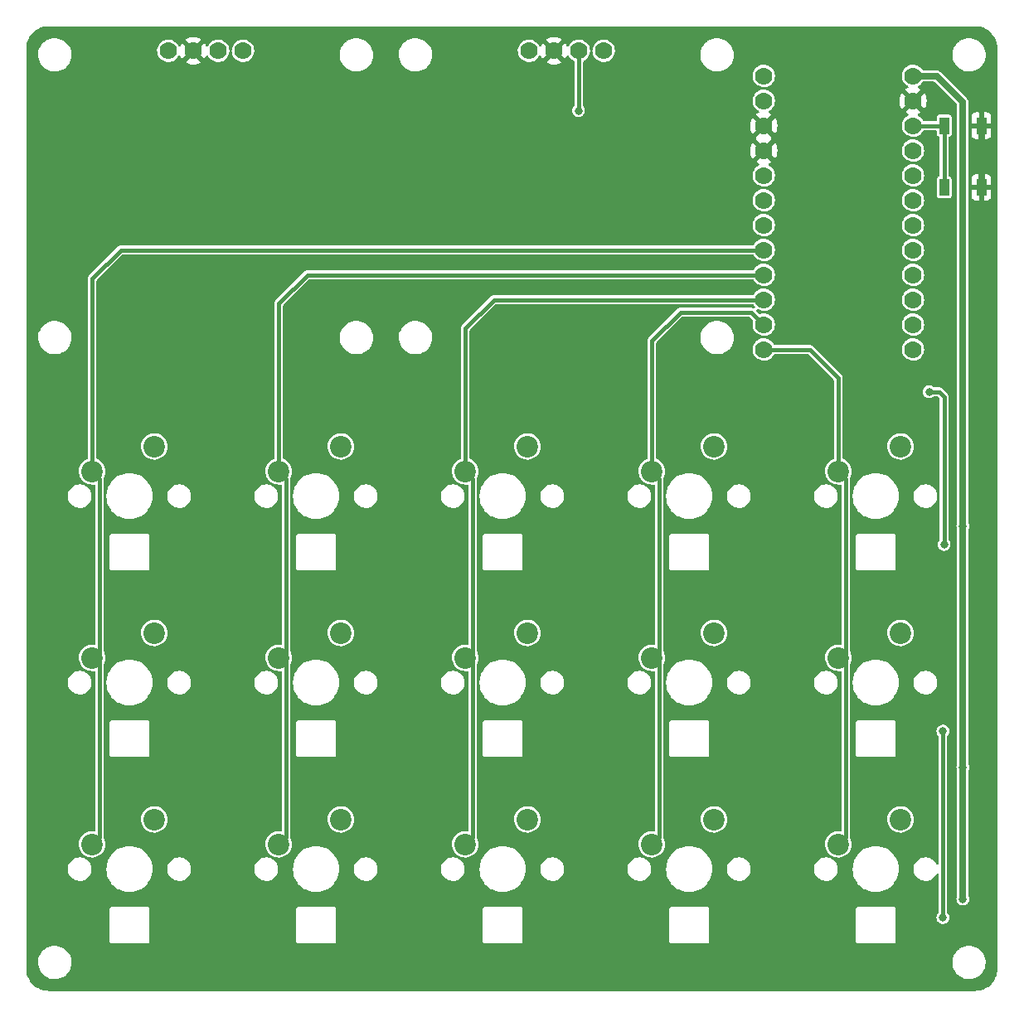
<source format=gbr>
%TF.GenerationSoftware,KiCad,Pcbnew,(6.0.9)*%
%TF.CreationDate,2022-12-25T13:57:41+01:00*%
%TF.ProjectId,FireKey,46697265-4b65-4792-9e6b-696361645f70,1.0.0*%
%TF.SameCoordinates,Original*%
%TF.FileFunction,Copper,L1,Top*%
%TF.FilePolarity,Positive*%
%FSLAX46Y46*%
G04 Gerber Fmt 4.6, Leading zero omitted, Abs format (unit mm)*
G04 Created by KiCad (PCBNEW (6.0.9)) date 2022-12-25 13:57:41*
%MOMM*%
%LPD*%
G01*
G04 APERTURE LIST*
%TA.AperFunction,ComponentPad*%
%ADD10C,1.778000*%
%TD*%
%TA.AperFunction,ComponentPad*%
%ADD11C,2.200000*%
%TD*%
%TA.AperFunction,SMDPad,CuDef*%
%ADD12R,1.000000X1.700000*%
%TD*%
%TA.AperFunction,ViaPad*%
%ADD13C,0.800000*%
%TD*%
%TA.AperFunction,Conductor*%
%ADD14C,0.635000*%
%TD*%
%TA.AperFunction,Conductor*%
%ADD15C,0.381000*%
%TD*%
G04 APERTURE END LIST*
D10*
%TO.P,OLED2,1,VDD*%
%TO.N,VCC*%
X203995000Y-40875000D03*
%TO.P,OLED2,2,GND*%
%TO.N,GND*%
X206535000Y-40875000D03*
%TO.P,OLED2,3,SCL*%
%TO.N,SCL*%
X209075000Y-40875000D03*
%TO.P,OLED2,4,SDA*%
%TO.N,SDA*%
X211615000Y-40875000D03*
%TD*%
D11*
%TO.P,KEY8,1,A*%
%TO.N,Net-(D8-Pad2)*%
X222885000Y-100330000D03*
%TO.P,KEY8,2,B*%
%TO.N,Col1*%
X216535000Y-102870000D03*
%TD*%
%TO.P,KEY9,1,A*%
%TO.N,Net-(D9-Pad2)*%
X165735000Y-119380000D03*
%TO.P,KEY9,2,B*%
%TO.N,Col4*%
X159385000Y-121920000D03*
%TD*%
D12*
%TO.P,SW1,1,1*%
%TO.N,RST*%
X246380000Y-48514000D03*
X246380000Y-54814000D03*
%TO.P,SW1,2,2*%
%TO.N,GND*%
X250180000Y-48514000D03*
X250180000Y-54814000D03*
%TD*%
D11*
%TO.P,KEY13,1,A*%
%TO.N,Net-(D13-Pad2)*%
X241935000Y-81280000D03*
%TO.P,KEY13,2,B*%
%TO.N,Col0*%
X235585000Y-83820000D03*
%TD*%
%TO.P,KEY14,1,A*%
%TO.N,Net-(D14-Pad2)*%
X241935000Y-100330000D03*
%TO.P,KEY14,2,B*%
%TO.N,Col0*%
X235585000Y-102870000D03*
%TD*%
%TO.P,KEY10,1,A*%
%TO.N,Net-(D10-Pad2)*%
X184785000Y-119380000D03*
%TO.P,KEY10,2,B*%
%TO.N,Col3*%
X178435000Y-121920000D03*
%TD*%
%TO.P,KEY4,1,A*%
%TO.N,Net-(D4-Pad2)*%
X222885000Y-81280000D03*
%TO.P,KEY4,2,B*%
%TO.N,Col1*%
X216535000Y-83820000D03*
%TD*%
%TO.P,KEY1,1,A*%
%TO.N,Net-(D1-Pad2)*%
X165735000Y-81280000D03*
%TO.P,KEY1,2,B*%
%TO.N,Col4*%
X159385000Y-83820000D03*
%TD*%
%TO.P,KEY11,1,A*%
%TO.N,Net-(D11-Pad2)*%
X203835000Y-119380000D03*
%TO.P,KEY11,2,B*%
%TO.N,Col2*%
X197485000Y-121920000D03*
%TD*%
%TO.P,KEY12,1,A*%
%TO.N,Net-(D12-Pad2)*%
X222885000Y-119380000D03*
%TO.P,KEY12,2,B*%
%TO.N,Col1*%
X216535000Y-121920000D03*
%TD*%
%TO.P,KEY6,1,A*%
%TO.N,Net-(D6-Pad2)*%
X184785000Y-100330000D03*
%TO.P,KEY6,2,B*%
%TO.N,Col3*%
X178435000Y-102870000D03*
%TD*%
%TO.P,KEY2,1,A*%
%TO.N,Net-(D2-Pad2)*%
X184785000Y-81280000D03*
%TO.P,KEY2,2,B*%
%TO.N,Col3*%
X178435000Y-83820000D03*
%TD*%
D10*
%TO.P,U1,0,RXI*%
%TO.N,unconnected-(U1-Pad0)*%
X227965000Y-45974000D03*
%TO.P,U1,1,TXO*%
%TO.N,unconnected-(U1-Pad1)*%
X227965000Y-43434000D03*
%TO.P,U1,2,D2*%
%TO.N,SDA*%
X227965000Y-53594000D03*
%TO.P,U1,3,D3*%
%TO.N,SCL*%
X227965000Y-56134000D03*
%TO.P,U1,4,D4*%
%TO.N,unconnected-(U1-Pad4)*%
X227965000Y-58674000D03*
%TO.P,U1,5,D5*%
%TO.N,Col4*%
X227965000Y-61214000D03*
%TO.P,U1,6,D6*%
%TO.N,Col3*%
X227965000Y-63754000D03*
%TO.P,U1,7,D7*%
%TO.N,Col2*%
X227965000Y-66294000D03*
%TO.P,U1,8,D8*%
%TO.N,Col1*%
X227965000Y-68834000D03*
%TO.P,U1,9,D9*%
%TO.N,Col0*%
X227965000Y-71374000D03*
%TO.P,U1,10,D10*%
%TO.N,Row0*%
X243205000Y-71374000D03*
%TO.P,U1,14,D14*%
%TO.N,Row2*%
X243205000Y-66294000D03*
%TO.P,U1,15,D15*%
%TO.N,unconnected-(U1-Pad15)*%
X243205000Y-63754000D03*
%TO.P,U1,16,D16*%
%TO.N,Row1*%
X243205000Y-68834000D03*
%TO.P,U1,18,A0*%
%TO.N,unconnected-(U1-Pad18)*%
X243205000Y-61214000D03*
%TO.P,U1,19,A1*%
%TO.N,unconnected-(U1-Pad19)*%
X243205000Y-58674000D03*
%TO.P,U1,20,A2*%
%TO.N,unconnected-(U1-Pad20)*%
X243205000Y-56134000D03*
%TO.P,U1,21,A3*%
%TO.N,LEDpin*%
X243205000Y-53594000D03*
%TO.P,U1,90,GND*%
%TO.N,GND*%
X227965000Y-48514000D03*
%TO.P,U1,91,GND*%
X227965000Y-51054000D03*
%TO.P,U1,92,RAW*%
%TO.N,VCC*%
X243205000Y-43434000D03*
%TO.P,U1,93,GND*%
%TO.N,GND*%
X243205000Y-45974000D03*
%TO.P,U1,94,RST*%
%TO.N,RST*%
X243205000Y-48514000D03*
%TO.P,U1,95,VCC*%
%TO.N,unconnected-(U1-Pad95)*%
X243205000Y-51054000D03*
%TD*%
%TO.P,OLED1,1,VDD*%
%TO.N,VCC*%
X167165000Y-40875000D03*
%TO.P,OLED1,2,GND*%
%TO.N,GND*%
X169705000Y-40875000D03*
%TO.P,OLED1,3,SCL*%
%TO.N,SCL*%
X172245000Y-40875000D03*
%TO.P,OLED1,4,SDA*%
%TO.N,SDA*%
X174785000Y-40875000D03*
%TD*%
D11*
%TO.P,KEY7,1,A*%
%TO.N,Net-(D7-Pad2)*%
X203835000Y-100330000D03*
%TO.P,KEY7,2,B*%
%TO.N,Col2*%
X197485000Y-102870000D03*
%TD*%
%TO.P,KEY15,1,A*%
%TO.N,Net-(D15-Pad2)*%
X241935000Y-119380000D03*
%TO.P,KEY15,2,B*%
%TO.N,Col0*%
X235585000Y-121920000D03*
%TD*%
%TO.P,KEY3,1,A*%
%TO.N,Net-(D3-Pad2)*%
X203835000Y-81280000D03*
%TO.P,KEY3,2,B*%
%TO.N,Col2*%
X197485000Y-83820000D03*
%TD*%
%TO.P,KEY5,1,A*%
%TO.N,Net-(D5-Pad2)*%
X165735000Y-100330000D03*
%TO.P,KEY5,2,B*%
%TO.N,Col4*%
X159385000Y-102870000D03*
%TD*%
D13*
%TO.N,VCC*%
X248285000Y-89408000D03*
X248285000Y-114046000D03*
X248285000Y-127508000D03*
%TO.N,GND*%
X172085000Y-91313000D03*
X229235000Y-91313000D03*
X192405000Y-111887000D03*
X210185000Y-129413000D03*
X173355000Y-111887000D03*
X172085000Y-129413000D03*
X191135000Y-91313000D03*
X230505000Y-111887000D03*
X229108000Y-129413000D03*
X210185000Y-91313000D03*
X191135000Y-129413000D03*
X211455000Y-111887000D03*
%TO.N,Net-(LED10-Pad4)*%
X246253000Y-110363000D03*
X246253000Y-129413000D03*
%TO.N,SCL*%
X209042000Y-46990000D03*
%TO.N,Net-(LED0-Pad4)*%
X246380000Y-91313000D03*
X244856000Y-75692000D03*
%TD*%
D14*
%TO.N,VCC*%
X245618000Y-43434000D02*
X248285000Y-46101000D01*
X248285000Y-114046000D02*
X248285000Y-127508000D01*
X248285000Y-46101000D02*
X248285000Y-89408000D01*
X243205000Y-43434000D02*
X245618000Y-43434000D01*
X248285000Y-89408000D02*
X248285000Y-114046000D01*
%TO.N,GND*%
X250180000Y-48514000D02*
X250180000Y-54814000D01*
D15*
%TO.N,Col4*%
X162306000Y-61214000D02*
X227965000Y-61214000D01*
X159385000Y-64135000D02*
X162306000Y-61214000D01*
X160147000Y-84582000D02*
X159385000Y-83820000D01*
X159385000Y-83820000D02*
X159385000Y-64135000D01*
X160147000Y-121158000D02*
X160147000Y-84582000D01*
X159385000Y-121920000D02*
X160147000Y-121158000D01*
%TO.N,Net-(LED10-Pad4)*%
X246253000Y-110363000D02*
X246253000Y-129413000D01*
%TO.N,SCL*%
X209075000Y-46957000D02*
X209042000Y-46990000D01*
X209075000Y-40875000D02*
X209075000Y-46957000D01*
%TO.N,RST*%
X243205000Y-48514000D02*
X246380000Y-48514000D01*
X246380000Y-48514000D02*
X246380000Y-54814000D01*
%TO.N,Col0*%
X236347000Y-84582000D02*
X235585000Y-83820000D01*
X236347000Y-121158000D02*
X236347000Y-84582000D01*
X235585000Y-74295000D02*
X232664000Y-71374000D01*
X235585000Y-74295000D02*
X235585000Y-83820000D01*
X235585000Y-121920000D02*
X236347000Y-121158000D01*
X232664000Y-71374000D02*
X227965000Y-71374000D01*
%TO.N,Col2*%
X200406000Y-66294000D02*
X227965000Y-66294000D01*
X198247000Y-121158000D02*
X198247000Y-84582000D01*
X197485000Y-121920000D02*
X198247000Y-121158000D01*
X197485000Y-69215000D02*
X200406000Y-66294000D01*
X197485000Y-83820000D02*
X197485000Y-69215000D01*
X198247000Y-84582000D02*
X197485000Y-83820000D01*
%TO.N,Col1*%
X226695000Y-67564000D02*
X219456000Y-67564000D01*
X219456000Y-67564000D02*
X216535000Y-70485000D01*
X217297000Y-121158000D02*
X217297000Y-84582000D01*
X217297000Y-84582000D02*
X216535000Y-83820000D01*
X227965000Y-68834000D02*
X226695000Y-67564000D01*
X216535000Y-70485000D02*
X216535000Y-83820000D01*
X216535000Y-121920000D02*
X217297000Y-121158000D01*
%TO.N,Col3*%
X179197000Y-121158000D02*
X179197000Y-84582000D01*
X178435000Y-66675000D02*
X181356000Y-63754000D01*
X181356000Y-63754000D02*
X227965000Y-63754000D01*
X178435000Y-121920000D02*
X179197000Y-121158000D01*
X179197000Y-84582000D02*
X178435000Y-83820000D01*
X178435000Y-83820000D02*
X178435000Y-66675000D01*
%TO.N,Net-(LED0-Pad4)*%
X246380000Y-76200000D02*
X246380000Y-91313000D01*
X244856000Y-75692000D02*
X245872000Y-75692000D01*
X245872000Y-75692000D02*
X246380000Y-76200000D01*
%TD*%
%TA.AperFunction,Conductor*%
%TO.N,GND*%
G36*
X249542103Y-38356921D02*
G01*
X249555000Y-38359486D01*
X249567172Y-38357065D01*
X249579580Y-38357065D01*
X249579580Y-38357385D01*
X249590456Y-38356645D01*
X249623145Y-38358622D01*
X249822880Y-38370704D01*
X249837984Y-38372538D01*
X250094458Y-38419538D01*
X250109231Y-38423179D01*
X250358180Y-38500755D01*
X250372398Y-38506147D01*
X250610182Y-38613165D01*
X250623638Y-38620227D01*
X250846788Y-38755126D01*
X250859310Y-38763769D01*
X251064573Y-38924583D01*
X251075961Y-38934673D01*
X251260327Y-39119039D01*
X251270417Y-39130427D01*
X251431231Y-39335690D01*
X251439873Y-39348211D01*
X251574773Y-39571362D01*
X251581835Y-39584818D01*
X251664158Y-39767733D01*
X251688851Y-39822598D01*
X251694245Y-39836820D01*
X251727324Y-39942972D01*
X251771821Y-40085769D01*
X251775462Y-40100542D01*
X251822462Y-40357016D01*
X251824296Y-40372120D01*
X251838355Y-40604544D01*
X251837615Y-40615420D01*
X251837935Y-40615420D01*
X251837935Y-40627828D01*
X251835514Y-40640000D01*
X251837935Y-40652170D01*
X251838079Y-40652894D01*
X251840500Y-40677476D01*
X251840500Y-134582524D01*
X251838079Y-134607103D01*
X251835514Y-134620000D01*
X251837935Y-134632172D01*
X251837935Y-134644580D01*
X251837615Y-134644580D01*
X251838355Y-134655456D01*
X251824296Y-134887880D01*
X251822462Y-134902984D01*
X251775462Y-135159458D01*
X251771821Y-135174231D01*
X251706938Y-135382449D01*
X251694247Y-135423175D01*
X251688853Y-135437398D01*
X251581835Y-135675182D01*
X251574773Y-135688638D01*
X251486658Y-135834398D01*
X251439874Y-135911788D01*
X251431231Y-135924310D01*
X251270417Y-136129573D01*
X251260327Y-136140961D01*
X251075961Y-136325327D01*
X251064573Y-136335417D01*
X250859310Y-136496231D01*
X250846789Y-136504873D01*
X250623638Y-136639773D01*
X250610182Y-136646835D01*
X250372398Y-136753853D01*
X250358180Y-136759245D01*
X250200854Y-136808270D01*
X250109231Y-136836821D01*
X250094458Y-136840462D01*
X249837984Y-136887462D01*
X249822880Y-136889296D01*
X249637424Y-136900514D01*
X249602690Y-136902615D01*
X249590456Y-136903355D01*
X249579580Y-136902615D01*
X249579580Y-136902935D01*
X249567172Y-136902935D01*
X249555000Y-136900514D01*
X249542103Y-136903079D01*
X249517524Y-136905500D01*
X154977476Y-136905500D01*
X154952897Y-136903079D01*
X154940000Y-136900514D01*
X154927828Y-136902935D01*
X154915420Y-136902935D01*
X154915420Y-136902615D01*
X154904544Y-136903355D01*
X154892311Y-136902615D01*
X154857576Y-136900514D01*
X154672120Y-136889296D01*
X154657016Y-136887462D01*
X154400542Y-136840462D01*
X154385769Y-136836821D01*
X154294146Y-136808270D01*
X154136820Y-136759245D01*
X154122602Y-136753853D01*
X153884818Y-136646835D01*
X153871362Y-136639773D01*
X153648211Y-136504873D01*
X153635690Y-136496231D01*
X153430427Y-136335417D01*
X153419039Y-136325327D01*
X153234673Y-136140961D01*
X153224583Y-136129573D01*
X153063769Y-135924310D01*
X153055126Y-135911788D01*
X153008342Y-135834398D01*
X152920227Y-135688638D01*
X152913165Y-135675182D01*
X152806147Y-135437398D01*
X152800753Y-135423175D01*
X152788063Y-135382449D01*
X152723179Y-135174231D01*
X152719538Y-135159458D01*
X152672538Y-134902984D01*
X152670704Y-134887880D01*
X152656645Y-134655456D01*
X152657385Y-134644580D01*
X152657065Y-134644580D01*
X152657065Y-134632172D01*
X152659486Y-134620000D01*
X152656921Y-134607103D01*
X152654500Y-134582524D01*
X152654500Y-133895741D01*
X153871833Y-133895741D01*
X153877929Y-134154390D01*
X153923078Y-134409142D01*
X154006241Y-134654133D01*
X154125505Y-134883725D01*
X154278125Y-135092636D01*
X154460589Y-135276058D01*
X154464435Y-135278899D01*
X154464440Y-135278903D01*
X154612012Y-135387901D01*
X154668698Y-135429770D01*
X154672928Y-135431996D01*
X154672932Y-135431998D01*
X154886610Y-135544419D01*
X154897663Y-135550234D01*
X155142215Y-135634679D01*
X155396726Y-135681161D01*
X155479519Y-135685500D01*
X155640782Y-135685500D01*
X155643161Y-135685319D01*
X155643162Y-135685319D01*
X155828209Y-135671243D01*
X155828214Y-135671242D01*
X155832976Y-135670880D01*
X155837630Y-135669801D01*
X155837632Y-135669801D01*
X156080351Y-135613542D01*
X156080350Y-135613542D01*
X156085015Y-135612461D01*
X156325318Y-135516590D01*
X156548354Y-135385473D01*
X156552065Y-135382452D01*
X156552069Y-135382449D01*
X156745279Y-135225151D01*
X156748991Y-135222129D01*
X156922613Y-135030315D01*
X157065222Y-134814447D01*
X157152981Y-134624084D01*
X157171532Y-134583843D01*
X157171533Y-134583840D01*
X157173538Y-134579491D01*
X157245068Y-134330855D01*
X157278167Y-134074259D01*
X157273960Y-133895741D01*
X247216833Y-133895741D01*
X247222929Y-134154390D01*
X247268078Y-134409142D01*
X247351241Y-134654133D01*
X247470505Y-134883725D01*
X247623125Y-135092636D01*
X247805589Y-135276058D01*
X247809435Y-135278899D01*
X247809440Y-135278903D01*
X247957012Y-135387901D01*
X248013698Y-135429770D01*
X248017928Y-135431996D01*
X248017932Y-135431998D01*
X248231610Y-135544419D01*
X248242663Y-135550234D01*
X248487215Y-135634679D01*
X248741726Y-135681161D01*
X248824519Y-135685500D01*
X248985782Y-135685500D01*
X248988161Y-135685319D01*
X248988162Y-135685319D01*
X249173209Y-135671243D01*
X249173214Y-135671242D01*
X249177976Y-135670880D01*
X249182630Y-135669801D01*
X249182632Y-135669801D01*
X249425351Y-135613542D01*
X249425350Y-135613542D01*
X249430015Y-135612461D01*
X249670318Y-135516590D01*
X249893354Y-135385473D01*
X249897065Y-135382452D01*
X249897069Y-135382449D01*
X250090279Y-135225151D01*
X250093991Y-135222129D01*
X250267613Y-135030315D01*
X250410222Y-134814447D01*
X250497981Y-134624084D01*
X250516532Y-134583843D01*
X250516533Y-134583840D01*
X250518538Y-134579491D01*
X250590068Y-134330855D01*
X250623167Y-134074259D01*
X250617071Y-133815610D01*
X250571922Y-133560858D01*
X250488759Y-133315867D01*
X250369495Y-133086275D01*
X250216875Y-132877364D01*
X250034411Y-132693942D01*
X250030565Y-132691101D01*
X250030560Y-132691097D01*
X249830154Y-132543075D01*
X249830153Y-132543074D01*
X249826302Y-132540230D01*
X249822072Y-132538004D01*
X249822068Y-132538002D01*
X249601574Y-132421995D01*
X249601572Y-132421994D01*
X249597337Y-132419766D01*
X249352785Y-132335321D01*
X249098274Y-132288839D01*
X249015481Y-132284500D01*
X248854218Y-132284500D01*
X248851839Y-132284681D01*
X248851838Y-132284681D01*
X248666791Y-132298757D01*
X248666786Y-132298758D01*
X248662024Y-132299120D01*
X248657370Y-132300199D01*
X248657368Y-132300199D01*
X248509551Y-132334461D01*
X248409985Y-132357539D01*
X248169682Y-132453410D01*
X247946646Y-132584527D01*
X247942935Y-132587548D01*
X247942931Y-132587551D01*
X247808083Y-132697335D01*
X247746009Y-132747871D01*
X247572387Y-132939685D01*
X247429778Y-133155553D01*
X247321462Y-133390509D01*
X247249932Y-133639145D01*
X247216833Y-133895741D01*
X157273960Y-133895741D01*
X157272071Y-133815610D01*
X157226922Y-133560858D01*
X157143759Y-133315867D01*
X157024495Y-133086275D01*
X156871875Y-132877364D01*
X156689411Y-132693942D01*
X156685565Y-132691101D01*
X156685560Y-132691097D01*
X156485154Y-132543075D01*
X156485153Y-132543074D01*
X156481302Y-132540230D01*
X156477072Y-132538004D01*
X156477068Y-132538002D01*
X156256574Y-132421995D01*
X156256572Y-132421994D01*
X156252337Y-132419766D01*
X156007785Y-132335321D01*
X155753274Y-132288839D01*
X155670481Y-132284500D01*
X155509218Y-132284500D01*
X155506839Y-132284681D01*
X155506838Y-132284681D01*
X155321791Y-132298757D01*
X155321786Y-132298758D01*
X155317024Y-132299120D01*
X155312370Y-132300199D01*
X155312368Y-132300199D01*
X155164551Y-132334461D01*
X155064985Y-132357539D01*
X154824682Y-132453410D01*
X154601646Y-132584527D01*
X154597935Y-132587548D01*
X154597931Y-132587551D01*
X154463083Y-132697335D01*
X154401009Y-132747871D01*
X154227387Y-132939685D01*
X154084778Y-133155553D01*
X153976462Y-133390509D01*
X153904932Y-133639145D01*
X153871833Y-133895741D01*
X152654500Y-133895741D01*
X152654500Y-131775000D01*
X161135514Y-131775000D01*
X161140500Y-131800067D01*
X161155266Y-131874301D01*
X161211516Y-131958484D01*
X161295699Y-132014734D01*
X161395000Y-132034486D01*
X161407897Y-132031921D01*
X161432476Y-132029500D01*
X164957524Y-132029500D01*
X164982103Y-132031921D01*
X164995000Y-132034486D01*
X165094301Y-132014734D01*
X165178484Y-131958484D01*
X165234734Y-131874301D01*
X165249500Y-131800067D01*
X165254486Y-131775000D01*
X180185514Y-131775000D01*
X180190500Y-131800067D01*
X180205266Y-131874301D01*
X180261516Y-131958484D01*
X180345699Y-132014734D01*
X180445000Y-132034486D01*
X180457897Y-132031921D01*
X180482476Y-132029500D01*
X184007524Y-132029500D01*
X184032103Y-132031921D01*
X184045000Y-132034486D01*
X184144301Y-132014734D01*
X184228484Y-131958484D01*
X184284734Y-131874301D01*
X184299500Y-131800067D01*
X184304486Y-131775000D01*
X199235514Y-131775000D01*
X199240500Y-131800067D01*
X199255266Y-131874301D01*
X199311516Y-131958484D01*
X199395699Y-132014734D01*
X199495000Y-132034486D01*
X199507897Y-132031921D01*
X199532476Y-132029500D01*
X203057524Y-132029500D01*
X203082103Y-132031921D01*
X203095000Y-132034486D01*
X203194301Y-132014734D01*
X203278484Y-131958484D01*
X203334734Y-131874301D01*
X203349500Y-131800067D01*
X203354486Y-131775000D01*
X218285514Y-131775000D01*
X218290500Y-131800067D01*
X218305266Y-131874301D01*
X218361516Y-131958484D01*
X218445699Y-132014734D01*
X218545000Y-132034486D01*
X218557897Y-132031921D01*
X218582476Y-132029500D01*
X222107524Y-132029500D01*
X222132103Y-132031921D01*
X222145000Y-132034486D01*
X222244301Y-132014734D01*
X222328484Y-131958484D01*
X222384734Y-131874301D01*
X222399500Y-131800067D01*
X222404486Y-131775000D01*
X237335514Y-131775000D01*
X237340500Y-131800067D01*
X237355266Y-131874301D01*
X237411516Y-131958484D01*
X237495699Y-132014734D01*
X237595000Y-132034486D01*
X237607897Y-132031921D01*
X237632476Y-132029500D01*
X241157524Y-132029500D01*
X241182103Y-132031921D01*
X241195000Y-132034486D01*
X241294301Y-132014734D01*
X241378484Y-131958484D01*
X241434734Y-131874301D01*
X241449500Y-131800067D01*
X241454486Y-131775000D01*
X241451921Y-131762103D01*
X241449500Y-131737524D01*
X241449500Y-128612476D01*
X241451921Y-128587894D01*
X241452065Y-128587170D01*
X241454486Y-128575000D01*
X241434734Y-128475699D01*
X241378484Y-128391516D01*
X241294301Y-128335266D01*
X241220067Y-128320500D01*
X241207172Y-128317935D01*
X241195000Y-128315514D01*
X241182103Y-128318079D01*
X241157524Y-128320500D01*
X237632476Y-128320500D01*
X237607897Y-128318079D01*
X237595000Y-128315514D01*
X237582828Y-128317935D01*
X237569933Y-128320500D01*
X237495699Y-128335266D01*
X237411516Y-128391516D01*
X237355266Y-128475699D01*
X237335514Y-128575000D01*
X237337935Y-128587170D01*
X237338079Y-128587894D01*
X237340500Y-128612476D01*
X237340500Y-131737524D01*
X237338079Y-131762103D01*
X237335514Y-131775000D01*
X222404486Y-131775000D01*
X222401921Y-131762103D01*
X222399500Y-131737524D01*
X222399500Y-128612476D01*
X222401921Y-128587894D01*
X222402065Y-128587170D01*
X222404486Y-128575000D01*
X222384734Y-128475699D01*
X222328484Y-128391516D01*
X222244301Y-128335266D01*
X222170067Y-128320500D01*
X222157172Y-128317935D01*
X222145000Y-128315514D01*
X222132103Y-128318079D01*
X222107524Y-128320500D01*
X218582476Y-128320500D01*
X218557897Y-128318079D01*
X218545000Y-128315514D01*
X218532828Y-128317935D01*
X218519933Y-128320500D01*
X218445699Y-128335266D01*
X218361516Y-128391516D01*
X218305266Y-128475699D01*
X218285514Y-128575000D01*
X218287935Y-128587170D01*
X218288079Y-128587894D01*
X218290500Y-128612476D01*
X218290500Y-131737524D01*
X218288079Y-131762103D01*
X218285514Y-131775000D01*
X203354486Y-131775000D01*
X203351921Y-131762103D01*
X203349500Y-131737524D01*
X203349500Y-128612476D01*
X203351921Y-128587894D01*
X203352065Y-128587170D01*
X203354486Y-128575000D01*
X203334734Y-128475699D01*
X203278484Y-128391516D01*
X203194301Y-128335266D01*
X203120067Y-128320500D01*
X203107172Y-128317935D01*
X203095000Y-128315514D01*
X203082103Y-128318079D01*
X203057524Y-128320500D01*
X199532476Y-128320500D01*
X199507897Y-128318079D01*
X199495000Y-128315514D01*
X199482828Y-128317935D01*
X199469933Y-128320500D01*
X199395699Y-128335266D01*
X199311516Y-128391516D01*
X199255266Y-128475699D01*
X199235514Y-128575000D01*
X199237935Y-128587170D01*
X199238079Y-128587894D01*
X199240500Y-128612476D01*
X199240500Y-131737524D01*
X199238079Y-131762103D01*
X199235514Y-131775000D01*
X184304486Y-131775000D01*
X184301921Y-131762103D01*
X184299500Y-131737524D01*
X184299500Y-128612476D01*
X184301921Y-128587894D01*
X184302065Y-128587170D01*
X184304486Y-128575000D01*
X184284734Y-128475699D01*
X184228484Y-128391516D01*
X184144301Y-128335266D01*
X184070067Y-128320500D01*
X184057172Y-128317935D01*
X184045000Y-128315514D01*
X184032103Y-128318079D01*
X184007524Y-128320500D01*
X180482476Y-128320500D01*
X180457897Y-128318079D01*
X180445000Y-128315514D01*
X180432828Y-128317935D01*
X180419933Y-128320500D01*
X180345699Y-128335266D01*
X180261516Y-128391516D01*
X180205266Y-128475699D01*
X180185514Y-128575000D01*
X180187935Y-128587170D01*
X180188079Y-128587894D01*
X180190500Y-128612476D01*
X180190500Y-131737524D01*
X180188079Y-131762103D01*
X180185514Y-131775000D01*
X165254486Y-131775000D01*
X165251921Y-131762103D01*
X165249500Y-131737524D01*
X165249500Y-128612476D01*
X165251921Y-128587894D01*
X165252065Y-128587170D01*
X165254486Y-128575000D01*
X165234734Y-128475699D01*
X165178484Y-128391516D01*
X165094301Y-128335266D01*
X165020067Y-128320500D01*
X165007172Y-128317935D01*
X164995000Y-128315514D01*
X164982103Y-128318079D01*
X164957524Y-128320500D01*
X161432476Y-128320500D01*
X161407897Y-128318079D01*
X161395000Y-128315514D01*
X161382828Y-128317935D01*
X161369933Y-128320500D01*
X161295699Y-128335266D01*
X161211516Y-128391516D01*
X161155266Y-128475699D01*
X161135514Y-128575000D01*
X161137935Y-128587170D01*
X161138079Y-128587894D01*
X161140500Y-128612476D01*
X161140500Y-131737524D01*
X161138079Y-131762103D01*
X161135514Y-131775000D01*
X152654500Y-131775000D01*
X152654500Y-124554594D01*
X156913074Y-124554594D01*
X156914053Y-124560291D01*
X156914053Y-124560292D01*
X156918475Y-124586024D01*
X156950438Y-124772043D01*
X157026804Y-124979043D01*
X157139614Y-125168659D01*
X157285090Y-125334543D01*
X157458360Y-125471137D01*
X157653620Y-125573869D01*
X157827563Y-125627880D01*
X157847490Y-125634067D01*
X157864333Y-125639297D01*
X157870070Y-125639976D01*
X158039789Y-125660064D01*
X158039795Y-125660064D01*
X158043476Y-125660500D01*
X158170970Y-125660500D01*
X158334711Y-125645454D01*
X158340273Y-125643885D01*
X158340275Y-125643885D01*
X158440887Y-125615510D01*
X158547064Y-125585565D01*
X158744947Y-125487980D01*
X158767503Y-125471137D01*
X158917109Y-125359420D01*
X158917110Y-125359420D01*
X158921733Y-125355967D01*
X159071501Y-125193949D01*
X159189236Y-125007350D01*
X159270994Y-124802421D01*
X159277949Y-124767460D01*
X159312911Y-124591691D01*
X159312911Y-124591688D01*
X159314038Y-124586024D01*
X159314450Y-124554594D01*
X159315688Y-124460000D01*
X160839457Y-124460000D01*
X160859609Y-124767460D01*
X160860413Y-124771500D01*
X160860413Y-124771503D01*
X160908769Y-125014602D01*
X160919720Y-125069659D01*
X160921045Y-125073563D01*
X160921046Y-125073566D01*
X161017436Y-125357521D01*
X161018762Y-125361427D01*
X161020586Y-125365125D01*
X161130069Y-125587134D01*
X161155040Y-125637771D01*
X161326222Y-125893964D01*
X161328936Y-125897058D01*
X161328940Y-125897064D01*
X161526671Y-126122531D01*
X161529380Y-126125620D01*
X161532469Y-126128329D01*
X161757936Y-126326060D01*
X161757942Y-126326064D01*
X161761036Y-126328778D01*
X162017229Y-126499960D01*
X162020928Y-126501784D01*
X162020933Y-126501787D01*
X162162962Y-126571828D01*
X162293573Y-126636238D01*
X162297478Y-126637564D01*
X162297479Y-126637564D01*
X162581434Y-126733954D01*
X162581437Y-126733955D01*
X162585341Y-126735280D01*
X162589380Y-126736083D01*
X162589386Y-126736085D01*
X162883497Y-126794587D01*
X162883500Y-126794587D01*
X162887540Y-126795391D01*
X162891651Y-126795660D01*
X162891655Y-126795661D01*
X163116010Y-126810366D01*
X163116019Y-126810366D01*
X163118059Y-126810500D01*
X163271941Y-126810500D01*
X163273981Y-126810366D01*
X163273990Y-126810366D01*
X163498345Y-126795661D01*
X163498349Y-126795660D01*
X163502460Y-126795391D01*
X163506500Y-126794587D01*
X163506503Y-126794587D01*
X163800614Y-126736085D01*
X163800620Y-126736083D01*
X163804659Y-126735280D01*
X163808563Y-126733955D01*
X163808566Y-126733954D01*
X164092521Y-126637564D01*
X164092522Y-126637564D01*
X164096427Y-126636238D01*
X164227038Y-126571828D01*
X164369067Y-126501787D01*
X164369072Y-126501784D01*
X164372771Y-126499960D01*
X164628964Y-126328778D01*
X164632058Y-126326064D01*
X164632064Y-126326060D01*
X164857531Y-126128329D01*
X164860620Y-126125620D01*
X164863329Y-126122531D01*
X165061060Y-125897064D01*
X165061064Y-125897058D01*
X165063778Y-125893964D01*
X165234960Y-125637772D01*
X165266474Y-125573869D01*
X165369414Y-125365125D01*
X165371238Y-125361427D01*
X165372564Y-125357521D01*
X165468954Y-125073566D01*
X165468955Y-125073563D01*
X165470280Y-125069659D01*
X165481232Y-125014602D01*
X165529587Y-124771503D01*
X165529587Y-124771500D01*
X165530391Y-124767460D01*
X165544343Y-124554594D01*
X167073074Y-124554594D01*
X167074053Y-124560291D01*
X167074053Y-124560292D01*
X167078475Y-124586024D01*
X167110438Y-124772043D01*
X167186804Y-124979043D01*
X167299614Y-125168659D01*
X167445090Y-125334543D01*
X167618360Y-125471137D01*
X167813620Y-125573869D01*
X167987563Y-125627880D01*
X168007490Y-125634067D01*
X168024333Y-125639297D01*
X168030070Y-125639976D01*
X168199789Y-125660064D01*
X168199795Y-125660064D01*
X168203476Y-125660500D01*
X168330970Y-125660500D01*
X168494711Y-125645454D01*
X168500273Y-125643885D01*
X168500275Y-125643885D01*
X168600887Y-125615510D01*
X168707064Y-125585565D01*
X168904947Y-125487980D01*
X168927503Y-125471137D01*
X169077109Y-125359420D01*
X169077110Y-125359420D01*
X169081733Y-125355967D01*
X169231501Y-125193949D01*
X169349236Y-125007350D01*
X169430994Y-124802421D01*
X169437949Y-124767460D01*
X169472911Y-124591691D01*
X169472911Y-124591688D01*
X169474038Y-124586024D01*
X169474450Y-124554594D01*
X175963074Y-124554594D01*
X175964053Y-124560291D01*
X175964053Y-124560292D01*
X175968475Y-124586024D01*
X176000438Y-124772043D01*
X176076804Y-124979043D01*
X176189614Y-125168659D01*
X176335090Y-125334543D01*
X176508360Y-125471137D01*
X176703620Y-125573869D01*
X176877563Y-125627880D01*
X176897490Y-125634067D01*
X176914333Y-125639297D01*
X176920070Y-125639976D01*
X177089789Y-125660064D01*
X177089795Y-125660064D01*
X177093476Y-125660500D01*
X177220970Y-125660500D01*
X177384711Y-125645454D01*
X177390273Y-125643885D01*
X177390275Y-125643885D01*
X177490887Y-125615510D01*
X177597064Y-125585565D01*
X177794947Y-125487980D01*
X177817503Y-125471137D01*
X177967109Y-125359420D01*
X177967110Y-125359420D01*
X177971733Y-125355967D01*
X178121501Y-125193949D01*
X178239236Y-125007350D01*
X178320994Y-124802421D01*
X178327949Y-124767460D01*
X178362911Y-124591691D01*
X178362911Y-124591688D01*
X178364038Y-124586024D01*
X178364450Y-124554594D01*
X178365688Y-124460000D01*
X179889457Y-124460000D01*
X179909609Y-124767460D01*
X179910413Y-124771500D01*
X179910413Y-124771503D01*
X179958769Y-125014602D01*
X179969720Y-125069659D01*
X179971045Y-125073563D01*
X179971046Y-125073566D01*
X180067436Y-125357521D01*
X180068762Y-125361427D01*
X180070586Y-125365125D01*
X180180069Y-125587134D01*
X180205040Y-125637771D01*
X180376222Y-125893964D01*
X180378936Y-125897058D01*
X180378940Y-125897064D01*
X180576671Y-126122531D01*
X180579380Y-126125620D01*
X180582469Y-126128329D01*
X180807936Y-126326060D01*
X180807942Y-126326064D01*
X180811036Y-126328778D01*
X181067229Y-126499960D01*
X181070928Y-126501784D01*
X181070933Y-126501787D01*
X181212962Y-126571828D01*
X181343573Y-126636238D01*
X181347478Y-126637564D01*
X181347479Y-126637564D01*
X181631434Y-126733954D01*
X181631437Y-126733955D01*
X181635341Y-126735280D01*
X181639380Y-126736083D01*
X181639386Y-126736085D01*
X181933497Y-126794587D01*
X181933500Y-126794587D01*
X181937540Y-126795391D01*
X181941651Y-126795660D01*
X181941655Y-126795661D01*
X182166010Y-126810366D01*
X182166019Y-126810366D01*
X182168059Y-126810500D01*
X182321941Y-126810500D01*
X182323981Y-126810366D01*
X182323990Y-126810366D01*
X182548345Y-126795661D01*
X182548349Y-126795660D01*
X182552460Y-126795391D01*
X182556500Y-126794587D01*
X182556503Y-126794587D01*
X182850614Y-126736085D01*
X182850620Y-126736083D01*
X182854659Y-126735280D01*
X182858563Y-126733955D01*
X182858566Y-126733954D01*
X183142521Y-126637564D01*
X183142522Y-126637564D01*
X183146427Y-126636238D01*
X183277038Y-126571828D01*
X183419067Y-126501787D01*
X183419072Y-126501784D01*
X183422771Y-126499960D01*
X183678964Y-126328778D01*
X183682058Y-126326064D01*
X183682064Y-126326060D01*
X183907531Y-126128329D01*
X183910620Y-126125620D01*
X183913329Y-126122531D01*
X184111060Y-125897064D01*
X184111064Y-125897058D01*
X184113778Y-125893964D01*
X184284960Y-125637772D01*
X184316474Y-125573869D01*
X184419414Y-125365125D01*
X184421238Y-125361427D01*
X184422564Y-125357521D01*
X184518954Y-125073566D01*
X184518955Y-125073563D01*
X184520280Y-125069659D01*
X184531232Y-125014602D01*
X184579587Y-124771503D01*
X184579587Y-124771500D01*
X184580391Y-124767460D01*
X184594343Y-124554594D01*
X186123074Y-124554594D01*
X186124053Y-124560291D01*
X186124053Y-124560292D01*
X186128475Y-124586024D01*
X186160438Y-124772043D01*
X186236804Y-124979043D01*
X186349614Y-125168659D01*
X186495090Y-125334543D01*
X186668360Y-125471137D01*
X186863620Y-125573869D01*
X187037563Y-125627880D01*
X187057490Y-125634067D01*
X187074333Y-125639297D01*
X187080070Y-125639976D01*
X187249789Y-125660064D01*
X187249795Y-125660064D01*
X187253476Y-125660500D01*
X187380970Y-125660500D01*
X187544711Y-125645454D01*
X187550273Y-125643885D01*
X187550275Y-125643885D01*
X187650887Y-125615510D01*
X187757064Y-125585565D01*
X187954947Y-125487980D01*
X187977503Y-125471137D01*
X188127109Y-125359420D01*
X188127110Y-125359420D01*
X188131733Y-125355967D01*
X188281501Y-125193949D01*
X188399236Y-125007350D01*
X188480994Y-124802421D01*
X188487949Y-124767460D01*
X188522911Y-124591691D01*
X188522911Y-124591688D01*
X188524038Y-124586024D01*
X188524450Y-124554594D01*
X195013074Y-124554594D01*
X195014053Y-124560291D01*
X195014053Y-124560292D01*
X195018475Y-124586024D01*
X195050438Y-124772043D01*
X195126804Y-124979043D01*
X195239614Y-125168659D01*
X195385090Y-125334543D01*
X195558360Y-125471137D01*
X195753620Y-125573869D01*
X195927563Y-125627880D01*
X195947490Y-125634067D01*
X195964333Y-125639297D01*
X195970070Y-125639976D01*
X196139789Y-125660064D01*
X196139795Y-125660064D01*
X196143476Y-125660500D01*
X196270970Y-125660500D01*
X196434711Y-125645454D01*
X196440273Y-125643885D01*
X196440275Y-125643885D01*
X196540887Y-125615510D01*
X196647064Y-125585565D01*
X196844947Y-125487980D01*
X196867503Y-125471137D01*
X197017109Y-125359420D01*
X197017110Y-125359420D01*
X197021733Y-125355967D01*
X197171501Y-125193949D01*
X197289236Y-125007350D01*
X197370994Y-124802421D01*
X197377949Y-124767460D01*
X197412911Y-124591691D01*
X197412911Y-124591688D01*
X197414038Y-124586024D01*
X197414450Y-124554594D01*
X197415688Y-124460000D01*
X198939457Y-124460000D01*
X198959609Y-124767460D01*
X198960413Y-124771500D01*
X198960413Y-124771503D01*
X199008769Y-125014602D01*
X199019720Y-125069659D01*
X199021045Y-125073563D01*
X199021046Y-125073566D01*
X199117436Y-125357521D01*
X199118762Y-125361427D01*
X199120586Y-125365125D01*
X199230069Y-125587134D01*
X199255040Y-125637771D01*
X199426222Y-125893964D01*
X199428936Y-125897058D01*
X199428940Y-125897064D01*
X199626671Y-126122531D01*
X199629380Y-126125620D01*
X199632469Y-126128329D01*
X199857936Y-126326060D01*
X199857942Y-126326064D01*
X199861036Y-126328778D01*
X200117229Y-126499960D01*
X200120928Y-126501784D01*
X200120933Y-126501787D01*
X200262962Y-126571828D01*
X200393573Y-126636238D01*
X200397478Y-126637564D01*
X200397479Y-126637564D01*
X200681434Y-126733954D01*
X200681437Y-126733955D01*
X200685341Y-126735280D01*
X200689380Y-126736083D01*
X200689386Y-126736085D01*
X200983497Y-126794587D01*
X200983500Y-126794587D01*
X200987540Y-126795391D01*
X200991651Y-126795660D01*
X200991655Y-126795661D01*
X201216010Y-126810366D01*
X201216019Y-126810366D01*
X201218059Y-126810500D01*
X201371941Y-126810500D01*
X201373981Y-126810366D01*
X201373990Y-126810366D01*
X201598345Y-126795661D01*
X201598349Y-126795660D01*
X201602460Y-126795391D01*
X201606500Y-126794587D01*
X201606503Y-126794587D01*
X201900614Y-126736085D01*
X201900620Y-126736083D01*
X201904659Y-126735280D01*
X201908563Y-126733955D01*
X201908566Y-126733954D01*
X202192521Y-126637564D01*
X202192522Y-126637564D01*
X202196427Y-126636238D01*
X202327038Y-126571828D01*
X202469067Y-126501787D01*
X202469072Y-126501784D01*
X202472771Y-126499960D01*
X202728964Y-126328778D01*
X202732058Y-126326064D01*
X202732064Y-126326060D01*
X202957531Y-126128329D01*
X202960620Y-126125620D01*
X202963329Y-126122531D01*
X203161060Y-125897064D01*
X203161064Y-125897058D01*
X203163778Y-125893964D01*
X203334960Y-125637772D01*
X203366474Y-125573869D01*
X203469414Y-125365125D01*
X203471238Y-125361427D01*
X203472564Y-125357521D01*
X203568954Y-125073566D01*
X203568955Y-125073563D01*
X203570280Y-125069659D01*
X203581232Y-125014602D01*
X203629587Y-124771503D01*
X203629587Y-124771500D01*
X203630391Y-124767460D01*
X203644343Y-124554594D01*
X205173074Y-124554594D01*
X205174053Y-124560291D01*
X205174053Y-124560292D01*
X205178475Y-124586024D01*
X205210438Y-124772043D01*
X205286804Y-124979043D01*
X205399614Y-125168659D01*
X205545090Y-125334543D01*
X205718360Y-125471137D01*
X205913620Y-125573869D01*
X206087563Y-125627880D01*
X206107490Y-125634067D01*
X206124333Y-125639297D01*
X206130070Y-125639976D01*
X206299789Y-125660064D01*
X206299795Y-125660064D01*
X206303476Y-125660500D01*
X206430970Y-125660500D01*
X206594711Y-125645454D01*
X206600273Y-125643885D01*
X206600275Y-125643885D01*
X206700887Y-125615510D01*
X206807064Y-125585565D01*
X207004947Y-125487980D01*
X207027503Y-125471137D01*
X207177109Y-125359420D01*
X207177110Y-125359420D01*
X207181733Y-125355967D01*
X207331501Y-125193949D01*
X207449236Y-125007350D01*
X207530994Y-124802421D01*
X207537949Y-124767460D01*
X207572911Y-124591691D01*
X207572911Y-124591688D01*
X207574038Y-124586024D01*
X207574450Y-124554594D01*
X214063074Y-124554594D01*
X214064053Y-124560291D01*
X214064053Y-124560292D01*
X214068475Y-124586024D01*
X214100438Y-124772043D01*
X214176804Y-124979043D01*
X214289614Y-125168659D01*
X214435090Y-125334543D01*
X214608360Y-125471137D01*
X214803620Y-125573869D01*
X214977563Y-125627880D01*
X214997490Y-125634067D01*
X215014333Y-125639297D01*
X215020070Y-125639976D01*
X215189789Y-125660064D01*
X215189795Y-125660064D01*
X215193476Y-125660500D01*
X215320970Y-125660500D01*
X215484711Y-125645454D01*
X215490273Y-125643885D01*
X215490275Y-125643885D01*
X215590887Y-125615510D01*
X215697064Y-125585565D01*
X215894947Y-125487980D01*
X215917503Y-125471137D01*
X216067109Y-125359420D01*
X216067110Y-125359420D01*
X216071733Y-125355967D01*
X216221501Y-125193949D01*
X216339236Y-125007350D01*
X216420994Y-124802421D01*
X216427949Y-124767460D01*
X216462911Y-124591691D01*
X216462911Y-124591688D01*
X216464038Y-124586024D01*
X216464450Y-124554594D01*
X216465688Y-124460000D01*
X217989457Y-124460000D01*
X218009609Y-124767460D01*
X218010413Y-124771500D01*
X218010413Y-124771503D01*
X218058769Y-125014602D01*
X218069720Y-125069659D01*
X218071045Y-125073563D01*
X218071046Y-125073566D01*
X218167436Y-125357521D01*
X218168762Y-125361427D01*
X218170586Y-125365125D01*
X218280069Y-125587134D01*
X218305040Y-125637771D01*
X218476222Y-125893964D01*
X218478936Y-125897058D01*
X218478940Y-125897064D01*
X218676671Y-126122531D01*
X218679380Y-126125620D01*
X218682469Y-126128329D01*
X218907936Y-126326060D01*
X218907942Y-126326064D01*
X218911036Y-126328778D01*
X219167229Y-126499960D01*
X219170928Y-126501784D01*
X219170933Y-126501787D01*
X219312962Y-126571828D01*
X219443573Y-126636238D01*
X219447478Y-126637564D01*
X219447479Y-126637564D01*
X219731434Y-126733954D01*
X219731437Y-126733955D01*
X219735341Y-126735280D01*
X219739380Y-126736083D01*
X219739386Y-126736085D01*
X220033497Y-126794587D01*
X220033500Y-126794587D01*
X220037540Y-126795391D01*
X220041651Y-126795660D01*
X220041655Y-126795661D01*
X220266010Y-126810366D01*
X220266019Y-126810366D01*
X220268059Y-126810500D01*
X220421941Y-126810500D01*
X220423981Y-126810366D01*
X220423990Y-126810366D01*
X220648345Y-126795661D01*
X220648349Y-126795660D01*
X220652460Y-126795391D01*
X220656500Y-126794587D01*
X220656503Y-126794587D01*
X220950614Y-126736085D01*
X220950620Y-126736083D01*
X220954659Y-126735280D01*
X220958563Y-126733955D01*
X220958566Y-126733954D01*
X221242521Y-126637564D01*
X221242522Y-126637564D01*
X221246427Y-126636238D01*
X221377038Y-126571828D01*
X221519067Y-126501787D01*
X221519072Y-126501784D01*
X221522771Y-126499960D01*
X221778964Y-126328778D01*
X221782058Y-126326064D01*
X221782064Y-126326060D01*
X222007531Y-126128329D01*
X222010620Y-126125620D01*
X222013329Y-126122531D01*
X222211060Y-125897064D01*
X222211064Y-125897058D01*
X222213778Y-125893964D01*
X222384960Y-125637772D01*
X222416474Y-125573869D01*
X222519414Y-125365125D01*
X222521238Y-125361427D01*
X222522564Y-125357521D01*
X222618954Y-125073566D01*
X222618955Y-125073563D01*
X222620280Y-125069659D01*
X222631232Y-125014602D01*
X222679587Y-124771503D01*
X222679587Y-124771500D01*
X222680391Y-124767460D01*
X222694343Y-124554594D01*
X224223074Y-124554594D01*
X224224053Y-124560291D01*
X224224053Y-124560292D01*
X224228475Y-124586024D01*
X224260438Y-124772043D01*
X224336804Y-124979043D01*
X224449614Y-125168659D01*
X224595090Y-125334543D01*
X224768360Y-125471137D01*
X224963620Y-125573869D01*
X225137563Y-125627880D01*
X225157490Y-125634067D01*
X225174333Y-125639297D01*
X225180070Y-125639976D01*
X225349789Y-125660064D01*
X225349795Y-125660064D01*
X225353476Y-125660500D01*
X225480970Y-125660500D01*
X225644711Y-125645454D01*
X225650273Y-125643885D01*
X225650275Y-125643885D01*
X225750887Y-125615510D01*
X225857064Y-125585565D01*
X226054947Y-125487980D01*
X226077503Y-125471137D01*
X226227109Y-125359420D01*
X226227110Y-125359420D01*
X226231733Y-125355967D01*
X226381501Y-125193949D01*
X226499236Y-125007350D01*
X226580994Y-124802421D01*
X226587949Y-124767460D01*
X226622911Y-124591691D01*
X226622911Y-124591688D01*
X226624038Y-124586024D01*
X226624450Y-124554594D01*
X233113074Y-124554594D01*
X233114053Y-124560291D01*
X233114053Y-124560292D01*
X233118475Y-124586024D01*
X233150438Y-124772043D01*
X233226804Y-124979043D01*
X233339614Y-125168659D01*
X233485090Y-125334543D01*
X233658360Y-125471137D01*
X233853620Y-125573869D01*
X234027563Y-125627880D01*
X234047490Y-125634067D01*
X234064333Y-125639297D01*
X234070070Y-125639976D01*
X234239789Y-125660064D01*
X234239795Y-125660064D01*
X234243476Y-125660500D01*
X234370970Y-125660500D01*
X234534711Y-125645454D01*
X234540273Y-125643885D01*
X234540275Y-125643885D01*
X234640887Y-125615510D01*
X234747064Y-125585565D01*
X234944947Y-125487980D01*
X234967503Y-125471137D01*
X235117109Y-125359420D01*
X235117110Y-125359420D01*
X235121733Y-125355967D01*
X235271501Y-125193949D01*
X235389236Y-125007350D01*
X235470994Y-124802421D01*
X235477949Y-124767460D01*
X235512911Y-124591691D01*
X235512911Y-124591688D01*
X235514038Y-124586024D01*
X235514450Y-124554594D01*
X235515688Y-124460000D01*
X237039457Y-124460000D01*
X237059609Y-124767460D01*
X237060413Y-124771500D01*
X237060413Y-124771503D01*
X237108769Y-125014602D01*
X237119720Y-125069659D01*
X237121045Y-125073563D01*
X237121046Y-125073566D01*
X237217436Y-125357521D01*
X237218762Y-125361427D01*
X237220586Y-125365125D01*
X237330069Y-125587134D01*
X237355040Y-125637771D01*
X237526222Y-125893964D01*
X237528936Y-125897058D01*
X237528940Y-125897064D01*
X237726671Y-126122531D01*
X237729380Y-126125620D01*
X237732469Y-126128329D01*
X237957936Y-126326060D01*
X237957942Y-126326064D01*
X237961036Y-126328778D01*
X238217229Y-126499960D01*
X238220928Y-126501784D01*
X238220933Y-126501787D01*
X238362962Y-126571828D01*
X238493573Y-126636238D01*
X238497478Y-126637564D01*
X238497479Y-126637564D01*
X238781434Y-126733954D01*
X238781437Y-126733955D01*
X238785341Y-126735280D01*
X238789380Y-126736083D01*
X238789386Y-126736085D01*
X239083497Y-126794587D01*
X239083500Y-126794587D01*
X239087540Y-126795391D01*
X239091651Y-126795660D01*
X239091655Y-126795661D01*
X239316010Y-126810366D01*
X239316019Y-126810366D01*
X239318059Y-126810500D01*
X239471941Y-126810500D01*
X239473981Y-126810366D01*
X239473990Y-126810366D01*
X239698345Y-126795661D01*
X239698349Y-126795660D01*
X239702460Y-126795391D01*
X239706500Y-126794587D01*
X239706503Y-126794587D01*
X240000614Y-126736085D01*
X240000620Y-126736083D01*
X240004659Y-126735280D01*
X240008563Y-126733955D01*
X240008566Y-126733954D01*
X240292521Y-126637564D01*
X240292522Y-126637564D01*
X240296427Y-126636238D01*
X240427038Y-126571828D01*
X240569067Y-126501787D01*
X240569072Y-126501784D01*
X240572771Y-126499960D01*
X240828964Y-126328778D01*
X240832058Y-126326064D01*
X240832064Y-126326060D01*
X241057531Y-126128329D01*
X241060620Y-126125620D01*
X241063329Y-126122531D01*
X241261060Y-125897064D01*
X241261064Y-125897058D01*
X241263778Y-125893964D01*
X241434960Y-125637772D01*
X241466474Y-125573869D01*
X241569414Y-125365125D01*
X241571238Y-125361427D01*
X241572564Y-125357521D01*
X241668954Y-125073566D01*
X241668955Y-125073563D01*
X241670280Y-125069659D01*
X241681232Y-125014602D01*
X241729587Y-124771503D01*
X241729587Y-124771500D01*
X241730391Y-124767460D01*
X241744343Y-124554594D01*
X243273074Y-124554594D01*
X243274053Y-124560291D01*
X243274053Y-124560292D01*
X243278475Y-124586024D01*
X243310438Y-124772043D01*
X243386804Y-124979043D01*
X243499614Y-125168659D01*
X243645090Y-125334543D01*
X243818360Y-125471137D01*
X244013620Y-125573869D01*
X244187563Y-125627880D01*
X244207490Y-125634067D01*
X244224333Y-125639297D01*
X244230070Y-125639976D01*
X244399789Y-125660064D01*
X244399795Y-125660064D01*
X244403476Y-125660500D01*
X244530970Y-125660500D01*
X244694711Y-125645454D01*
X244700273Y-125643885D01*
X244700275Y-125643885D01*
X244800887Y-125615510D01*
X244907064Y-125585565D01*
X245104947Y-125487980D01*
X245127503Y-125471137D01*
X245277109Y-125359420D01*
X245277110Y-125359420D01*
X245281733Y-125355967D01*
X245431501Y-125193949D01*
X245549236Y-125007350D01*
X245564970Y-124967912D01*
X245608790Y-124912053D01*
X245675854Y-124888752D01*
X245744870Y-124905408D01*
X245793924Y-124956732D01*
X245808000Y-125014602D01*
X245808000Y-128875327D01*
X245787998Y-128943448D01*
X245773183Y-128960605D01*
X245773845Y-128961201D01*
X245768765Y-128966843D01*
X245763039Y-128971838D01*
X245671950Y-129101444D01*
X245614406Y-129249037D01*
X245593729Y-129406096D01*
X245611113Y-129563553D01*
X245665553Y-129712319D01*
X245753908Y-129843805D01*
X245759527Y-129848918D01*
X245759528Y-129848919D01*
X245770903Y-129859269D01*
X245871076Y-129950419D01*
X246010293Y-130026008D01*
X246163522Y-130066207D01*
X246247477Y-130067526D01*
X246314319Y-130068576D01*
X246314322Y-130068576D01*
X246321916Y-130068695D01*
X246476332Y-130033329D01*
X246546742Y-129997917D01*
X246611072Y-129965563D01*
X246611075Y-129965561D01*
X246617855Y-129962151D01*
X246623626Y-129957222D01*
X246623629Y-129957220D01*
X246732536Y-129864204D01*
X246732536Y-129864203D01*
X246738314Y-129859269D01*
X246830755Y-129730624D01*
X246889842Y-129583641D01*
X246912162Y-129426807D01*
X246912307Y-129413000D01*
X246893276Y-129255733D01*
X246837280Y-129107546D01*
X246747553Y-128976992D01*
X246740182Y-128970424D01*
X246739300Y-128969010D01*
X246736857Y-128966239D01*
X246737319Y-128965832D01*
X246702626Y-128910175D01*
X246698000Y-128876347D01*
X246698000Y-110900887D01*
X246718002Y-110832766D01*
X246731251Y-110815602D01*
X246732539Y-110814202D01*
X246738314Y-110809269D01*
X246830755Y-110680624D01*
X246889842Y-110533641D01*
X246912162Y-110376807D01*
X246912307Y-110363000D01*
X246893276Y-110205733D01*
X246837280Y-110057546D01*
X246747553Y-109926992D01*
X246629275Y-109821611D01*
X246621889Y-109817700D01*
X246495988Y-109751039D01*
X246495989Y-109751039D01*
X246489274Y-109747484D01*
X246335633Y-109708892D01*
X246328034Y-109708852D01*
X246328033Y-109708852D01*
X246262181Y-109708507D01*
X246177221Y-109708062D01*
X246169841Y-109709834D01*
X246169839Y-109709834D01*
X246030563Y-109743271D01*
X246030560Y-109743272D01*
X246023184Y-109745043D01*
X245882414Y-109817700D01*
X245763039Y-109921838D01*
X245671950Y-110051444D01*
X245614406Y-110199037D01*
X245593729Y-110356096D01*
X245611113Y-110513553D01*
X245665553Y-110662319D01*
X245753908Y-110793805D01*
X245759524Y-110798915D01*
X245766800Y-110805536D01*
X245803722Y-110866177D01*
X245808000Y-110898729D01*
X245808000Y-123898951D01*
X245787998Y-123967072D01*
X245734342Y-124013565D01*
X245664068Y-124023669D01*
X245599488Y-123994175D01*
X245569452Y-123950747D01*
X245567683Y-123951591D01*
X245565194Y-123946373D01*
X245563196Y-123940957D01*
X245450386Y-123751341D01*
X245304910Y-123585457D01*
X245131640Y-123448863D01*
X244936380Y-123346131D01*
X244762437Y-123292120D01*
X244731184Y-123282416D01*
X244731183Y-123282416D01*
X244725667Y-123280703D01*
X244700658Y-123277743D01*
X244550211Y-123259936D01*
X244550205Y-123259936D01*
X244546524Y-123259500D01*
X244419030Y-123259500D01*
X244255289Y-123274546D01*
X244249727Y-123276115D01*
X244249725Y-123276115D01*
X244214913Y-123285933D01*
X244042936Y-123334435D01*
X243845053Y-123432020D01*
X243840427Y-123435474D01*
X243840426Y-123435475D01*
X243817709Y-123452439D01*
X243668267Y-123564033D01*
X243518499Y-123726051D01*
X243400764Y-123912650D01*
X243319006Y-124117579D01*
X243317880Y-124123239D01*
X243317879Y-124123243D01*
X243311830Y-124153654D01*
X243275962Y-124333976D01*
X243275886Y-124339751D01*
X243275886Y-124339755D01*
X243275475Y-124371188D01*
X243273074Y-124554594D01*
X241744343Y-124554594D01*
X241750543Y-124460000D01*
X241730391Y-124152540D01*
X241729587Y-124148497D01*
X241671085Y-123854386D01*
X241671083Y-123854380D01*
X241670280Y-123850341D01*
X241638360Y-123756306D01*
X241572564Y-123562479D01*
X241572564Y-123562478D01*
X241571238Y-123558573D01*
X241460705Y-123334435D01*
X241436787Y-123285933D01*
X241436784Y-123285928D01*
X241434960Y-123282229D01*
X241263778Y-123026036D01*
X241261064Y-123022942D01*
X241261060Y-123022936D01*
X241063329Y-122797469D01*
X241060620Y-122794380D01*
X240983355Y-122726620D01*
X240832064Y-122593940D01*
X240832058Y-122593936D01*
X240828964Y-122591222D01*
X240572771Y-122420040D01*
X240569072Y-122418216D01*
X240569067Y-122418213D01*
X240372743Y-122321397D01*
X240296427Y-122283762D01*
X240292521Y-122282436D01*
X240008566Y-122186046D01*
X240008563Y-122186045D01*
X240004659Y-122184720D01*
X240000620Y-122183917D01*
X240000614Y-122183915D01*
X239706503Y-122125413D01*
X239706500Y-122125413D01*
X239702460Y-122124609D01*
X239698349Y-122124340D01*
X239698345Y-122124339D01*
X239473990Y-122109634D01*
X239473981Y-122109634D01*
X239471941Y-122109500D01*
X239318059Y-122109500D01*
X239316019Y-122109634D01*
X239316010Y-122109634D01*
X239091655Y-122124339D01*
X239091651Y-122124340D01*
X239087540Y-122124609D01*
X239083500Y-122125413D01*
X239083497Y-122125413D01*
X238789386Y-122183915D01*
X238789380Y-122183917D01*
X238785341Y-122184720D01*
X238781437Y-122186045D01*
X238781434Y-122186046D01*
X238497479Y-122282436D01*
X238493573Y-122283762D01*
X238417257Y-122321397D01*
X238220933Y-122418213D01*
X238220928Y-122418216D01*
X238217229Y-122420040D01*
X237961036Y-122591222D01*
X237957942Y-122593936D01*
X237957936Y-122593940D01*
X237806645Y-122726620D01*
X237729380Y-122794380D01*
X237726671Y-122797469D01*
X237528940Y-123022936D01*
X237528936Y-123022942D01*
X237526222Y-123026036D01*
X237523933Y-123029462D01*
X237523929Y-123029467D01*
X237421234Y-123183161D01*
X237355040Y-123282228D01*
X237353216Y-123285927D01*
X237353213Y-123285932D01*
X237322199Y-123348823D01*
X237218762Y-123558573D01*
X237217436Y-123562478D01*
X237217436Y-123562479D01*
X237151641Y-123756306D01*
X237119720Y-123850341D01*
X237118917Y-123854380D01*
X237118915Y-123854386D01*
X237060413Y-124148497D01*
X237059609Y-124152540D01*
X237039457Y-124460000D01*
X235515688Y-124460000D01*
X235516850Y-124371188D01*
X235516926Y-124365406D01*
X235515947Y-124359708D01*
X235480541Y-124153654D01*
X235480541Y-124153653D01*
X235479562Y-124147957D01*
X235403196Y-123940957D01*
X235290386Y-123751341D01*
X235144910Y-123585457D01*
X234971640Y-123448863D01*
X234776380Y-123346131D01*
X234602437Y-123292120D01*
X234571184Y-123282416D01*
X234571183Y-123282416D01*
X234565667Y-123280703D01*
X234540658Y-123277743D01*
X234390211Y-123259936D01*
X234390205Y-123259936D01*
X234386524Y-123259500D01*
X234259030Y-123259500D01*
X234095289Y-123274546D01*
X234089727Y-123276115D01*
X234089725Y-123276115D01*
X234054913Y-123285933D01*
X233882936Y-123334435D01*
X233685053Y-123432020D01*
X233680427Y-123435474D01*
X233680426Y-123435475D01*
X233657709Y-123452439D01*
X233508267Y-123564033D01*
X233358499Y-123726051D01*
X233240764Y-123912650D01*
X233159006Y-124117579D01*
X233157880Y-124123239D01*
X233157879Y-124123243D01*
X233151830Y-124153654D01*
X233115962Y-124333976D01*
X233115886Y-124339751D01*
X233115886Y-124339755D01*
X233115475Y-124371188D01*
X233113074Y-124554594D01*
X226624450Y-124554594D01*
X226626850Y-124371188D01*
X226626926Y-124365406D01*
X226625947Y-124359708D01*
X226590541Y-124153654D01*
X226590541Y-124153653D01*
X226589562Y-124147957D01*
X226513196Y-123940957D01*
X226400386Y-123751341D01*
X226254910Y-123585457D01*
X226081640Y-123448863D01*
X225886380Y-123346131D01*
X225712437Y-123292120D01*
X225681184Y-123282416D01*
X225681183Y-123282416D01*
X225675667Y-123280703D01*
X225650658Y-123277743D01*
X225500211Y-123259936D01*
X225500205Y-123259936D01*
X225496524Y-123259500D01*
X225369030Y-123259500D01*
X225205289Y-123274546D01*
X225199727Y-123276115D01*
X225199725Y-123276115D01*
X225164913Y-123285933D01*
X224992936Y-123334435D01*
X224795053Y-123432020D01*
X224790427Y-123435474D01*
X224790426Y-123435475D01*
X224767709Y-123452439D01*
X224618267Y-123564033D01*
X224468499Y-123726051D01*
X224350764Y-123912650D01*
X224269006Y-124117579D01*
X224267880Y-124123239D01*
X224267879Y-124123243D01*
X224261830Y-124153654D01*
X224225962Y-124333976D01*
X224225886Y-124339751D01*
X224225886Y-124339755D01*
X224225475Y-124371188D01*
X224223074Y-124554594D01*
X222694343Y-124554594D01*
X222700543Y-124460000D01*
X222680391Y-124152540D01*
X222679587Y-124148497D01*
X222621085Y-123854386D01*
X222621083Y-123854380D01*
X222620280Y-123850341D01*
X222588360Y-123756306D01*
X222522564Y-123562479D01*
X222522564Y-123562478D01*
X222521238Y-123558573D01*
X222410705Y-123334435D01*
X222386787Y-123285933D01*
X222386784Y-123285928D01*
X222384960Y-123282229D01*
X222213778Y-123026036D01*
X222211064Y-123022942D01*
X222211060Y-123022936D01*
X222013329Y-122797469D01*
X222010620Y-122794380D01*
X221933355Y-122726620D01*
X221782064Y-122593940D01*
X221782058Y-122593936D01*
X221778964Y-122591222D01*
X221522771Y-122420040D01*
X221519072Y-122418216D01*
X221519067Y-122418213D01*
X221322743Y-122321397D01*
X221246427Y-122283762D01*
X221242521Y-122282436D01*
X220958566Y-122186046D01*
X220958563Y-122186045D01*
X220954659Y-122184720D01*
X220950620Y-122183917D01*
X220950614Y-122183915D01*
X220656503Y-122125413D01*
X220656500Y-122125413D01*
X220652460Y-122124609D01*
X220648349Y-122124340D01*
X220648345Y-122124339D01*
X220423990Y-122109634D01*
X220423981Y-122109634D01*
X220421941Y-122109500D01*
X220268059Y-122109500D01*
X220266019Y-122109634D01*
X220266010Y-122109634D01*
X220041655Y-122124339D01*
X220041651Y-122124340D01*
X220037540Y-122124609D01*
X220033500Y-122125413D01*
X220033497Y-122125413D01*
X219739386Y-122183915D01*
X219739380Y-122183917D01*
X219735341Y-122184720D01*
X219731437Y-122186045D01*
X219731434Y-122186046D01*
X219447479Y-122282436D01*
X219443573Y-122283762D01*
X219367257Y-122321397D01*
X219170933Y-122418213D01*
X219170928Y-122418216D01*
X219167229Y-122420040D01*
X218911036Y-122591222D01*
X218907942Y-122593936D01*
X218907936Y-122593940D01*
X218756645Y-122726620D01*
X218679380Y-122794380D01*
X218676671Y-122797469D01*
X218478940Y-123022936D01*
X218478936Y-123022942D01*
X218476222Y-123026036D01*
X218473933Y-123029462D01*
X218473929Y-123029467D01*
X218371234Y-123183161D01*
X218305040Y-123282228D01*
X218303216Y-123285927D01*
X218303213Y-123285932D01*
X218272199Y-123348823D01*
X218168762Y-123558573D01*
X218167436Y-123562478D01*
X218167436Y-123562479D01*
X218101641Y-123756306D01*
X218069720Y-123850341D01*
X218068917Y-123854380D01*
X218068915Y-123854386D01*
X218010413Y-124148497D01*
X218009609Y-124152540D01*
X217989457Y-124460000D01*
X216465688Y-124460000D01*
X216466850Y-124371188D01*
X216466926Y-124365406D01*
X216465947Y-124359708D01*
X216430541Y-124153654D01*
X216430541Y-124153653D01*
X216429562Y-124147957D01*
X216353196Y-123940957D01*
X216240386Y-123751341D01*
X216094910Y-123585457D01*
X215921640Y-123448863D01*
X215726380Y-123346131D01*
X215552437Y-123292120D01*
X215521184Y-123282416D01*
X215521183Y-123282416D01*
X215515667Y-123280703D01*
X215490658Y-123277743D01*
X215340211Y-123259936D01*
X215340205Y-123259936D01*
X215336524Y-123259500D01*
X215209030Y-123259500D01*
X215045289Y-123274546D01*
X215039727Y-123276115D01*
X215039725Y-123276115D01*
X215004913Y-123285933D01*
X214832936Y-123334435D01*
X214635053Y-123432020D01*
X214630427Y-123435474D01*
X214630426Y-123435475D01*
X214607709Y-123452439D01*
X214458267Y-123564033D01*
X214308499Y-123726051D01*
X214190764Y-123912650D01*
X214109006Y-124117579D01*
X214107880Y-124123239D01*
X214107879Y-124123243D01*
X214101830Y-124153654D01*
X214065962Y-124333976D01*
X214065886Y-124339751D01*
X214065886Y-124339755D01*
X214065475Y-124371188D01*
X214063074Y-124554594D01*
X207574450Y-124554594D01*
X207576850Y-124371188D01*
X207576926Y-124365406D01*
X207575947Y-124359708D01*
X207540541Y-124153654D01*
X207540541Y-124153653D01*
X207539562Y-124147957D01*
X207463196Y-123940957D01*
X207350386Y-123751341D01*
X207204910Y-123585457D01*
X207031640Y-123448863D01*
X206836380Y-123346131D01*
X206662437Y-123292120D01*
X206631184Y-123282416D01*
X206631183Y-123282416D01*
X206625667Y-123280703D01*
X206600658Y-123277743D01*
X206450211Y-123259936D01*
X206450205Y-123259936D01*
X206446524Y-123259500D01*
X206319030Y-123259500D01*
X206155289Y-123274546D01*
X206149727Y-123276115D01*
X206149725Y-123276115D01*
X206114913Y-123285933D01*
X205942936Y-123334435D01*
X205745053Y-123432020D01*
X205740427Y-123435474D01*
X205740426Y-123435475D01*
X205717709Y-123452439D01*
X205568267Y-123564033D01*
X205418499Y-123726051D01*
X205300764Y-123912650D01*
X205219006Y-124117579D01*
X205217880Y-124123239D01*
X205217879Y-124123243D01*
X205211830Y-124153654D01*
X205175962Y-124333976D01*
X205175886Y-124339751D01*
X205175886Y-124339755D01*
X205175475Y-124371188D01*
X205173074Y-124554594D01*
X203644343Y-124554594D01*
X203650543Y-124460000D01*
X203630391Y-124152540D01*
X203629587Y-124148497D01*
X203571085Y-123854386D01*
X203571083Y-123854380D01*
X203570280Y-123850341D01*
X203538360Y-123756306D01*
X203472564Y-123562479D01*
X203472564Y-123562478D01*
X203471238Y-123558573D01*
X203360705Y-123334435D01*
X203336787Y-123285933D01*
X203336784Y-123285928D01*
X203334960Y-123282229D01*
X203163778Y-123026036D01*
X203161064Y-123022942D01*
X203161060Y-123022936D01*
X202963329Y-122797469D01*
X202960620Y-122794380D01*
X202883355Y-122726620D01*
X202732064Y-122593940D01*
X202732058Y-122593936D01*
X202728964Y-122591222D01*
X202472771Y-122420040D01*
X202469072Y-122418216D01*
X202469067Y-122418213D01*
X202272743Y-122321397D01*
X202196427Y-122283762D01*
X202192521Y-122282436D01*
X201908566Y-122186046D01*
X201908563Y-122186045D01*
X201904659Y-122184720D01*
X201900620Y-122183917D01*
X201900614Y-122183915D01*
X201606503Y-122125413D01*
X201606500Y-122125413D01*
X201602460Y-122124609D01*
X201598349Y-122124340D01*
X201598345Y-122124339D01*
X201373990Y-122109634D01*
X201373981Y-122109634D01*
X201371941Y-122109500D01*
X201218059Y-122109500D01*
X201216019Y-122109634D01*
X201216010Y-122109634D01*
X200991655Y-122124339D01*
X200991651Y-122124340D01*
X200987540Y-122124609D01*
X200983500Y-122125413D01*
X200983497Y-122125413D01*
X200689386Y-122183915D01*
X200689380Y-122183917D01*
X200685341Y-122184720D01*
X200681437Y-122186045D01*
X200681434Y-122186046D01*
X200397479Y-122282436D01*
X200393573Y-122283762D01*
X200317257Y-122321397D01*
X200120933Y-122418213D01*
X200120928Y-122418216D01*
X200117229Y-122420040D01*
X199861036Y-122591222D01*
X199857942Y-122593936D01*
X199857936Y-122593940D01*
X199706645Y-122726620D01*
X199629380Y-122794380D01*
X199626671Y-122797469D01*
X199428940Y-123022936D01*
X199428936Y-123022942D01*
X199426222Y-123026036D01*
X199423933Y-123029462D01*
X199423929Y-123029467D01*
X199321234Y-123183161D01*
X199255040Y-123282228D01*
X199253216Y-123285927D01*
X199253213Y-123285932D01*
X199222199Y-123348823D01*
X199118762Y-123558573D01*
X199117436Y-123562478D01*
X199117436Y-123562479D01*
X199051641Y-123756306D01*
X199019720Y-123850341D01*
X199018917Y-123854380D01*
X199018915Y-123854386D01*
X198960413Y-124148497D01*
X198959609Y-124152540D01*
X198939457Y-124460000D01*
X197415688Y-124460000D01*
X197416850Y-124371188D01*
X197416926Y-124365406D01*
X197415947Y-124359708D01*
X197380541Y-124153654D01*
X197380541Y-124153653D01*
X197379562Y-124147957D01*
X197303196Y-123940957D01*
X197190386Y-123751341D01*
X197044910Y-123585457D01*
X196871640Y-123448863D01*
X196676380Y-123346131D01*
X196502437Y-123292120D01*
X196471184Y-123282416D01*
X196471183Y-123282416D01*
X196465667Y-123280703D01*
X196440658Y-123277743D01*
X196290211Y-123259936D01*
X196290205Y-123259936D01*
X196286524Y-123259500D01*
X196159030Y-123259500D01*
X195995289Y-123274546D01*
X195989727Y-123276115D01*
X195989725Y-123276115D01*
X195954913Y-123285933D01*
X195782936Y-123334435D01*
X195585053Y-123432020D01*
X195580427Y-123435474D01*
X195580426Y-123435475D01*
X195557709Y-123452439D01*
X195408267Y-123564033D01*
X195258499Y-123726051D01*
X195140764Y-123912650D01*
X195059006Y-124117579D01*
X195057880Y-124123239D01*
X195057879Y-124123243D01*
X195051830Y-124153654D01*
X195015962Y-124333976D01*
X195015886Y-124339751D01*
X195015886Y-124339755D01*
X195015475Y-124371188D01*
X195013074Y-124554594D01*
X188524450Y-124554594D01*
X188526850Y-124371188D01*
X188526926Y-124365406D01*
X188525947Y-124359708D01*
X188490541Y-124153654D01*
X188490541Y-124153653D01*
X188489562Y-124147957D01*
X188413196Y-123940957D01*
X188300386Y-123751341D01*
X188154910Y-123585457D01*
X187981640Y-123448863D01*
X187786380Y-123346131D01*
X187612437Y-123292120D01*
X187581184Y-123282416D01*
X187581183Y-123282416D01*
X187575667Y-123280703D01*
X187550658Y-123277743D01*
X187400211Y-123259936D01*
X187400205Y-123259936D01*
X187396524Y-123259500D01*
X187269030Y-123259500D01*
X187105289Y-123274546D01*
X187099727Y-123276115D01*
X187099725Y-123276115D01*
X187064913Y-123285933D01*
X186892936Y-123334435D01*
X186695053Y-123432020D01*
X186690427Y-123435474D01*
X186690426Y-123435475D01*
X186667709Y-123452439D01*
X186518267Y-123564033D01*
X186368499Y-123726051D01*
X186250764Y-123912650D01*
X186169006Y-124117579D01*
X186167880Y-124123239D01*
X186167879Y-124123243D01*
X186161830Y-124153654D01*
X186125962Y-124333976D01*
X186125886Y-124339751D01*
X186125886Y-124339755D01*
X186125475Y-124371188D01*
X186123074Y-124554594D01*
X184594343Y-124554594D01*
X184600543Y-124460000D01*
X184580391Y-124152540D01*
X184579587Y-124148497D01*
X184521085Y-123854386D01*
X184521083Y-123854380D01*
X184520280Y-123850341D01*
X184488360Y-123756306D01*
X184422564Y-123562479D01*
X184422564Y-123562478D01*
X184421238Y-123558573D01*
X184310705Y-123334435D01*
X184286787Y-123285933D01*
X184286784Y-123285928D01*
X184284960Y-123282229D01*
X184113778Y-123026036D01*
X184111064Y-123022942D01*
X184111060Y-123022936D01*
X183913329Y-122797469D01*
X183910620Y-122794380D01*
X183833355Y-122726620D01*
X183682064Y-122593940D01*
X183682058Y-122593936D01*
X183678964Y-122591222D01*
X183422771Y-122420040D01*
X183419072Y-122418216D01*
X183419067Y-122418213D01*
X183222743Y-122321397D01*
X183146427Y-122283762D01*
X183142521Y-122282436D01*
X182858566Y-122186046D01*
X182858563Y-122186045D01*
X182854659Y-122184720D01*
X182850620Y-122183917D01*
X182850614Y-122183915D01*
X182556503Y-122125413D01*
X182556500Y-122125413D01*
X182552460Y-122124609D01*
X182548349Y-122124340D01*
X182548345Y-122124339D01*
X182323990Y-122109634D01*
X182323981Y-122109634D01*
X182321941Y-122109500D01*
X182168059Y-122109500D01*
X182166019Y-122109634D01*
X182166010Y-122109634D01*
X181941655Y-122124339D01*
X181941651Y-122124340D01*
X181937540Y-122124609D01*
X181933500Y-122125413D01*
X181933497Y-122125413D01*
X181639386Y-122183915D01*
X181639380Y-122183917D01*
X181635341Y-122184720D01*
X181631437Y-122186045D01*
X181631434Y-122186046D01*
X181347479Y-122282436D01*
X181343573Y-122283762D01*
X181267257Y-122321397D01*
X181070933Y-122418213D01*
X181070928Y-122418216D01*
X181067229Y-122420040D01*
X180811036Y-122591222D01*
X180807942Y-122593936D01*
X180807936Y-122593940D01*
X180656645Y-122726620D01*
X180579380Y-122794380D01*
X180576671Y-122797469D01*
X180378940Y-123022936D01*
X180378936Y-123022942D01*
X180376222Y-123026036D01*
X180373933Y-123029462D01*
X180373929Y-123029467D01*
X180271234Y-123183161D01*
X180205040Y-123282228D01*
X180203216Y-123285927D01*
X180203213Y-123285932D01*
X180172199Y-123348823D01*
X180068762Y-123558573D01*
X180067436Y-123562478D01*
X180067436Y-123562479D01*
X180001641Y-123756306D01*
X179969720Y-123850341D01*
X179968917Y-123854380D01*
X179968915Y-123854386D01*
X179910413Y-124148497D01*
X179909609Y-124152540D01*
X179889457Y-124460000D01*
X178365688Y-124460000D01*
X178366850Y-124371188D01*
X178366926Y-124365406D01*
X178365947Y-124359708D01*
X178330541Y-124153654D01*
X178330541Y-124153653D01*
X178329562Y-124147957D01*
X178253196Y-123940957D01*
X178140386Y-123751341D01*
X177994910Y-123585457D01*
X177821640Y-123448863D01*
X177626380Y-123346131D01*
X177452437Y-123292120D01*
X177421184Y-123282416D01*
X177421183Y-123282416D01*
X177415667Y-123280703D01*
X177390658Y-123277743D01*
X177240211Y-123259936D01*
X177240205Y-123259936D01*
X177236524Y-123259500D01*
X177109030Y-123259500D01*
X176945289Y-123274546D01*
X176939727Y-123276115D01*
X176939725Y-123276115D01*
X176904913Y-123285933D01*
X176732936Y-123334435D01*
X176535053Y-123432020D01*
X176530427Y-123435474D01*
X176530426Y-123435475D01*
X176507709Y-123452439D01*
X176358267Y-123564033D01*
X176208499Y-123726051D01*
X176090764Y-123912650D01*
X176009006Y-124117579D01*
X176007880Y-124123239D01*
X176007879Y-124123243D01*
X176001830Y-124153654D01*
X175965962Y-124333976D01*
X175965886Y-124339751D01*
X175965886Y-124339755D01*
X175965475Y-124371188D01*
X175963074Y-124554594D01*
X169474450Y-124554594D01*
X169476850Y-124371188D01*
X169476926Y-124365406D01*
X169475947Y-124359708D01*
X169440541Y-124153654D01*
X169440541Y-124153653D01*
X169439562Y-124147957D01*
X169363196Y-123940957D01*
X169250386Y-123751341D01*
X169104910Y-123585457D01*
X168931640Y-123448863D01*
X168736380Y-123346131D01*
X168562437Y-123292120D01*
X168531184Y-123282416D01*
X168531183Y-123282416D01*
X168525667Y-123280703D01*
X168500658Y-123277743D01*
X168350211Y-123259936D01*
X168350205Y-123259936D01*
X168346524Y-123259500D01*
X168219030Y-123259500D01*
X168055289Y-123274546D01*
X168049727Y-123276115D01*
X168049725Y-123276115D01*
X168014913Y-123285933D01*
X167842936Y-123334435D01*
X167645053Y-123432020D01*
X167640427Y-123435474D01*
X167640426Y-123435475D01*
X167617709Y-123452439D01*
X167468267Y-123564033D01*
X167318499Y-123726051D01*
X167200764Y-123912650D01*
X167119006Y-124117579D01*
X167117880Y-124123239D01*
X167117879Y-124123243D01*
X167111830Y-124153654D01*
X167075962Y-124333976D01*
X167075886Y-124339751D01*
X167075886Y-124339755D01*
X167075475Y-124371188D01*
X167073074Y-124554594D01*
X165544343Y-124554594D01*
X165550543Y-124460000D01*
X165530391Y-124152540D01*
X165529587Y-124148497D01*
X165471085Y-123854386D01*
X165471083Y-123854380D01*
X165470280Y-123850341D01*
X165438360Y-123756306D01*
X165372564Y-123562479D01*
X165372564Y-123562478D01*
X165371238Y-123558573D01*
X165260705Y-123334435D01*
X165236787Y-123285933D01*
X165236784Y-123285928D01*
X165234960Y-123282229D01*
X165063778Y-123026036D01*
X165061064Y-123022942D01*
X165061060Y-123022936D01*
X164863329Y-122797469D01*
X164860620Y-122794380D01*
X164783355Y-122726620D01*
X164632064Y-122593940D01*
X164632058Y-122593936D01*
X164628964Y-122591222D01*
X164372771Y-122420040D01*
X164369072Y-122418216D01*
X164369067Y-122418213D01*
X164172743Y-122321397D01*
X164096427Y-122283762D01*
X164092521Y-122282436D01*
X163808566Y-122186046D01*
X163808563Y-122186045D01*
X163804659Y-122184720D01*
X163800620Y-122183917D01*
X163800614Y-122183915D01*
X163506503Y-122125413D01*
X163506500Y-122125413D01*
X163502460Y-122124609D01*
X163498349Y-122124340D01*
X163498345Y-122124339D01*
X163273990Y-122109634D01*
X163273981Y-122109634D01*
X163271941Y-122109500D01*
X163118059Y-122109500D01*
X163116019Y-122109634D01*
X163116010Y-122109634D01*
X162891655Y-122124339D01*
X162891651Y-122124340D01*
X162887540Y-122124609D01*
X162883500Y-122125413D01*
X162883497Y-122125413D01*
X162589386Y-122183915D01*
X162589380Y-122183917D01*
X162585341Y-122184720D01*
X162581437Y-122186045D01*
X162581434Y-122186046D01*
X162297479Y-122282436D01*
X162293573Y-122283762D01*
X162217257Y-122321397D01*
X162020933Y-122418213D01*
X162020928Y-122418216D01*
X162017229Y-122420040D01*
X161761036Y-122591222D01*
X161757942Y-122593936D01*
X161757936Y-122593940D01*
X161606645Y-122726620D01*
X161529380Y-122794380D01*
X161526671Y-122797469D01*
X161328940Y-123022936D01*
X161328936Y-123022942D01*
X161326222Y-123026036D01*
X161323933Y-123029462D01*
X161323929Y-123029467D01*
X161221234Y-123183161D01*
X161155040Y-123282228D01*
X161153216Y-123285927D01*
X161153213Y-123285932D01*
X161122199Y-123348823D01*
X161018762Y-123558573D01*
X161017436Y-123562478D01*
X161017436Y-123562479D01*
X160951641Y-123756306D01*
X160919720Y-123850341D01*
X160918917Y-123854380D01*
X160918915Y-123854386D01*
X160860413Y-124148497D01*
X160859609Y-124152540D01*
X160839457Y-124460000D01*
X159315688Y-124460000D01*
X159316850Y-124371188D01*
X159316926Y-124365406D01*
X159315947Y-124359708D01*
X159280541Y-124153654D01*
X159280541Y-124153653D01*
X159279562Y-124147957D01*
X159203196Y-123940957D01*
X159090386Y-123751341D01*
X158944910Y-123585457D01*
X158771640Y-123448863D01*
X158576380Y-123346131D01*
X158402437Y-123292120D01*
X158371184Y-123282416D01*
X158371183Y-123282416D01*
X158365667Y-123280703D01*
X158340658Y-123277743D01*
X158190211Y-123259936D01*
X158190205Y-123259936D01*
X158186524Y-123259500D01*
X158059030Y-123259500D01*
X157895289Y-123274546D01*
X157889727Y-123276115D01*
X157889725Y-123276115D01*
X157854913Y-123285933D01*
X157682936Y-123334435D01*
X157485053Y-123432020D01*
X157480427Y-123435474D01*
X157480426Y-123435475D01*
X157457709Y-123452439D01*
X157308267Y-123564033D01*
X157158499Y-123726051D01*
X157040764Y-123912650D01*
X156959006Y-124117579D01*
X156957880Y-124123239D01*
X156957879Y-124123243D01*
X156951830Y-124153654D01*
X156915962Y-124333976D01*
X156915886Y-124339751D01*
X156915886Y-124339755D01*
X156915475Y-124371188D01*
X156913074Y-124554594D01*
X152654500Y-124554594D01*
X152654500Y-121886793D01*
X158026264Y-121886793D01*
X158026561Y-121891946D01*
X158026561Y-121891949D01*
X158031813Y-121983041D01*
X158039085Y-122109156D01*
X158040222Y-122114202D01*
X158040223Y-122114208D01*
X158061185Y-122207220D01*
X158088052Y-122326439D01*
X158089994Y-122331221D01*
X158089995Y-122331225D01*
X158169905Y-122528020D01*
X158171849Y-122532807D01*
X158288226Y-122722717D01*
X158434058Y-122891070D01*
X158605428Y-123033344D01*
X158797734Y-123145718D01*
X159005811Y-123225175D01*
X159010879Y-123226206D01*
X159010882Y-123226207D01*
X159117778Y-123247955D01*
X159224072Y-123269581D01*
X159229247Y-123269771D01*
X159229249Y-123269771D01*
X159441491Y-123277554D01*
X159441495Y-123277554D01*
X159446655Y-123277743D01*
X159451775Y-123277087D01*
X159451777Y-123277087D01*
X159522642Y-123268009D01*
X159667582Y-123249441D01*
X159672531Y-123247956D01*
X159672537Y-123247955D01*
X159875969Y-123186922D01*
X159875968Y-123186922D01*
X159880919Y-123185437D01*
X160080939Y-123087448D01*
X160085144Y-123084448D01*
X160085150Y-123084445D01*
X160258065Y-122961106D01*
X160258067Y-122961104D01*
X160262269Y-122958107D01*
X160420039Y-122800887D01*
X160426662Y-122791671D01*
X160546994Y-122624210D01*
X160550012Y-122620010D01*
X160593111Y-122532807D01*
X160646404Y-122424976D01*
X160646405Y-122424974D01*
X160648698Y-122420334D01*
X160713447Y-122207220D01*
X160724323Y-122124609D01*
X160742082Y-121989716D01*
X160742082Y-121989710D01*
X160742519Y-121986394D01*
X160744142Y-121920000D01*
X160741412Y-121886793D01*
X177076264Y-121886793D01*
X177076561Y-121891946D01*
X177076561Y-121891949D01*
X177081813Y-121983041D01*
X177089085Y-122109156D01*
X177090222Y-122114202D01*
X177090223Y-122114208D01*
X177111185Y-122207220D01*
X177138052Y-122326439D01*
X177139994Y-122331221D01*
X177139995Y-122331225D01*
X177219905Y-122528020D01*
X177221849Y-122532807D01*
X177338226Y-122722717D01*
X177484058Y-122891070D01*
X177655428Y-123033344D01*
X177847734Y-123145718D01*
X178055811Y-123225175D01*
X178060879Y-123226206D01*
X178060882Y-123226207D01*
X178167778Y-123247955D01*
X178274072Y-123269581D01*
X178279247Y-123269771D01*
X178279249Y-123269771D01*
X178491491Y-123277554D01*
X178491495Y-123277554D01*
X178496655Y-123277743D01*
X178501775Y-123277087D01*
X178501777Y-123277087D01*
X178572642Y-123268009D01*
X178717582Y-123249441D01*
X178722531Y-123247956D01*
X178722537Y-123247955D01*
X178925969Y-123186922D01*
X178925968Y-123186922D01*
X178930919Y-123185437D01*
X179130939Y-123087448D01*
X179135144Y-123084448D01*
X179135150Y-123084445D01*
X179308065Y-122961106D01*
X179308067Y-122961104D01*
X179312269Y-122958107D01*
X179470039Y-122800887D01*
X179476662Y-122791671D01*
X179596994Y-122624210D01*
X179600012Y-122620010D01*
X179643111Y-122532807D01*
X179696404Y-122424976D01*
X179696405Y-122424974D01*
X179698698Y-122420334D01*
X179763447Y-122207220D01*
X179774323Y-122124609D01*
X179792082Y-121989716D01*
X179792082Y-121989710D01*
X179792519Y-121986394D01*
X179794142Y-121920000D01*
X179791412Y-121886793D01*
X196126264Y-121886793D01*
X196126561Y-121891946D01*
X196126561Y-121891949D01*
X196131813Y-121983041D01*
X196139085Y-122109156D01*
X196140222Y-122114202D01*
X196140223Y-122114208D01*
X196161185Y-122207220D01*
X196188052Y-122326439D01*
X196189994Y-122331221D01*
X196189995Y-122331225D01*
X196269905Y-122528020D01*
X196271849Y-122532807D01*
X196388226Y-122722717D01*
X196534058Y-122891070D01*
X196705428Y-123033344D01*
X196897734Y-123145718D01*
X197105811Y-123225175D01*
X197110879Y-123226206D01*
X197110882Y-123226207D01*
X197217778Y-123247955D01*
X197324072Y-123269581D01*
X197329247Y-123269771D01*
X197329249Y-123269771D01*
X197541491Y-123277554D01*
X197541495Y-123277554D01*
X197546655Y-123277743D01*
X197551775Y-123277087D01*
X197551777Y-123277087D01*
X197622642Y-123268009D01*
X197767582Y-123249441D01*
X197772531Y-123247956D01*
X197772537Y-123247955D01*
X197975969Y-123186922D01*
X197975968Y-123186922D01*
X197980919Y-123185437D01*
X198180939Y-123087448D01*
X198185144Y-123084448D01*
X198185150Y-123084445D01*
X198358065Y-122961106D01*
X198358067Y-122961104D01*
X198362269Y-122958107D01*
X198520039Y-122800887D01*
X198526662Y-122791671D01*
X198646994Y-122624210D01*
X198650012Y-122620010D01*
X198693111Y-122532807D01*
X198746404Y-122424976D01*
X198746405Y-122424974D01*
X198748698Y-122420334D01*
X198813447Y-122207220D01*
X198824323Y-122124609D01*
X198842082Y-121989716D01*
X198842082Y-121989710D01*
X198842519Y-121986394D01*
X198844142Y-121920000D01*
X198825892Y-121698017D01*
X198771631Y-121481995D01*
X198697203Y-121310822D01*
X198689230Y-121237865D01*
X198689335Y-121235198D01*
X198691485Y-121228400D01*
X198692000Y-121221857D01*
X198692000Y-121169841D01*
X198692097Y-121164895D01*
X198693938Y-121118026D01*
X198694308Y-121108616D01*
X198692443Y-121101581D01*
X198692000Y-121093535D01*
X198692000Y-119346793D01*
X202476264Y-119346793D01*
X202476561Y-119351946D01*
X202476561Y-119351949D01*
X202481813Y-119443041D01*
X202489085Y-119569156D01*
X202490222Y-119574202D01*
X202490223Y-119574208D01*
X202511185Y-119667220D01*
X202538052Y-119786439D01*
X202539994Y-119791221D01*
X202539995Y-119791225D01*
X202619905Y-119988020D01*
X202621849Y-119992807D01*
X202738226Y-120182717D01*
X202884058Y-120351070D01*
X203055428Y-120493344D01*
X203247734Y-120605718D01*
X203455811Y-120685175D01*
X203460879Y-120686206D01*
X203460882Y-120686207D01*
X203567778Y-120707955D01*
X203674072Y-120729581D01*
X203679247Y-120729771D01*
X203679249Y-120729771D01*
X203891491Y-120737554D01*
X203891495Y-120737554D01*
X203896655Y-120737743D01*
X203901775Y-120737087D01*
X203901777Y-120737087D01*
X203972642Y-120728009D01*
X204117582Y-120709441D01*
X204122531Y-120707956D01*
X204122537Y-120707955D01*
X204325969Y-120646922D01*
X204325968Y-120646922D01*
X204330919Y-120645437D01*
X204530939Y-120547448D01*
X204535144Y-120544448D01*
X204535150Y-120544445D01*
X204708065Y-120421106D01*
X204708067Y-120421104D01*
X204712269Y-120418107D01*
X204870039Y-120260887D01*
X205000012Y-120080010D01*
X205043111Y-119992807D01*
X205096404Y-119884976D01*
X205096405Y-119884974D01*
X205098698Y-119880334D01*
X205163447Y-119667220D01*
X205192519Y-119446394D01*
X205194142Y-119380000D01*
X205175892Y-119158017D01*
X205121631Y-118941995D01*
X205032817Y-118737736D01*
X205011249Y-118704397D01*
X204914645Y-118555070D01*
X204914640Y-118555064D01*
X204911834Y-118550726D01*
X204761933Y-118385986D01*
X204757882Y-118382787D01*
X204757878Y-118382783D01*
X204591196Y-118251147D01*
X204587138Y-118247942D01*
X204392144Y-118140299D01*
X204267185Y-118096049D01*
X204187059Y-118067675D01*
X204187056Y-118067674D01*
X204182187Y-118065950D01*
X204177098Y-118065043D01*
X204177096Y-118065043D01*
X203967996Y-118027796D01*
X203967990Y-118027795D01*
X203962907Y-118026890D01*
X203889094Y-118025988D01*
X203745361Y-118024232D01*
X203745359Y-118024232D01*
X203740191Y-118024169D01*
X203520022Y-118057859D01*
X203308311Y-118127057D01*
X203303723Y-118129445D01*
X203303719Y-118129447D01*
X203115334Y-118227514D01*
X203110745Y-118229903D01*
X203106612Y-118233006D01*
X203106609Y-118233008D01*
X202936765Y-118360531D01*
X202932630Y-118363636D01*
X202778748Y-118524664D01*
X202653233Y-118708663D01*
X202651060Y-118713345D01*
X202651058Y-118713348D01*
X202639738Y-118737736D01*
X202559455Y-118910691D01*
X202499932Y-119125322D01*
X202476264Y-119346793D01*
X198692000Y-119346793D01*
X198692000Y-112725000D01*
X199235514Y-112725000D01*
X199240500Y-112750067D01*
X199255266Y-112824301D01*
X199311516Y-112908484D01*
X199395699Y-112964734D01*
X199495000Y-112984486D01*
X199507897Y-112981921D01*
X199532476Y-112979500D01*
X203057524Y-112979500D01*
X203082103Y-112981921D01*
X203095000Y-112984486D01*
X203194301Y-112964734D01*
X203278484Y-112908484D01*
X203334734Y-112824301D01*
X203349500Y-112750067D01*
X203354486Y-112725000D01*
X203351921Y-112712103D01*
X203349500Y-112687524D01*
X203349500Y-109562476D01*
X203351921Y-109537894D01*
X203352065Y-109537170D01*
X203354486Y-109525000D01*
X203334734Y-109425699D01*
X203278484Y-109341516D01*
X203194301Y-109285266D01*
X203120067Y-109270500D01*
X203107172Y-109267935D01*
X203095000Y-109265514D01*
X203082103Y-109268079D01*
X203057524Y-109270500D01*
X199532476Y-109270500D01*
X199507897Y-109268079D01*
X199495000Y-109265514D01*
X199482828Y-109267935D01*
X199469933Y-109270500D01*
X199395699Y-109285266D01*
X199311516Y-109341516D01*
X199255266Y-109425699D01*
X199235514Y-109525000D01*
X199237935Y-109537170D01*
X199238079Y-109537894D01*
X199240500Y-109562476D01*
X199240500Y-112687524D01*
X199238079Y-112712103D01*
X199235514Y-112725000D01*
X198692000Y-112725000D01*
X198692000Y-105483434D01*
X198712002Y-105415313D01*
X198714167Y-105413437D01*
X198916725Y-105413437D01*
X198938896Y-105447936D01*
X198943730Y-105475193D01*
X198959609Y-105717460D01*
X198960413Y-105721500D01*
X198960413Y-105721503D01*
X198965437Y-105746757D01*
X199019720Y-106019659D01*
X199021045Y-106023563D01*
X199021046Y-106023566D01*
X199117436Y-106307521D01*
X199118762Y-106311427D01*
X199120586Y-106315125D01*
X199230069Y-106537134D01*
X199255040Y-106587771D01*
X199426222Y-106843964D01*
X199428936Y-106847058D01*
X199428940Y-106847064D01*
X199626671Y-107072531D01*
X199629380Y-107075620D01*
X199632469Y-107078329D01*
X199857936Y-107276060D01*
X199857942Y-107276064D01*
X199861036Y-107278778D01*
X200117229Y-107449960D01*
X200120928Y-107451784D01*
X200120933Y-107451787D01*
X200262962Y-107521828D01*
X200393573Y-107586238D01*
X200397478Y-107587564D01*
X200397479Y-107587564D01*
X200681434Y-107683954D01*
X200681437Y-107683955D01*
X200685341Y-107685280D01*
X200689380Y-107686083D01*
X200689386Y-107686085D01*
X200983497Y-107744587D01*
X200983500Y-107744587D01*
X200987540Y-107745391D01*
X200991651Y-107745660D01*
X200991655Y-107745661D01*
X201216010Y-107760366D01*
X201216019Y-107760366D01*
X201218059Y-107760500D01*
X201371941Y-107760500D01*
X201373981Y-107760366D01*
X201373990Y-107760366D01*
X201598345Y-107745661D01*
X201598349Y-107745660D01*
X201602460Y-107745391D01*
X201606500Y-107744587D01*
X201606503Y-107744587D01*
X201900614Y-107686085D01*
X201900620Y-107686083D01*
X201904659Y-107685280D01*
X201908563Y-107683955D01*
X201908566Y-107683954D01*
X202192521Y-107587564D01*
X202192522Y-107587564D01*
X202196427Y-107586238D01*
X202327038Y-107521828D01*
X202469067Y-107451787D01*
X202469072Y-107451784D01*
X202472771Y-107449960D01*
X202728964Y-107278778D01*
X202732058Y-107276064D01*
X202732064Y-107276060D01*
X202957531Y-107078329D01*
X202960620Y-107075620D01*
X202963329Y-107072531D01*
X203161060Y-106847064D01*
X203161064Y-106847058D01*
X203163778Y-106843964D01*
X203334960Y-106587772D01*
X203366474Y-106523869D01*
X203469414Y-106315125D01*
X203471238Y-106311427D01*
X203472564Y-106307521D01*
X203568954Y-106023566D01*
X203568955Y-106023563D01*
X203570280Y-106019659D01*
X203624564Y-105746757D01*
X203629587Y-105721503D01*
X203629587Y-105721500D01*
X203630391Y-105717460D01*
X203644343Y-105504594D01*
X205173074Y-105504594D01*
X205174053Y-105510291D01*
X205174053Y-105510292D01*
X205178475Y-105536024D01*
X205210438Y-105722043D01*
X205286804Y-105929043D01*
X205399614Y-106118659D01*
X205545090Y-106284543D01*
X205718360Y-106421137D01*
X205913620Y-106523869D01*
X206087563Y-106577880D01*
X206107490Y-106584067D01*
X206124333Y-106589297D01*
X206130070Y-106589976D01*
X206299789Y-106610064D01*
X206299795Y-106610064D01*
X206303476Y-106610500D01*
X206430970Y-106610500D01*
X206594711Y-106595454D01*
X206600273Y-106593885D01*
X206600275Y-106593885D01*
X206700887Y-106565510D01*
X206807064Y-106535565D01*
X207004947Y-106437980D01*
X207027503Y-106421137D01*
X207177109Y-106309420D01*
X207177110Y-106309420D01*
X207181733Y-106305967D01*
X207331501Y-106143949D01*
X207449236Y-105957350D01*
X207530994Y-105752421D01*
X207537949Y-105717460D01*
X207572911Y-105541691D01*
X207572911Y-105541688D01*
X207574038Y-105536024D01*
X207574450Y-105504594D01*
X214063074Y-105504594D01*
X214064053Y-105510291D01*
X214064053Y-105510292D01*
X214068475Y-105536024D01*
X214100438Y-105722043D01*
X214176804Y-105929043D01*
X214289614Y-106118659D01*
X214435090Y-106284543D01*
X214608360Y-106421137D01*
X214803620Y-106523869D01*
X214977563Y-106577880D01*
X214997490Y-106584067D01*
X215014333Y-106589297D01*
X215020070Y-106589976D01*
X215189789Y-106610064D01*
X215189795Y-106610064D01*
X215193476Y-106610500D01*
X215320970Y-106610500D01*
X215484711Y-106595454D01*
X215490273Y-106593885D01*
X215490275Y-106593885D01*
X215590887Y-106565510D01*
X215697064Y-106535565D01*
X215894947Y-106437980D01*
X215917503Y-106421137D01*
X216067109Y-106309420D01*
X216067110Y-106309420D01*
X216071733Y-106305967D01*
X216221501Y-106143949D01*
X216339236Y-105957350D01*
X216420994Y-105752421D01*
X216427949Y-105717460D01*
X216462911Y-105541691D01*
X216462911Y-105541688D01*
X216464038Y-105536024D01*
X216464450Y-105504594D01*
X216466850Y-105321188D01*
X216466926Y-105315406D01*
X216465947Y-105309708D01*
X216430541Y-105103654D01*
X216430541Y-105103653D01*
X216429562Y-105097957D01*
X216353196Y-104890957D01*
X216240386Y-104701341D01*
X216094910Y-104535457D01*
X215921640Y-104398863D01*
X215726380Y-104296131D01*
X215552437Y-104242120D01*
X215521184Y-104232416D01*
X215521183Y-104232416D01*
X215515667Y-104230703D01*
X215490658Y-104227743D01*
X215340211Y-104209936D01*
X215340205Y-104209936D01*
X215336524Y-104209500D01*
X215209030Y-104209500D01*
X215045289Y-104224546D01*
X215039727Y-104226115D01*
X215039725Y-104226115D01*
X215004913Y-104235933D01*
X214832936Y-104284435D01*
X214635053Y-104382020D01*
X214630427Y-104385474D01*
X214630426Y-104385475D01*
X214607709Y-104402439D01*
X214458267Y-104514033D01*
X214308499Y-104676051D01*
X214190764Y-104862650D01*
X214109006Y-105067579D01*
X214107880Y-105073239D01*
X214107879Y-105073243D01*
X214101830Y-105103654D01*
X214065962Y-105283976D01*
X214065886Y-105289751D01*
X214065886Y-105289755D01*
X214065166Y-105344807D01*
X214063074Y-105504594D01*
X207574450Y-105504594D01*
X207576850Y-105321188D01*
X207576926Y-105315406D01*
X207575947Y-105309708D01*
X207540541Y-105103654D01*
X207540541Y-105103653D01*
X207539562Y-105097957D01*
X207463196Y-104890957D01*
X207350386Y-104701341D01*
X207204910Y-104535457D01*
X207031640Y-104398863D01*
X206836380Y-104296131D01*
X206662437Y-104242120D01*
X206631184Y-104232416D01*
X206631183Y-104232416D01*
X206625667Y-104230703D01*
X206600658Y-104227743D01*
X206450211Y-104209936D01*
X206450205Y-104209936D01*
X206446524Y-104209500D01*
X206319030Y-104209500D01*
X206155289Y-104224546D01*
X206149727Y-104226115D01*
X206149725Y-104226115D01*
X206114913Y-104235933D01*
X205942936Y-104284435D01*
X205745053Y-104382020D01*
X205740427Y-104385474D01*
X205740426Y-104385475D01*
X205717709Y-104402439D01*
X205568267Y-104514033D01*
X205418499Y-104676051D01*
X205300764Y-104862650D01*
X205219006Y-105067579D01*
X205217880Y-105073239D01*
X205217879Y-105073243D01*
X205211830Y-105103654D01*
X205175962Y-105283976D01*
X205175886Y-105289751D01*
X205175886Y-105289755D01*
X205175166Y-105344807D01*
X205173074Y-105504594D01*
X203644343Y-105504594D01*
X203650543Y-105410000D01*
X203630391Y-105102540D01*
X203629587Y-105098497D01*
X203571085Y-104804386D01*
X203571083Y-104804380D01*
X203570280Y-104800341D01*
X203538360Y-104706306D01*
X203472564Y-104512479D01*
X203472564Y-104512478D01*
X203471238Y-104508573D01*
X203360705Y-104284435D01*
X203336787Y-104235933D01*
X203336784Y-104235928D01*
X203334960Y-104232229D01*
X203163778Y-103976036D01*
X203161064Y-103972942D01*
X203161060Y-103972936D01*
X202963329Y-103747469D01*
X202960620Y-103744380D01*
X202883355Y-103676620D01*
X202732064Y-103543940D01*
X202732058Y-103543936D01*
X202728964Y-103541222D01*
X202472771Y-103370040D01*
X202469072Y-103368216D01*
X202469067Y-103368213D01*
X202272743Y-103271397D01*
X202196427Y-103233762D01*
X202192521Y-103232436D01*
X201908566Y-103136046D01*
X201908563Y-103136045D01*
X201904659Y-103134720D01*
X201900620Y-103133917D01*
X201900614Y-103133915D01*
X201606503Y-103075413D01*
X201606500Y-103075413D01*
X201602460Y-103074609D01*
X201598349Y-103074340D01*
X201598345Y-103074339D01*
X201373990Y-103059634D01*
X201373981Y-103059634D01*
X201371941Y-103059500D01*
X201218059Y-103059500D01*
X201216019Y-103059634D01*
X201216010Y-103059634D01*
X200991655Y-103074339D01*
X200991651Y-103074340D01*
X200987540Y-103074609D01*
X200983500Y-103075413D01*
X200983497Y-103075413D01*
X200689386Y-103133915D01*
X200689380Y-103133917D01*
X200685341Y-103134720D01*
X200681437Y-103136045D01*
X200681434Y-103136046D01*
X200397479Y-103232436D01*
X200393573Y-103233762D01*
X200317257Y-103271397D01*
X200120933Y-103368213D01*
X200120928Y-103368216D01*
X200117229Y-103370040D01*
X199861036Y-103541222D01*
X199857942Y-103543936D01*
X199857936Y-103543940D01*
X199706645Y-103676620D01*
X199629380Y-103744380D01*
X199626671Y-103747469D01*
X199428940Y-103972936D01*
X199428936Y-103972942D01*
X199426222Y-103976036D01*
X199423933Y-103979462D01*
X199423929Y-103979467D01*
X199295616Y-104171501D01*
X199255040Y-104232228D01*
X199253216Y-104235927D01*
X199253213Y-104235932D01*
X199222199Y-104298823D01*
X199118762Y-104508573D01*
X199117436Y-104512478D01*
X199117436Y-104512479D01*
X199051641Y-104706306D01*
X199019720Y-104800341D01*
X199018917Y-104804380D01*
X199018915Y-104804386D01*
X198960413Y-105098497D01*
X198959609Y-105102540D01*
X198959340Y-105106651D01*
X198959339Y-105106655D01*
X198943730Y-105344807D01*
X198919316Y-105411473D01*
X198916725Y-105413437D01*
X198714167Y-105413437D01*
X198719713Y-105408632D01*
X198695041Y-105364081D01*
X198692000Y-105336566D01*
X198692000Y-103514490D01*
X198705043Y-103458663D01*
X198746404Y-103374976D01*
X198746405Y-103374974D01*
X198748698Y-103370334D01*
X198813447Y-103157220D01*
X198824323Y-103074609D01*
X198842082Y-102939716D01*
X198842082Y-102939710D01*
X198842519Y-102936394D01*
X198844142Y-102870000D01*
X198825892Y-102648017D01*
X198771631Y-102431995D01*
X198702450Y-102272889D01*
X198692000Y-102222647D01*
X198692000Y-100296793D01*
X202476264Y-100296793D01*
X202476561Y-100301946D01*
X202476561Y-100301949D01*
X202481813Y-100393041D01*
X202489085Y-100519156D01*
X202490222Y-100524202D01*
X202490223Y-100524208D01*
X202511185Y-100617220D01*
X202538052Y-100736439D01*
X202539994Y-100741221D01*
X202539995Y-100741225D01*
X202619905Y-100938020D01*
X202621849Y-100942807D01*
X202738226Y-101132717D01*
X202884058Y-101301070D01*
X203055428Y-101443344D01*
X203247734Y-101555718D01*
X203455811Y-101635175D01*
X203460879Y-101636206D01*
X203460882Y-101636207D01*
X203567778Y-101657955D01*
X203674072Y-101679581D01*
X203679247Y-101679771D01*
X203679249Y-101679771D01*
X203891491Y-101687554D01*
X203891495Y-101687554D01*
X203896655Y-101687743D01*
X203901775Y-101687087D01*
X203901777Y-101687087D01*
X203972642Y-101678009D01*
X204117582Y-101659441D01*
X204122531Y-101657956D01*
X204122537Y-101657955D01*
X204325969Y-101596922D01*
X204325968Y-101596922D01*
X204330919Y-101595437D01*
X204530939Y-101497448D01*
X204535144Y-101494448D01*
X204535150Y-101494445D01*
X204708065Y-101371106D01*
X204708067Y-101371104D01*
X204712269Y-101368107D01*
X204870039Y-101210887D01*
X205000012Y-101030010D01*
X205043111Y-100942807D01*
X205096404Y-100834976D01*
X205096405Y-100834974D01*
X205098698Y-100830334D01*
X205163447Y-100617220D01*
X205192519Y-100396394D01*
X205194142Y-100330000D01*
X205175892Y-100108017D01*
X205121631Y-99891995D01*
X205032817Y-99687736D01*
X205011249Y-99654397D01*
X204914645Y-99505070D01*
X204914640Y-99505064D01*
X204911834Y-99500726D01*
X204761933Y-99335986D01*
X204757882Y-99332787D01*
X204757878Y-99332783D01*
X204591196Y-99201147D01*
X204587138Y-99197942D01*
X204392144Y-99090299D01*
X204267185Y-99046049D01*
X204187059Y-99017675D01*
X204187056Y-99017674D01*
X204182187Y-99015950D01*
X204177098Y-99015043D01*
X204177096Y-99015043D01*
X203967996Y-98977796D01*
X203967990Y-98977795D01*
X203962907Y-98976890D01*
X203889094Y-98975988D01*
X203745361Y-98974232D01*
X203745359Y-98974232D01*
X203740191Y-98974169D01*
X203520022Y-99007859D01*
X203308311Y-99077057D01*
X203303723Y-99079445D01*
X203303719Y-99079447D01*
X203115334Y-99177514D01*
X203110745Y-99179903D01*
X203106612Y-99183006D01*
X203106609Y-99183008D01*
X202936765Y-99310531D01*
X202932630Y-99313636D01*
X202778748Y-99474664D01*
X202653233Y-99658663D01*
X202651060Y-99663345D01*
X202651058Y-99663348D01*
X202639738Y-99687736D01*
X202559455Y-99860691D01*
X202499932Y-100075322D01*
X202476264Y-100296793D01*
X198692000Y-100296793D01*
X198692000Y-93675000D01*
X199235514Y-93675000D01*
X199240500Y-93700067D01*
X199255266Y-93774301D01*
X199311516Y-93858484D01*
X199395699Y-93914734D01*
X199495000Y-93934486D01*
X199507897Y-93931921D01*
X199532476Y-93929500D01*
X203057524Y-93929500D01*
X203082103Y-93931921D01*
X203095000Y-93934486D01*
X203194301Y-93914734D01*
X203278484Y-93858484D01*
X203334734Y-93774301D01*
X203349500Y-93700067D01*
X203354486Y-93675000D01*
X203351921Y-93662103D01*
X203349500Y-93637524D01*
X203349500Y-90512476D01*
X203351921Y-90487894D01*
X203352065Y-90487170D01*
X203354486Y-90475000D01*
X203334734Y-90375699D01*
X203278484Y-90291516D01*
X203194301Y-90235266D01*
X203120067Y-90220500D01*
X203107172Y-90217935D01*
X203095000Y-90215514D01*
X203082103Y-90218079D01*
X203057524Y-90220500D01*
X199532476Y-90220500D01*
X199507897Y-90218079D01*
X199495000Y-90215514D01*
X199482828Y-90217935D01*
X199469933Y-90220500D01*
X199395699Y-90235266D01*
X199311516Y-90291516D01*
X199255266Y-90375699D01*
X199235514Y-90475000D01*
X199237935Y-90487170D01*
X199238079Y-90487894D01*
X199240500Y-90512476D01*
X199240500Y-93637524D01*
X199238079Y-93662103D01*
X199235514Y-93675000D01*
X198692000Y-93675000D01*
X198692000Y-86433434D01*
X198712002Y-86365313D01*
X198714167Y-86363437D01*
X198916725Y-86363437D01*
X198938896Y-86397936D01*
X198943730Y-86425193D01*
X198959609Y-86667460D01*
X198960413Y-86671500D01*
X198960413Y-86671503D01*
X198965437Y-86696757D01*
X199019720Y-86969659D01*
X199021045Y-86973563D01*
X199021046Y-86973566D01*
X199117436Y-87257521D01*
X199118762Y-87261427D01*
X199120586Y-87265125D01*
X199230069Y-87487134D01*
X199255040Y-87537771D01*
X199426222Y-87793964D01*
X199428936Y-87797058D01*
X199428940Y-87797064D01*
X199626671Y-88022531D01*
X199629380Y-88025620D01*
X199632469Y-88028329D01*
X199857936Y-88226060D01*
X199857942Y-88226064D01*
X199861036Y-88228778D01*
X200117229Y-88399960D01*
X200120928Y-88401784D01*
X200120933Y-88401787D01*
X200262962Y-88471828D01*
X200393573Y-88536238D01*
X200397478Y-88537564D01*
X200397479Y-88537564D01*
X200681434Y-88633954D01*
X200681437Y-88633955D01*
X200685341Y-88635280D01*
X200689380Y-88636083D01*
X200689386Y-88636085D01*
X200983497Y-88694587D01*
X200983500Y-88694587D01*
X200987540Y-88695391D01*
X200991651Y-88695660D01*
X200991655Y-88695661D01*
X201216010Y-88710366D01*
X201216019Y-88710366D01*
X201218059Y-88710500D01*
X201371941Y-88710500D01*
X201373981Y-88710366D01*
X201373990Y-88710366D01*
X201598345Y-88695661D01*
X201598349Y-88695660D01*
X201602460Y-88695391D01*
X201606500Y-88694587D01*
X201606503Y-88694587D01*
X201900614Y-88636085D01*
X201900620Y-88636083D01*
X201904659Y-88635280D01*
X201908563Y-88633955D01*
X201908566Y-88633954D01*
X202192521Y-88537564D01*
X202192522Y-88537564D01*
X202196427Y-88536238D01*
X202327038Y-88471828D01*
X202469067Y-88401787D01*
X202469072Y-88401784D01*
X202472771Y-88399960D01*
X202728964Y-88228778D01*
X202732058Y-88226064D01*
X202732064Y-88226060D01*
X202957531Y-88028329D01*
X202960620Y-88025620D01*
X202963329Y-88022531D01*
X203161060Y-87797064D01*
X203161064Y-87797058D01*
X203163778Y-87793964D01*
X203334960Y-87537772D01*
X203366474Y-87473869D01*
X203469414Y-87265125D01*
X203471238Y-87261427D01*
X203472564Y-87257521D01*
X203568954Y-86973566D01*
X203568955Y-86973563D01*
X203570280Y-86969659D01*
X203624564Y-86696757D01*
X203629587Y-86671503D01*
X203629587Y-86671500D01*
X203630391Y-86667460D01*
X203644343Y-86454594D01*
X205173074Y-86454594D01*
X205174053Y-86460291D01*
X205174053Y-86460292D01*
X205178475Y-86486024D01*
X205210438Y-86672043D01*
X205286804Y-86879043D01*
X205399614Y-87068659D01*
X205545090Y-87234543D01*
X205718360Y-87371137D01*
X205913620Y-87473869D01*
X206087563Y-87527880D01*
X206107490Y-87534067D01*
X206124333Y-87539297D01*
X206130070Y-87539976D01*
X206299789Y-87560064D01*
X206299795Y-87560064D01*
X206303476Y-87560500D01*
X206430970Y-87560500D01*
X206594711Y-87545454D01*
X206600273Y-87543885D01*
X206600275Y-87543885D01*
X206700888Y-87515509D01*
X206807064Y-87485565D01*
X207004947Y-87387980D01*
X207027503Y-87371137D01*
X207177109Y-87259420D01*
X207177110Y-87259420D01*
X207181733Y-87255967D01*
X207331501Y-87093949D01*
X207449236Y-86907350D01*
X207530994Y-86702421D01*
X207537949Y-86667460D01*
X207572911Y-86491691D01*
X207572911Y-86491688D01*
X207574038Y-86486024D01*
X207574450Y-86454594D01*
X214063074Y-86454594D01*
X214064053Y-86460291D01*
X214064053Y-86460292D01*
X214068475Y-86486024D01*
X214100438Y-86672043D01*
X214176804Y-86879043D01*
X214289614Y-87068659D01*
X214435090Y-87234543D01*
X214608360Y-87371137D01*
X214803620Y-87473869D01*
X214977563Y-87527880D01*
X214997490Y-87534067D01*
X215014333Y-87539297D01*
X215020070Y-87539976D01*
X215189789Y-87560064D01*
X215189795Y-87560064D01*
X215193476Y-87560500D01*
X215320970Y-87560500D01*
X215484711Y-87545454D01*
X215490273Y-87543885D01*
X215490275Y-87543885D01*
X215590888Y-87515509D01*
X215697064Y-87485565D01*
X215894947Y-87387980D01*
X215917503Y-87371137D01*
X216067109Y-87259420D01*
X216067110Y-87259420D01*
X216071733Y-87255967D01*
X216221501Y-87093949D01*
X216339236Y-86907350D01*
X216420994Y-86702421D01*
X216427949Y-86667460D01*
X216462911Y-86491691D01*
X216462911Y-86491688D01*
X216464038Y-86486024D01*
X216464450Y-86454594D01*
X216466850Y-86271188D01*
X216466926Y-86265406D01*
X216465947Y-86259708D01*
X216430541Y-86053654D01*
X216430541Y-86053653D01*
X216429562Y-86047957D01*
X216353196Y-85840957D01*
X216240386Y-85651341D01*
X216094910Y-85485457D01*
X215921640Y-85348863D01*
X215726380Y-85246131D01*
X215552437Y-85192120D01*
X215521184Y-85182416D01*
X215521183Y-85182416D01*
X215515667Y-85180703D01*
X215490658Y-85177743D01*
X215340211Y-85159936D01*
X215340205Y-85159936D01*
X215336524Y-85159500D01*
X215209030Y-85159500D01*
X215045289Y-85174546D01*
X215039727Y-85176115D01*
X215039725Y-85176115D01*
X215004913Y-85185933D01*
X214832936Y-85234435D01*
X214635053Y-85332020D01*
X214630427Y-85335474D01*
X214630426Y-85335475D01*
X214607709Y-85352439D01*
X214458267Y-85464033D01*
X214308499Y-85626051D01*
X214190764Y-85812650D01*
X214109006Y-86017579D01*
X214107880Y-86023239D01*
X214107879Y-86023243D01*
X214101830Y-86053654D01*
X214065962Y-86233976D01*
X214065886Y-86239751D01*
X214065886Y-86239755D01*
X214065166Y-86294807D01*
X214063074Y-86454594D01*
X207574450Y-86454594D01*
X207576850Y-86271188D01*
X207576926Y-86265406D01*
X207575947Y-86259708D01*
X207540541Y-86053654D01*
X207540541Y-86053653D01*
X207539562Y-86047957D01*
X207463196Y-85840957D01*
X207350386Y-85651341D01*
X207204910Y-85485457D01*
X207031640Y-85348863D01*
X206836380Y-85246131D01*
X206662437Y-85192120D01*
X206631184Y-85182416D01*
X206631183Y-85182416D01*
X206625667Y-85180703D01*
X206600658Y-85177743D01*
X206450211Y-85159936D01*
X206450205Y-85159936D01*
X206446524Y-85159500D01*
X206319030Y-85159500D01*
X206155289Y-85174546D01*
X206149727Y-85176115D01*
X206149725Y-85176115D01*
X206114913Y-85185933D01*
X205942936Y-85234435D01*
X205745053Y-85332020D01*
X205740427Y-85335474D01*
X205740426Y-85335475D01*
X205717709Y-85352439D01*
X205568267Y-85464033D01*
X205418499Y-85626051D01*
X205300764Y-85812650D01*
X205219006Y-86017579D01*
X205217880Y-86023239D01*
X205217879Y-86023243D01*
X205211830Y-86053654D01*
X205175962Y-86233976D01*
X205175886Y-86239751D01*
X205175886Y-86239755D01*
X205175166Y-86294807D01*
X205173074Y-86454594D01*
X203644343Y-86454594D01*
X203650543Y-86360000D01*
X203630391Y-86052540D01*
X203629587Y-86048497D01*
X203571085Y-85754386D01*
X203571083Y-85754380D01*
X203570280Y-85750341D01*
X203538360Y-85656306D01*
X203472564Y-85462479D01*
X203472564Y-85462478D01*
X203471238Y-85458573D01*
X203360705Y-85234435D01*
X203336787Y-85185933D01*
X203336784Y-85185928D01*
X203334960Y-85182229D01*
X203163778Y-84926036D01*
X203161064Y-84922942D01*
X203161060Y-84922936D01*
X202963329Y-84697469D01*
X202960620Y-84694380D01*
X202883355Y-84626620D01*
X202732064Y-84493940D01*
X202732058Y-84493936D01*
X202728964Y-84491222D01*
X202472771Y-84320040D01*
X202469072Y-84318216D01*
X202469067Y-84318213D01*
X202272743Y-84221397D01*
X202196427Y-84183762D01*
X202192521Y-84182436D01*
X201908566Y-84086046D01*
X201908563Y-84086045D01*
X201904659Y-84084720D01*
X201900620Y-84083917D01*
X201900614Y-84083915D01*
X201606503Y-84025413D01*
X201606500Y-84025413D01*
X201602460Y-84024609D01*
X201598349Y-84024340D01*
X201598345Y-84024339D01*
X201373990Y-84009634D01*
X201373981Y-84009634D01*
X201371941Y-84009500D01*
X201218059Y-84009500D01*
X201216019Y-84009634D01*
X201216010Y-84009634D01*
X200991655Y-84024339D01*
X200991651Y-84024340D01*
X200987540Y-84024609D01*
X200983500Y-84025413D01*
X200983497Y-84025413D01*
X200689386Y-84083915D01*
X200689380Y-84083917D01*
X200685341Y-84084720D01*
X200681437Y-84086045D01*
X200681434Y-84086046D01*
X200397479Y-84182436D01*
X200393573Y-84183762D01*
X200317257Y-84221397D01*
X200120933Y-84318213D01*
X200120928Y-84318216D01*
X200117229Y-84320040D01*
X199861036Y-84491222D01*
X199857942Y-84493936D01*
X199857936Y-84493940D01*
X199706645Y-84626620D01*
X199629380Y-84694380D01*
X199626671Y-84697469D01*
X199428940Y-84922936D01*
X199428936Y-84922942D01*
X199426222Y-84926036D01*
X199423933Y-84929462D01*
X199423929Y-84929467D01*
X199295616Y-85121501D01*
X199255040Y-85182228D01*
X199253216Y-85185927D01*
X199253213Y-85185932D01*
X199222199Y-85248823D01*
X199118762Y-85458573D01*
X199117436Y-85462478D01*
X199117436Y-85462479D01*
X199051641Y-85656306D01*
X199019720Y-85750341D01*
X199018917Y-85754380D01*
X199018915Y-85754386D01*
X198960413Y-86048497D01*
X198959609Y-86052540D01*
X198959340Y-86056651D01*
X198959339Y-86056655D01*
X198943730Y-86294807D01*
X198919316Y-86361473D01*
X198916725Y-86363437D01*
X198714167Y-86363437D01*
X198719713Y-86358632D01*
X198695041Y-86314081D01*
X198692000Y-86286566D01*
X198692000Y-84615887D01*
X198692873Y-84601077D01*
X198695697Y-84577216D01*
X198696804Y-84567864D01*
X198686395Y-84510872D01*
X198685746Y-84506973D01*
X198684794Y-84500643D01*
X198696436Y-84426077D01*
X198746404Y-84324975D01*
X198748698Y-84320334D01*
X198813447Y-84107220D01*
X198824323Y-84024609D01*
X198842082Y-83889716D01*
X198842082Y-83889710D01*
X198842519Y-83886394D01*
X198844142Y-83820000D01*
X198825892Y-83598017D01*
X198771631Y-83381995D01*
X198682817Y-83177736D01*
X198661249Y-83144397D01*
X198564645Y-82995070D01*
X198564640Y-82995064D01*
X198561834Y-82990726D01*
X198411933Y-82825986D01*
X198407882Y-82822787D01*
X198407878Y-82822783D01*
X198241196Y-82691147D01*
X198237138Y-82687942D01*
X198131418Y-82629581D01*
X198046675Y-82582800D01*
X198046672Y-82582799D01*
X198042144Y-82580299D01*
X198013941Y-82570312D01*
X197956404Y-82528719D01*
X197930488Y-82462621D01*
X197930000Y-82451539D01*
X197930000Y-81246793D01*
X202476264Y-81246793D01*
X202476561Y-81251946D01*
X202476561Y-81251949D01*
X202481813Y-81343041D01*
X202489085Y-81469156D01*
X202490222Y-81474202D01*
X202490223Y-81474208D01*
X202511185Y-81567220D01*
X202538052Y-81686439D01*
X202539994Y-81691221D01*
X202539995Y-81691225D01*
X202619905Y-81888020D01*
X202621849Y-81892807D01*
X202738226Y-82082717D01*
X202884058Y-82251070D01*
X203055428Y-82393344D01*
X203247734Y-82505718D01*
X203252559Y-82507560D01*
X203252560Y-82507561D01*
X203325671Y-82535479D01*
X203455811Y-82585175D01*
X203460879Y-82586206D01*
X203460882Y-82586207D01*
X203567778Y-82607955D01*
X203674072Y-82629581D01*
X203679247Y-82629771D01*
X203679249Y-82629771D01*
X203891491Y-82637554D01*
X203891495Y-82637554D01*
X203896655Y-82637743D01*
X203901775Y-82637087D01*
X203901777Y-82637087D01*
X203972642Y-82628009D01*
X204117582Y-82609441D01*
X204122531Y-82607956D01*
X204122537Y-82607955D01*
X204325969Y-82546922D01*
X204325968Y-82546922D01*
X204330919Y-82545437D01*
X204530939Y-82447448D01*
X204535144Y-82444448D01*
X204535150Y-82444445D01*
X204708065Y-82321106D01*
X204708067Y-82321104D01*
X204712269Y-82318107D01*
X204870039Y-82160887D01*
X205000012Y-81980010D01*
X205043111Y-81892807D01*
X205096404Y-81784976D01*
X205096405Y-81784974D01*
X205098698Y-81780334D01*
X205163447Y-81567220D01*
X205192519Y-81346394D01*
X205194142Y-81280000D01*
X205175892Y-81058017D01*
X205121631Y-80841995D01*
X205032817Y-80637736D01*
X205011249Y-80604397D01*
X204914645Y-80455070D01*
X204914640Y-80455064D01*
X204911834Y-80450726D01*
X204761933Y-80285986D01*
X204757882Y-80282787D01*
X204757878Y-80282783D01*
X204591196Y-80151147D01*
X204587138Y-80147942D01*
X204392144Y-80040299D01*
X204267185Y-79996049D01*
X204187059Y-79967675D01*
X204187056Y-79967674D01*
X204182187Y-79965950D01*
X204177098Y-79965043D01*
X204177096Y-79965043D01*
X203967996Y-79927796D01*
X203967990Y-79927795D01*
X203962907Y-79926890D01*
X203889094Y-79925988D01*
X203745361Y-79924232D01*
X203745359Y-79924232D01*
X203740191Y-79924169D01*
X203520022Y-79957859D01*
X203308311Y-80027057D01*
X203303723Y-80029445D01*
X203303719Y-80029447D01*
X203115334Y-80127514D01*
X203110745Y-80129903D01*
X203106612Y-80133006D01*
X203106609Y-80133008D01*
X202936765Y-80260531D01*
X202932630Y-80263636D01*
X202778748Y-80424664D01*
X202653233Y-80608663D01*
X202651060Y-80613345D01*
X202651058Y-80613348D01*
X202639738Y-80637736D01*
X202559455Y-80810691D01*
X202499932Y-81025322D01*
X202476264Y-81246793D01*
X197930000Y-81246793D01*
X197930000Y-69451515D01*
X197950002Y-69383394D01*
X197966905Y-69362420D01*
X200553420Y-66775905D01*
X200615732Y-66741879D01*
X200642515Y-66739000D01*
X226830238Y-66739000D01*
X226898359Y-66759002D01*
X226944663Y-66812248D01*
X226970457Y-66868199D01*
X226973788Y-66872913D01*
X226973792Y-66872919D01*
X227043685Y-66971815D01*
X227066666Y-67038989D01*
X227049682Y-67107924D01*
X226998124Y-67156734D01*
X226928363Y-67169921D01*
X226892986Y-67159858D01*
X226892984Y-67159864D01*
X226837766Y-67142401D01*
X226834025Y-67141153D01*
X226788214Y-67125065D01*
X226788209Y-67125064D01*
X226779327Y-67121945D01*
X226772198Y-67121665D01*
X226765400Y-67119515D01*
X226758857Y-67119000D01*
X226706841Y-67119000D01*
X226701895Y-67118903D01*
X226701633Y-67118893D01*
X226645616Y-67116692D01*
X226638581Y-67118557D01*
X226630535Y-67119000D01*
X219489887Y-67119000D01*
X219475077Y-67118127D01*
X219441864Y-67114196D01*
X219384859Y-67124607D01*
X219380966Y-67125255D01*
X219364758Y-67127692D01*
X219323674Y-67133868D01*
X219317243Y-67136956D01*
X219310229Y-67138237D01*
X219260791Y-67163918D01*
X219258816Y-67164944D01*
X219255275Y-67166713D01*
X219211544Y-67187712D01*
X219211543Y-67187713D01*
X219203048Y-67191792D01*
X219197810Y-67196634D01*
X219191482Y-67199921D01*
X219186491Y-67204184D01*
X219149712Y-67240963D01*
X219146146Y-67244392D01*
X219104786Y-67282625D01*
X219101130Y-67288919D01*
X219095753Y-67294922D01*
X216244302Y-70146373D01*
X216233213Y-70156228D01*
X216206945Y-70176936D01*
X216201590Y-70184683D01*
X216201589Y-70184685D01*
X216174016Y-70224581D01*
X216171713Y-70227804D01*
X216168694Y-70231892D01*
X216137282Y-70274419D01*
X216134918Y-70281150D01*
X216130864Y-70287016D01*
X216113406Y-70342219D01*
X216112153Y-70345975D01*
X216096065Y-70391786D01*
X216096064Y-70391791D01*
X216092945Y-70400673D01*
X216092665Y-70407802D01*
X216090515Y-70414600D01*
X216090000Y-70421143D01*
X216090000Y-70473159D01*
X216089903Y-70478105D01*
X216087692Y-70534384D01*
X216089557Y-70541419D01*
X216090000Y-70549465D01*
X216090000Y-82449464D01*
X216069998Y-82517585D01*
X216012901Y-82565557D01*
X216008311Y-82567057D01*
X215810745Y-82669903D01*
X215806612Y-82673006D01*
X215806609Y-82673008D01*
X215636765Y-82800531D01*
X215632630Y-82803636D01*
X215478748Y-82964664D01*
X215353233Y-83148663D01*
X215351060Y-83153345D01*
X215351058Y-83153348D01*
X215339738Y-83177736D01*
X215259455Y-83350691D01*
X215199932Y-83565322D01*
X215176264Y-83786793D01*
X215176561Y-83791946D01*
X215176561Y-83791949D01*
X215181813Y-83883041D01*
X215189085Y-84009156D01*
X215190222Y-84014202D01*
X215190223Y-84014208D01*
X215211185Y-84107220D01*
X215238052Y-84226439D01*
X215239994Y-84231221D01*
X215239995Y-84231225D01*
X215278063Y-84324975D01*
X215321849Y-84432807D01*
X215438226Y-84622717D01*
X215584058Y-84791070D01*
X215755428Y-84933344D01*
X215947734Y-85045718D01*
X216155811Y-85125175D01*
X216160879Y-85126206D01*
X216160882Y-85126207D01*
X216268173Y-85148035D01*
X216374072Y-85169581D01*
X216379247Y-85169771D01*
X216379249Y-85169771D01*
X216591491Y-85177554D01*
X216591495Y-85177554D01*
X216596655Y-85177743D01*
X216709990Y-85163224D01*
X216780100Y-85174408D01*
X216833034Y-85221721D01*
X216852000Y-85288203D01*
X216852000Y-101400146D01*
X216831998Y-101468267D01*
X216778342Y-101514760D01*
X216703904Y-101524193D01*
X216662907Y-101516890D01*
X216589094Y-101515988D01*
X216445361Y-101514232D01*
X216445359Y-101514232D01*
X216440191Y-101514169D01*
X216220022Y-101547859D01*
X216008311Y-101617057D01*
X216003723Y-101619445D01*
X216003719Y-101619447D01*
X215890187Y-101678548D01*
X215810745Y-101719903D01*
X215806612Y-101723006D01*
X215806609Y-101723008D01*
X215636765Y-101850531D01*
X215632630Y-101853636D01*
X215478748Y-102014664D01*
X215353233Y-102198663D01*
X215351060Y-102203345D01*
X215351058Y-102203348D01*
X215318779Y-102272889D01*
X215259455Y-102400691D01*
X215199932Y-102615322D01*
X215176264Y-102836793D01*
X215176561Y-102841946D01*
X215176561Y-102841949D01*
X215181813Y-102933041D01*
X215189085Y-103059156D01*
X215190222Y-103064202D01*
X215190223Y-103064208D01*
X215211185Y-103157220D01*
X215238052Y-103276439D01*
X215239994Y-103281221D01*
X215239995Y-103281225D01*
X215312045Y-103458663D01*
X215321849Y-103482807D01*
X215438226Y-103672717D01*
X215584058Y-103841070D01*
X215755428Y-103983344D01*
X215947734Y-104095718D01*
X216155811Y-104175175D01*
X216160879Y-104176206D01*
X216160882Y-104176207D01*
X216268173Y-104198035D01*
X216374072Y-104219581D01*
X216379247Y-104219771D01*
X216379249Y-104219771D01*
X216591491Y-104227554D01*
X216591495Y-104227554D01*
X216596655Y-104227743D01*
X216709990Y-104213224D01*
X216780100Y-104224408D01*
X216833034Y-104271721D01*
X216852000Y-104338203D01*
X216852000Y-120450146D01*
X216831998Y-120518267D01*
X216778342Y-120564760D01*
X216703904Y-120574193D01*
X216662907Y-120566890D01*
X216589094Y-120565988D01*
X216445361Y-120564232D01*
X216445359Y-120564232D01*
X216440191Y-120564169D01*
X216220022Y-120597859D01*
X216008311Y-120667057D01*
X216003723Y-120669445D01*
X216003719Y-120669447D01*
X215890187Y-120728548D01*
X215810745Y-120769903D01*
X215806612Y-120773006D01*
X215806609Y-120773008D01*
X215636765Y-120900531D01*
X215632630Y-120903636D01*
X215478748Y-121064664D01*
X215353233Y-121248663D01*
X215351060Y-121253345D01*
X215351058Y-121253348D01*
X215339738Y-121277736D01*
X215259455Y-121450691D01*
X215199932Y-121665322D01*
X215176264Y-121886793D01*
X215176561Y-121891946D01*
X215176561Y-121891949D01*
X215181813Y-121983041D01*
X215189085Y-122109156D01*
X215190222Y-122114202D01*
X215190223Y-122114208D01*
X215211185Y-122207220D01*
X215238052Y-122326439D01*
X215239994Y-122331221D01*
X215239995Y-122331225D01*
X215319905Y-122528020D01*
X215321849Y-122532807D01*
X215438226Y-122722717D01*
X215584058Y-122891070D01*
X215755428Y-123033344D01*
X215947734Y-123145718D01*
X216155811Y-123225175D01*
X216160879Y-123226206D01*
X216160882Y-123226207D01*
X216267778Y-123247955D01*
X216374072Y-123269581D01*
X216379247Y-123269771D01*
X216379249Y-123269771D01*
X216591491Y-123277554D01*
X216591495Y-123277554D01*
X216596655Y-123277743D01*
X216601775Y-123277087D01*
X216601777Y-123277087D01*
X216672642Y-123268009D01*
X216817582Y-123249441D01*
X216822531Y-123247956D01*
X216822537Y-123247955D01*
X217025969Y-123186922D01*
X217025968Y-123186922D01*
X217030919Y-123185437D01*
X217230939Y-123087448D01*
X217235144Y-123084448D01*
X217235150Y-123084445D01*
X217408065Y-122961106D01*
X217408067Y-122961104D01*
X217412269Y-122958107D01*
X217570039Y-122800887D01*
X217576662Y-122791671D01*
X217696994Y-122624210D01*
X217700012Y-122620010D01*
X217743111Y-122532807D01*
X217796404Y-122424976D01*
X217796405Y-122424974D01*
X217798698Y-122420334D01*
X217863447Y-122207220D01*
X217874323Y-122124609D01*
X217892082Y-121989716D01*
X217892082Y-121989710D01*
X217892519Y-121986394D01*
X217894142Y-121920000D01*
X217875892Y-121698017D01*
X217821631Y-121481995D01*
X217747203Y-121310822D01*
X217739230Y-121237865D01*
X217739335Y-121235198D01*
X217741485Y-121228400D01*
X217742000Y-121221857D01*
X217742000Y-121169841D01*
X217742097Y-121164895D01*
X217743938Y-121118026D01*
X217744308Y-121108616D01*
X217742443Y-121101581D01*
X217742000Y-121093535D01*
X217742000Y-119346793D01*
X221526264Y-119346793D01*
X221526561Y-119351946D01*
X221526561Y-119351949D01*
X221531813Y-119443041D01*
X221539085Y-119569156D01*
X221540222Y-119574202D01*
X221540223Y-119574208D01*
X221561185Y-119667220D01*
X221588052Y-119786439D01*
X221589994Y-119791221D01*
X221589995Y-119791225D01*
X221669905Y-119988020D01*
X221671849Y-119992807D01*
X221788226Y-120182717D01*
X221934058Y-120351070D01*
X222105428Y-120493344D01*
X222297734Y-120605718D01*
X222505811Y-120685175D01*
X222510879Y-120686206D01*
X222510882Y-120686207D01*
X222617778Y-120707955D01*
X222724072Y-120729581D01*
X222729247Y-120729771D01*
X222729249Y-120729771D01*
X222941491Y-120737554D01*
X222941495Y-120737554D01*
X222946655Y-120737743D01*
X222951775Y-120737087D01*
X222951777Y-120737087D01*
X223022642Y-120728009D01*
X223167582Y-120709441D01*
X223172531Y-120707956D01*
X223172537Y-120707955D01*
X223375969Y-120646922D01*
X223375968Y-120646922D01*
X223380919Y-120645437D01*
X223580939Y-120547448D01*
X223585144Y-120544448D01*
X223585150Y-120544445D01*
X223758065Y-120421106D01*
X223758067Y-120421104D01*
X223762269Y-120418107D01*
X223920039Y-120260887D01*
X224050012Y-120080010D01*
X224093111Y-119992807D01*
X224146404Y-119884976D01*
X224146405Y-119884974D01*
X224148698Y-119880334D01*
X224213447Y-119667220D01*
X224242519Y-119446394D01*
X224244142Y-119380000D01*
X224225892Y-119158017D01*
X224171631Y-118941995D01*
X224082817Y-118737736D01*
X224061249Y-118704397D01*
X223964645Y-118555070D01*
X223964640Y-118555064D01*
X223961834Y-118550726D01*
X223811933Y-118385986D01*
X223807882Y-118382787D01*
X223807878Y-118382783D01*
X223641196Y-118251147D01*
X223637138Y-118247942D01*
X223442144Y-118140299D01*
X223317185Y-118096049D01*
X223237059Y-118067675D01*
X223237056Y-118067674D01*
X223232187Y-118065950D01*
X223227098Y-118065043D01*
X223227096Y-118065043D01*
X223017996Y-118027796D01*
X223017990Y-118027795D01*
X223012907Y-118026890D01*
X222939094Y-118025988D01*
X222795361Y-118024232D01*
X222795359Y-118024232D01*
X222790191Y-118024169D01*
X222570022Y-118057859D01*
X222358311Y-118127057D01*
X222353723Y-118129445D01*
X222353719Y-118129447D01*
X222165334Y-118227514D01*
X222160745Y-118229903D01*
X222156612Y-118233006D01*
X222156609Y-118233008D01*
X221986765Y-118360531D01*
X221982630Y-118363636D01*
X221828748Y-118524664D01*
X221703233Y-118708663D01*
X221701060Y-118713345D01*
X221701058Y-118713348D01*
X221689738Y-118737736D01*
X221609455Y-118910691D01*
X221549932Y-119125322D01*
X221526264Y-119346793D01*
X217742000Y-119346793D01*
X217742000Y-112725000D01*
X218285514Y-112725000D01*
X218290500Y-112750067D01*
X218305266Y-112824301D01*
X218361516Y-112908484D01*
X218445699Y-112964734D01*
X218545000Y-112984486D01*
X218557897Y-112981921D01*
X218582476Y-112979500D01*
X222107524Y-112979500D01*
X222132103Y-112981921D01*
X222145000Y-112984486D01*
X222244301Y-112964734D01*
X222328484Y-112908484D01*
X222384734Y-112824301D01*
X222399500Y-112750067D01*
X222404486Y-112725000D01*
X222401921Y-112712103D01*
X222399500Y-112687524D01*
X222399500Y-109562476D01*
X222401921Y-109537894D01*
X222402065Y-109537170D01*
X222404486Y-109525000D01*
X222384734Y-109425699D01*
X222328484Y-109341516D01*
X222244301Y-109285266D01*
X222170067Y-109270500D01*
X222157172Y-109267935D01*
X222145000Y-109265514D01*
X222132103Y-109268079D01*
X222107524Y-109270500D01*
X218582476Y-109270500D01*
X218557897Y-109268079D01*
X218545000Y-109265514D01*
X218532828Y-109267935D01*
X218519933Y-109270500D01*
X218445699Y-109285266D01*
X218361516Y-109341516D01*
X218305266Y-109425699D01*
X218285514Y-109525000D01*
X218287935Y-109537170D01*
X218288079Y-109537894D01*
X218290500Y-109562476D01*
X218290500Y-112687524D01*
X218288079Y-112712103D01*
X218285514Y-112725000D01*
X217742000Y-112725000D01*
X217742000Y-105483434D01*
X217762002Y-105415313D01*
X217764167Y-105413437D01*
X217966725Y-105413437D01*
X217988896Y-105447936D01*
X217993730Y-105475193D01*
X218009609Y-105717460D01*
X218010413Y-105721500D01*
X218010413Y-105721503D01*
X218015437Y-105746757D01*
X218069720Y-106019659D01*
X218071045Y-106023563D01*
X218071046Y-106023566D01*
X218167436Y-106307521D01*
X218168762Y-106311427D01*
X218170586Y-106315125D01*
X218280069Y-106537134D01*
X218305040Y-106587771D01*
X218476222Y-106843964D01*
X218478936Y-106847058D01*
X218478940Y-106847064D01*
X218676671Y-107072531D01*
X218679380Y-107075620D01*
X218682469Y-107078329D01*
X218907936Y-107276060D01*
X218907942Y-107276064D01*
X218911036Y-107278778D01*
X219167229Y-107449960D01*
X219170928Y-107451784D01*
X219170933Y-107451787D01*
X219312962Y-107521828D01*
X219443573Y-107586238D01*
X219447478Y-107587564D01*
X219447479Y-107587564D01*
X219731434Y-107683954D01*
X219731437Y-107683955D01*
X219735341Y-107685280D01*
X219739380Y-107686083D01*
X219739386Y-107686085D01*
X220033497Y-107744587D01*
X220033500Y-107744587D01*
X220037540Y-107745391D01*
X220041651Y-107745660D01*
X220041655Y-107745661D01*
X220266010Y-107760366D01*
X220266019Y-107760366D01*
X220268059Y-107760500D01*
X220421941Y-107760500D01*
X220423981Y-107760366D01*
X220423990Y-107760366D01*
X220648345Y-107745661D01*
X220648349Y-107745660D01*
X220652460Y-107745391D01*
X220656500Y-107744587D01*
X220656503Y-107744587D01*
X220950614Y-107686085D01*
X220950620Y-107686083D01*
X220954659Y-107685280D01*
X220958563Y-107683955D01*
X220958566Y-107683954D01*
X221242521Y-107587564D01*
X221242522Y-107587564D01*
X221246427Y-107586238D01*
X221377038Y-107521828D01*
X221519067Y-107451787D01*
X221519072Y-107451784D01*
X221522771Y-107449960D01*
X221778964Y-107278778D01*
X221782058Y-107276064D01*
X221782064Y-107276060D01*
X222007531Y-107078329D01*
X222010620Y-107075620D01*
X222013329Y-107072531D01*
X222211060Y-106847064D01*
X222211064Y-106847058D01*
X222213778Y-106843964D01*
X222384960Y-106587772D01*
X222416474Y-106523869D01*
X222519414Y-106315125D01*
X222521238Y-106311427D01*
X222522564Y-106307521D01*
X222618954Y-106023566D01*
X222618955Y-106023563D01*
X222620280Y-106019659D01*
X222674564Y-105746757D01*
X222679587Y-105721503D01*
X222679587Y-105721500D01*
X222680391Y-105717460D01*
X222694343Y-105504594D01*
X224223074Y-105504594D01*
X224224053Y-105510291D01*
X224224053Y-105510292D01*
X224228475Y-105536024D01*
X224260438Y-105722043D01*
X224336804Y-105929043D01*
X224449614Y-106118659D01*
X224595090Y-106284543D01*
X224768360Y-106421137D01*
X224963620Y-106523869D01*
X225137563Y-106577880D01*
X225157490Y-106584067D01*
X225174333Y-106589297D01*
X225180070Y-106589976D01*
X225349789Y-106610064D01*
X225349795Y-106610064D01*
X225353476Y-106610500D01*
X225480970Y-106610500D01*
X225644711Y-106595454D01*
X225650273Y-106593885D01*
X225650275Y-106593885D01*
X225750887Y-106565510D01*
X225857064Y-106535565D01*
X226054947Y-106437980D01*
X226077503Y-106421137D01*
X226227109Y-106309420D01*
X226227110Y-106309420D01*
X226231733Y-106305967D01*
X226381501Y-106143949D01*
X226499236Y-105957350D01*
X226580994Y-105752421D01*
X226587949Y-105717460D01*
X226622911Y-105541691D01*
X226622911Y-105541688D01*
X226624038Y-105536024D01*
X226624450Y-105504594D01*
X233113074Y-105504594D01*
X233114053Y-105510291D01*
X233114053Y-105510292D01*
X233118475Y-105536024D01*
X233150438Y-105722043D01*
X233226804Y-105929043D01*
X233339614Y-106118659D01*
X233485090Y-106284543D01*
X233658360Y-106421137D01*
X233853620Y-106523869D01*
X234027563Y-106577880D01*
X234047490Y-106584067D01*
X234064333Y-106589297D01*
X234070070Y-106589976D01*
X234239789Y-106610064D01*
X234239795Y-106610064D01*
X234243476Y-106610500D01*
X234370970Y-106610500D01*
X234534711Y-106595454D01*
X234540273Y-106593885D01*
X234540275Y-106593885D01*
X234640887Y-106565510D01*
X234747064Y-106535565D01*
X234944947Y-106437980D01*
X234967503Y-106421137D01*
X235117109Y-106309420D01*
X235117110Y-106309420D01*
X235121733Y-106305967D01*
X235271501Y-106143949D01*
X235389236Y-105957350D01*
X235470994Y-105752421D01*
X235477949Y-105717460D01*
X235512911Y-105541691D01*
X235512911Y-105541688D01*
X235514038Y-105536024D01*
X235514450Y-105504594D01*
X235516850Y-105321188D01*
X235516926Y-105315406D01*
X235515947Y-105309708D01*
X235480541Y-105103654D01*
X235480541Y-105103653D01*
X235479562Y-105097957D01*
X235403196Y-104890957D01*
X235290386Y-104701341D01*
X235144910Y-104535457D01*
X234971640Y-104398863D01*
X234776380Y-104296131D01*
X234602437Y-104242120D01*
X234571184Y-104232416D01*
X234571183Y-104232416D01*
X234565667Y-104230703D01*
X234540658Y-104227743D01*
X234390211Y-104209936D01*
X234390205Y-104209936D01*
X234386524Y-104209500D01*
X234259030Y-104209500D01*
X234095289Y-104224546D01*
X234089727Y-104226115D01*
X234089725Y-104226115D01*
X234054913Y-104235933D01*
X233882936Y-104284435D01*
X233685053Y-104382020D01*
X233680427Y-104385474D01*
X233680426Y-104385475D01*
X233657709Y-104402439D01*
X233508267Y-104514033D01*
X233358499Y-104676051D01*
X233240764Y-104862650D01*
X233159006Y-105067579D01*
X233157880Y-105073239D01*
X233157879Y-105073243D01*
X233151830Y-105103654D01*
X233115962Y-105283976D01*
X233115886Y-105289751D01*
X233115886Y-105289755D01*
X233115166Y-105344807D01*
X233113074Y-105504594D01*
X226624450Y-105504594D01*
X226626850Y-105321188D01*
X226626926Y-105315406D01*
X226625947Y-105309708D01*
X226590541Y-105103654D01*
X226590541Y-105103653D01*
X226589562Y-105097957D01*
X226513196Y-104890957D01*
X226400386Y-104701341D01*
X226254910Y-104535457D01*
X226081640Y-104398863D01*
X225886380Y-104296131D01*
X225712437Y-104242120D01*
X225681184Y-104232416D01*
X225681183Y-104232416D01*
X225675667Y-104230703D01*
X225650658Y-104227743D01*
X225500211Y-104209936D01*
X225500205Y-104209936D01*
X225496524Y-104209500D01*
X225369030Y-104209500D01*
X225205289Y-104224546D01*
X225199727Y-104226115D01*
X225199725Y-104226115D01*
X225164913Y-104235933D01*
X224992936Y-104284435D01*
X224795053Y-104382020D01*
X224790427Y-104385474D01*
X224790426Y-104385475D01*
X224767709Y-104402439D01*
X224618267Y-104514033D01*
X224468499Y-104676051D01*
X224350764Y-104862650D01*
X224269006Y-105067579D01*
X224267880Y-105073239D01*
X224267879Y-105073243D01*
X224261830Y-105103654D01*
X224225962Y-105283976D01*
X224225886Y-105289751D01*
X224225886Y-105289755D01*
X224225166Y-105344807D01*
X224223074Y-105504594D01*
X222694343Y-105504594D01*
X222700543Y-105410000D01*
X222680391Y-105102540D01*
X222679587Y-105098497D01*
X222621085Y-104804386D01*
X222621083Y-104804380D01*
X222620280Y-104800341D01*
X222588360Y-104706306D01*
X222522564Y-104512479D01*
X222522564Y-104512478D01*
X222521238Y-104508573D01*
X222410705Y-104284435D01*
X222386787Y-104235933D01*
X222386784Y-104235928D01*
X222384960Y-104232229D01*
X222213778Y-103976036D01*
X222211064Y-103972942D01*
X222211060Y-103972936D01*
X222013329Y-103747469D01*
X222010620Y-103744380D01*
X221933355Y-103676620D01*
X221782064Y-103543940D01*
X221782058Y-103543936D01*
X221778964Y-103541222D01*
X221522771Y-103370040D01*
X221519072Y-103368216D01*
X221519067Y-103368213D01*
X221322743Y-103271397D01*
X221246427Y-103233762D01*
X221242521Y-103232436D01*
X220958566Y-103136046D01*
X220958563Y-103136045D01*
X220954659Y-103134720D01*
X220950620Y-103133917D01*
X220950614Y-103133915D01*
X220656503Y-103075413D01*
X220656500Y-103075413D01*
X220652460Y-103074609D01*
X220648349Y-103074340D01*
X220648345Y-103074339D01*
X220423990Y-103059634D01*
X220423981Y-103059634D01*
X220421941Y-103059500D01*
X220268059Y-103059500D01*
X220266019Y-103059634D01*
X220266010Y-103059634D01*
X220041655Y-103074339D01*
X220041651Y-103074340D01*
X220037540Y-103074609D01*
X220033500Y-103075413D01*
X220033497Y-103075413D01*
X219739386Y-103133915D01*
X219739380Y-103133917D01*
X219735341Y-103134720D01*
X219731437Y-103136045D01*
X219731434Y-103136046D01*
X219447479Y-103232436D01*
X219443573Y-103233762D01*
X219367257Y-103271397D01*
X219170933Y-103368213D01*
X219170928Y-103368216D01*
X219167229Y-103370040D01*
X218911036Y-103541222D01*
X218907942Y-103543936D01*
X218907936Y-103543940D01*
X218756645Y-103676620D01*
X218679380Y-103744380D01*
X218676671Y-103747469D01*
X218478940Y-103972936D01*
X218478936Y-103972942D01*
X218476222Y-103976036D01*
X218473933Y-103979462D01*
X218473929Y-103979467D01*
X218345616Y-104171501D01*
X218305040Y-104232228D01*
X218303216Y-104235927D01*
X218303213Y-104235932D01*
X218272199Y-104298823D01*
X218168762Y-104508573D01*
X218167436Y-104512478D01*
X218167436Y-104512479D01*
X218101641Y-104706306D01*
X218069720Y-104800341D01*
X218068917Y-104804380D01*
X218068915Y-104804386D01*
X218010413Y-105098497D01*
X218009609Y-105102540D01*
X218009340Y-105106651D01*
X218009339Y-105106655D01*
X217993730Y-105344807D01*
X217969316Y-105411473D01*
X217966725Y-105413437D01*
X217764167Y-105413437D01*
X217769713Y-105408632D01*
X217745041Y-105364081D01*
X217742000Y-105336566D01*
X217742000Y-103514490D01*
X217755043Y-103458663D01*
X217796404Y-103374976D01*
X217796405Y-103374974D01*
X217798698Y-103370334D01*
X217863447Y-103157220D01*
X217874323Y-103074609D01*
X217892082Y-102939716D01*
X217892082Y-102939710D01*
X217892519Y-102936394D01*
X217894142Y-102870000D01*
X217875892Y-102648017D01*
X217821631Y-102431995D01*
X217752450Y-102272889D01*
X217742000Y-102222647D01*
X217742000Y-100296793D01*
X221526264Y-100296793D01*
X221526561Y-100301946D01*
X221526561Y-100301949D01*
X221531813Y-100393041D01*
X221539085Y-100519156D01*
X221540222Y-100524202D01*
X221540223Y-100524208D01*
X221561185Y-100617220D01*
X221588052Y-100736439D01*
X221589994Y-100741221D01*
X221589995Y-100741225D01*
X221669905Y-100938020D01*
X221671849Y-100942807D01*
X221788226Y-101132717D01*
X221934058Y-101301070D01*
X222105428Y-101443344D01*
X222297734Y-101555718D01*
X222505811Y-101635175D01*
X222510879Y-101636206D01*
X222510882Y-101636207D01*
X222617778Y-101657955D01*
X222724072Y-101679581D01*
X222729247Y-101679771D01*
X222729249Y-101679771D01*
X222941491Y-101687554D01*
X222941495Y-101687554D01*
X222946655Y-101687743D01*
X222951775Y-101687087D01*
X222951777Y-101687087D01*
X223022642Y-101678009D01*
X223167582Y-101659441D01*
X223172531Y-101657956D01*
X223172537Y-101657955D01*
X223375969Y-101596922D01*
X223375968Y-101596922D01*
X223380919Y-101595437D01*
X223580939Y-101497448D01*
X223585144Y-101494448D01*
X223585150Y-101494445D01*
X223758065Y-101371106D01*
X223758067Y-101371104D01*
X223762269Y-101368107D01*
X223920039Y-101210887D01*
X224050012Y-101030010D01*
X224093111Y-100942807D01*
X224146404Y-100834976D01*
X224146405Y-100834974D01*
X224148698Y-100830334D01*
X224213447Y-100617220D01*
X224242519Y-100396394D01*
X224244142Y-100330000D01*
X224225892Y-100108017D01*
X224171631Y-99891995D01*
X224082817Y-99687736D01*
X224061249Y-99654397D01*
X223964645Y-99505070D01*
X223964640Y-99505064D01*
X223961834Y-99500726D01*
X223811933Y-99335986D01*
X223807882Y-99332787D01*
X223807878Y-99332783D01*
X223641196Y-99201147D01*
X223637138Y-99197942D01*
X223442144Y-99090299D01*
X223317185Y-99046049D01*
X223237059Y-99017675D01*
X223237056Y-99017674D01*
X223232187Y-99015950D01*
X223227098Y-99015043D01*
X223227096Y-99015043D01*
X223017996Y-98977796D01*
X223017990Y-98977795D01*
X223012907Y-98976890D01*
X222939094Y-98975988D01*
X222795361Y-98974232D01*
X222795359Y-98974232D01*
X222790191Y-98974169D01*
X222570022Y-99007859D01*
X222358311Y-99077057D01*
X222353723Y-99079445D01*
X222353719Y-99079447D01*
X222165334Y-99177514D01*
X222160745Y-99179903D01*
X222156612Y-99183006D01*
X222156609Y-99183008D01*
X221986765Y-99310531D01*
X221982630Y-99313636D01*
X221828748Y-99474664D01*
X221703233Y-99658663D01*
X221701060Y-99663345D01*
X221701058Y-99663348D01*
X221689738Y-99687736D01*
X221609455Y-99860691D01*
X221549932Y-100075322D01*
X221526264Y-100296793D01*
X217742000Y-100296793D01*
X217742000Y-93675000D01*
X218285514Y-93675000D01*
X218290500Y-93700067D01*
X218305266Y-93774301D01*
X218361516Y-93858484D01*
X218445699Y-93914734D01*
X218545000Y-93934486D01*
X218557897Y-93931921D01*
X218582476Y-93929500D01*
X222107524Y-93929500D01*
X222132103Y-93931921D01*
X222145000Y-93934486D01*
X222244301Y-93914734D01*
X222328484Y-93858484D01*
X222384734Y-93774301D01*
X222399500Y-93700067D01*
X222404486Y-93675000D01*
X222401921Y-93662103D01*
X222399500Y-93637524D01*
X222399500Y-90512476D01*
X222401921Y-90487894D01*
X222402065Y-90487170D01*
X222404486Y-90475000D01*
X222384734Y-90375699D01*
X222328484Y-90291516D01*
X222244301Y-90235266D01*
X222170067Y-90220500D01*
X222157172Y-90217935D01*
X222145000Y-90215514D01*
X222132103Y-90218079D01*
X222107524Y-90220500D01*
X218582476Y-90220500D01*
X218557897Y-90218079D01*
X218545000Y-90215514D01*
X218532828Y-90217935D01*
X218519933Y-90220500D01*
X218445699Y-90235266D01*
X218361516Y-90291516D01*
X218305266Y-90375699D01*
X218285514Y-90475000D01*
X218287935Y-90487170D01*
X218288079Y-90487894D01*
X218290500Y-90512476D01*
X218290500Y-93637524D01*
X218288079Y-93662103D01*
X218285514Y-93675000D01*
X217742000Y-93675000D01*
X217742000Y-86433434D01*
X217762002Y-86365313D01*
X217764167Y-86363437D01*
X217966725Y-86363437D01*
X217988896Y-86397936D01*
X217993730Y-86425193D01*
X218009609Y-86667460D01*
X218010413Y-86671500D01*
X218010413Y-86671503D01*
X218015437Y-86696757D01*
X218069720Y-86969659D01*
X218071045Y-86973563D01*
X218071046Y-86973566D01*
X218167436Y-87257521D01*
X218168762Y-87261427D01*
X218170586Y-87265125D01*
X218280069Y-87487134D01*
X218305040Y-87537771D01*
X218476222Y-87793964D01*
X218478936Y-87797058D01*
X218478940Y-87797064D01*
X218676671Y-88022531D01*
X218679380Y-88025620D01*
X218682469Y-88028329D01*
X218907936Y-88226060D01*
X218907942Y-88226064D01*
X218911036Y-88228778D01*
X219167229Y-88399960D01*
X219170928Y-88401784D01*
X219170933Y-88401787D01*
X219312962Y-88471828D01*
X219443573Y-88536238D01*
X219447478Y-88537564D01*
X219447479Y-88537564D01*
X219731434Y-88633954D01*
X219731437Y-88633955D01*
X219735341Y-88635280D01*
X219739380Y-88636083D01*
X219739386Y-88636085D01*
X220033497Y-88694587D01*
X220033500Y-88694587D01*
X220037540Y-88695391D01*
X220041651Y-88695660D01*
X220041655Y-88695661D01*
X220266010Y-88710366D01*
X220266019Y-88710366D01*
X220268059Y-88710500D01*
X220421941Y-88710500D01*
X220423981Y-88710366D01*
X220423990Y-88710366D01*
X220648345Y-88695661D01*
X220648349Y-88695660D01*
X220652460Y-88695391D01*
X220656500Y-88694587D01*
X220656503Y-88694587D01*
X220950614Y-88636085D01*
X220950620Y-88636083D01*
X220954659Y-88635280D01*
X220958563Y-88633955D01*
X220958566Y-88633954D01*
X221242521Y-88537564D01*
X221242522Y-88537564D01*
X221246427Y-88536238D01*
X221377038Y-88471828D01*
X221519067Y-88401787D01*
X221519072Y-88401784D01*
X221522771Y-88399960D01*
X221778964Y-88228778D01*
X221782058Y-88226064D01*
X221782064Y-88226060D01*
X222007531Y-88028329D01*
X222010620Y-88025620D01*
X222013329Y-88022531D01*
X222211060Y-87797064D01*
X222211064Y-87797058D01*
X222213778Y-87793964D01*
X222384960Y-87537772D01*
X222416474Y-87473869D01*
X222519414Y-87265125D01*
X222521238Y-87261427D01*
X222522564Y-87257521D01*
X222618954Y-86973566D01*
X222618955Y-86973563D01*
X222620280Y-86969659D01*
X222674564Y-86696757D01*
X222679587Y-86671503D01*
X222679587Y-86671500D01*
X222680391Y-86667460D01*
X222694343Y-86454594D01*
X224223074Y-86454594D01*
X224224053Y-86460291D01*
X224224053Y-86460292D01*
X224228475Y-86486024D01*
X224260438Y-86672043D01*
X224336804Y-86879043D01*
X224449614Y-87068659D01*
X224595090Y-87234543D01*
X224768360Y-87371137D01*
X224963620Y-87473869D01*
X225137563Y-87527880D01*
X225157490Y-87534067D01*
X225174333Y-87539297D01*
X225180070Y-87539976D01*
X225349789Y-87560064D01*
X225349795Y-87560064D01*
X225353476Y-87560500D01*
X225480970Y-87560500D01*
X225644711Y-87545454D01*
X225650273Y-87543885D01*
X225650275Y-87543885D01*
X225750888Y-87515509D01*
X225857064Y-87485565D01*
X226054947Y-87387980D01*
X226077503Y-87371137D01*
X226227109Y-87259420D01*
X226227110Y-87259420D01*
X226231733Y-87255967D01*
X226381501Y-87093949D01*
X226499236Y-86907350D01*
X226580994Y-86702421D01*
X226587949Y-86667460D01*
X226622911Y-86491691D01*
X226622911Y-86491688D01*
X226624038Y-86486024D01*
X226624450Y-86454594D01*
X233113074Y-86454594D01*
X233114053Y-86460291D01*
X233114053Y-86460292D01*
X233118475Y-86486024D01*
X233150438Y-86672043D01*
X233226804Y-86879043D01*
X233339614Y-87068659D01*
X233485090Y-87234543D01*
X233658360Y-87371137D01*
X233853620Y-87473869D01*
X234027563Y-87527880D01*
X234047490Y-87534067D01*
X234064333Y-87539297D01*
X234070070Y-87539976D01*
X234239789Y-87560064D01*
X234239795Y-87560064D01*
X234243476Y-87560500D01*
X234370970Y-87560500D01*
X234534711Y-87545454D01*
X234540273Y-87543885D01*
X234540275Y-87543885D01*
X234640888Y-87515509D01*
X234747064Y-87485565D01*
X234944947Y-87387980D01*
X234967503Y-87371137D01*
X235117109Y-87259420D01*
X235117110Y-87259420D01*
X235121733Y-87255967D01*
X235271501Y-87093949D01*
X235389236Y-86907350D01*
X235470994Y-86702421D01*
X235477949Y-86667460D01*
X235512911Y-86491691D01*
X235512911Y-86491688D01*
X235514038Y-86486024D01*
X235514450Y-86454594D01*
X235516850Y-86271188D01*
X235516926Y-86265406D01*
X235515947Y-86259708D01*
X235480541Y-86053654D01*
X235480541Y-86053653D01*
X235479562Y-86047957D01*
X235403196Y-85840957D01*
X235290386Y-85651341D01*
X235144910Y-85485457D01*
X234971640Y-85348863D01*
X234776380Y-85246131D01*
X234602437Y-85192120D01*
X234571184Y-85182416D01*
X234571183Y-85182416D01*
X234565667Y-85180703D01*
X234540658Y-85177743D01*
X234390211Y-85159936D01*
X234390205Y-85159936D01*
X234386524Y-85159500D01*
X234259030Y-85159500D01*
X234095289Y-85174546D01*
X234089727Y-85176115D01*
X234089725Y-85176115D01*
X234054913Y-85185933D01*
X233882936Y-85234435D01*
X233685053Y-85332020D01*
X233680427Y-85335474D01*
X233680426Y-85335475D01*
X233657709Y-85352439D01*
X233508267Y-85464033D01*
X233358499Y-85626051D01*
X233240764Y-85812650D01*
X233159006Y-86017579D01*
X233157880Y-86023239D01*
X233157879Y-86023243D01*
X233151830Y-86053654D01*
X233115962Y-86233976D01*
X233115886Y-86239751D01*
X233115886Y-86239755D01*
X233115166Y-86294807D01*
X233113074Y-86454594D01*
X226624450Y-86454594D01*
X226626850Y-86271188D01*
X226626926Y-86265406D01*
X226625947Y-86259708D01*
X226590541Y-86053654D01*
X226590541Y-86053653D01*
X226589562Y-86047957D01*
X226513196Y-85840957D01*
X226400386Y-85651341D01*
X226254910Y-85485457D01*
X226081640Y-85348863D01*
X225886380Y-85246131D01*
X225712437Y-85192120D01*
X225681184Y-85182416D01*
X225681183Y-85182416D01*
X225675667Y-85180703D01*
X225650658Y-85177743D01*
X225500211Y-85159936D01*
X225500205Y-85159936D01*
X225496524Y-85159500D01*
X225369030Y-85159500D01*
X225205289Y-85174546D01*
X225199727Y-85176115D01*
X225199725Y-85176115D01*
X225164913Y-85185933D01*
X224992936Y-85234435D01*
X224795053Y-85332020D01*
X224790427Y-85335474D01*
X224790426Y-85335475D01*
X224767709Y-85352439D01*
X224618267Y-85464033D01*
X224468499Y-85626051D01*
X224350764Y-85812650D01*
X224269006Y-86017579D01*
X224267880Y-86023239D01*
X224267879Y-86023243D01*
X224261830Y-86053654D01*
X224225962Y-86233976D01*
X224225886Y-86239751D01*
X224225886Y-86239755D01*
X224225166Y-86294807D01*
X224223074Y-86454594D01*
X222694343Y-86454594D01*
X222700543Y-86360000D01*
X222680391Y-86052540D01*
X222679587Y-86048497D01*
X222621085Y-85754386D01*
X222621083Y-85754380D01*
X222620280Y-85750341D01*
X222588360Y-85656306D01*
X222522564Y-85462479D01*
X222522564Y-85462478D01*
X222521238Y-85458573D01*
X222410705Y-85234435D01*
X222386787Y-85185933D01*
X222386784Y-85185928D01*
X222384960Y-85182229D01*
X222213778Y-84926036D01*
X222211064Y-84922942D01*
X222211060Y-84922936D01*
X222013329Y-84697469D01*
X222010620Y-84694380D01*
X221933355Y-84626620D01*
X221782064Y-84493940D01*
X221782058Y-84493936D01*
X221778964Y-84491222D01*
X221522771Y-84320040D01*
X221519072Y-84318216D01*
X221519067Y-84318213D01*
X221322743Y-84221397D01*
X221246427Y-84183762D01*
X221242521Y-84182436D01*
X220958566Y-84086046D01*
X220958563Y-84086045D01*
X220954659Y-84084720D01*
X220950620Y-84083917D01*
X220950614Y-84083915D01*
X220656503Y-84025413D01*
X220656500Y-84025413D01*
X220652460Y-84024609D01*
X220648349Y-84024340D01*
X220648345Y-84024339D01*
X220423990Y-84009634D01*
X220423981Y-84009634D01*
X220421941Y-84009500D01*
X220268059Y-84009500D01*
X220266019Y-84009634D01*
X220266010Y-84009634D01*
X220041655Y-84024339D01*
X220041651Y-84024340D01*
X220037540Y-84024609D01*
X220033500Y-84025413D01*
X220033497Y-84025413D01*
X219739386Y-84083915D01*
X219739380Y-84083917D01*
X219735341Y-84084720D01*
X219731437Y-84086045D01*
X219731434Y-84086046D01*
X219447479Y-84182436D01*
X219443573Y-84183762D01*
X219367257Y-84221397D01*
X219170933Y-84318213D01*
X219170928Y-84318216D01*
X219167229Y-84320040D01*
X218911036Y-84491222D01*
X218907942Y-84493936D01*
X218907936Y-84493940D01*
X218756645Y-84626620D01*
X218679380Y-84694380D01*
X218676671Y-84697469D01*
X218478940Y-84922936D01*
X218478936Y-84922942D01*
X218476222Y-84926036D01*
X218473933Y-84929462D01*
X218473929Y-84929467D01*
X218345616Y-85121501D01*
X218305040Y-85182228D01*
X218303216Y-85185927D01*
X218303213Y-85185932D01*
X218272199Y-85248823D01*
X218168762Y-85458573D01*
X218167436Y-85462478D01*
X218167436Y-85462479D01*
X218101641Y-85656306D01*
X218069720Y-85750341D01*
X218068917Y-85754380D01*
X218068915Y-85754386D01*
X218010413Y-86048497D01*
X218009609Y-86052540D01*
X218009340Y-86056651D01*
X218009339Y-86056655D01*
X217993730Y-86294807D01*
X217969316Y-86361473D01*
X217966725Y-86363437D01*
X217764167Y-86363437D01*
X217769713Y-86358632D01*
X217745041Y-86314081D01*
X217742000Y-86286566D01*
X217742000Y-84615887D01*
X217742873Y-84601077D01*
X217745697Y-84577216D01*
X217746804Y-84567864D01*
X217736395Y-84510872D01*
X217735746Y-84506973D01*
X217734794Y-84500643D01*
X217746436Y-84426077D01*
X217796404Y-84324975D01*
X217798698Y-84320334D01*
X217863447Y-84107220D01*
X217874323Y-84024609D01*
X217892082Y-83889716D01*
X217892082Y-83889710D01*
X217892519Y-83886394D01*
X217894142Y-83820000D01*
X217875892Y-83598017D01*
X217821631Y-83381995D01*
X217732817Y-83177736D01*
X217711249Y-83144397D01*
X217614645Y-82995070D01*
X217614640Y-82995064D01*
X217611834Y-82990726D01*
X217461933Y-82825986D01*
X217457882Y-82822787D01*
X217457878Y-82822783D01*
X217291196Y-82691147D01*
X217287138Y-82687942D01*
X217181418Y-82629581D01*
X217096675Y-82582800D01*
X217096672Y-82582799D01*
X217092144Y-82580299D01*
X217063941Y-82570312D01*
X217006404Y-82528719D01*
X216980488Y-82462621D01*
X216980000Y-82451539D01*
X216980000Y-81246793D01*
X221526264Y-81246793D01*
X221526561Y-81251946D01*
X221526561Y-81251949D01*
X221531813Y-81343041D01*
X221539085Y-81469156D01*
X221540222Y-81474202D01*
X221540223Y-81474208D01*
X221561185Y-81567220D01*
X221588052Y-81686439D01*
X221589994Y-81691221D01*
X221589995Y-81691225D01*
X221669905Y-81888020D01*
X221671849Y-81892807D01*
X221788226Y-82082717D01*
X221934058Y-82251070D01*
X222105428Y-82393344D01*
X222297734Y-82505718D01*
X222302559Y-82507560D01*
X222302560Y-82507561D01*
X222375671Y-82535479D01*
X222505811Y-82585175D01*
X222510879Y-82586206D01*
X222510882Y-82586207D01*
X222617778Y-82607955D01*
X222724072Y-82629581D01*
X222729247Y-82629771D01*
X222729249Y-82629771D01*
X222941491Y-82637554D01*
X222941495Y-82637554D01*
X222946655Y-82637743D01*
X222951775Y-82637087D01*
X222951777Y-82637087D01*
X223022642Y-82628009D01*
X223167582Y-82609441D01*
X223172531Y-82607956D01*
X223172537Y-82607955D01*
X223375969Y-82546922D01*
X223375968Y-82546922D01*
X223380919Y-82545437D01*
X223580939Y-82447448D01*
X223585144Y-82444448D01*
X223585150Y-82444445D01*
X223758065Y-82321106D01*
X223758067Y-82321104D01*
X223762269Y-82318107D01*
X223920039Y-82160887D01*
X224050012Y-81980010D01*
X224093111Y-81892807D01*
X224146404Y-81784976D01*
X224146405Y-81784974D01*
X224148698Y-81780334D01*
X224213447Y-81567220D01*
X224242519Y-81346394D01*
X224244142Y-81280000D01*
X224225892Y-81058017D01*
X224171631Y-80841995D01*
X224082817Y-80637736D01*
X224061249Y-80604397D01*
X223964645Y-80455070D01*
X223964640Y-80455064D01*
X223961834Y-80450726D01*
X223811933Y-80285986D01*
X223807882Y-80282787D01*
X223807878Y-80282783D01*
X223641196Y-80151147D01*
X223637138Y-80147942D01*
X223442144Y-80040299D01*
X223317185Y-79996049D01*
X223237059Y-79967675D01*
X223237056Y-79967674D01*
X223232187Y-79965950D01*
X223227098Y-79965043D01*
X223227096Y-79965043D01*
X223017996Y-79927796D01*
X223017990Y-79927795D01*
X223012907Y-79926890D01*
X222939094Y-79925988D01*
X222795361Y-79924232D01*
X222795359Y-79924232D01*
X222790191Y-79924169D01*
X222570022Y-79957859D01*
X222358311Y-80027057D01*
X222353723Y-80029445D01*
X222353719Y-80029447D01*
X222165334Y-80127514D01*
X222160745Y-80129903D01*
X222156612Y-80133006D01*
X222156609Y-80133008D01*
X221986765Y-80260531D01*
X221982630Y-80263636D01*
X221828748Y-80424664D01*
X221703233Y-80608663D01*
X221701060Y-80613345D01*
X221701058Y-80613348D01*
X221689738Y-80637736D01*
X221609455Y-80810691D01*
X221549932Y-81025322D01*
X221526264Y-81246793D01*
X216980000Y-81246793D01*
X216980000Y-70721515D01*
X217000002Y-70653394D01*
X217016905Y-70632420D01*
X217563584Y-70085741D01*
X221501833Y-70085741D01*
X221501946Y-70090518D01*
X221506439Y-70281150D01*
X221507929Y-70344390D01*
X221517904Y-70400673D01*
X221551108Y-70588024D01*
X221553078Y-70599142D01*
X221636241Y-70844133D01*
X221755505Y-71073725D01*
X221908125Y-71282636D01*
X222090589Y-71466058D01*
X222094435Y-71468899D01*
X222094440Y-71468903D01*
X222242012Y-71577901D01*
X222298698Y-71619770D01*
X222302928Y-71621996D01*
X222302932Y-71621998D01*
X222523426Y-71738005D01*
X222527663Y-71740234D01*
X222772215Y-71824679D01*
X223026726Y-71871161D01*
X223109519Y-71875500D01*
X223270782Y-71875500D01*
X223273161Y-71875319D01*
X223273162Y-71875319D01*
X223458209Y-71861243D01*
X223458214Y-71861242D01*
X223462976Y-71860880D01*
X223467630Y-71859801D01*
X223467632Y-71859801D01*
X223710351Y-71803542D01*
X223710350Y-71803542D01*
X223715015Y-71802461D01*
X223955318Y-71706590D01*
X224178354Y-71575473D01*
X224182065Y-71572452D01*
X224182069Y-71572449D01*
X224375279Y-71415151D01*
X224378991Y-71412129D01*
X224440715Y-71343938D01*
X226816995Y-71343938D01*
X226830740Y-71553649D01*
X226882471Y-71757343D01*
X226884890Y-71762590D01*
X226968038Y-71942953D01*
X226968041Y-71942958D01*
X226970457Y-71948199D01*
X227091751Y-72119825D01*
X227242289Y-72266474D01*
X227247085Y-72269679D01*
X227247088Y-72269681D01*
X227317499Y-72316728D01*
X227417031Y-72383233D01*
X227422339Y-72385514D01*
X227422340Y-72385514D01*
X227604822Y-72463914D01*
X227604825Y-72463915D01*
X227610125Y-72466192D01*
X227615754Y-72467466D01*
X227615755Y-72467466D01*
X227809467Y-72511299D01*
X227809473Y-72511300D01*
X227815104Y-72512574D01*
X227820875Y-72512801D01*
X227820877Y-72512801D01*
X227884433Y-72515298D01*
X228025103Y-72520825D01*
X228233088Y-72490669D01*
X228238552Y-72488814D01*
X228238557Y-72488813D01*
X228426624Y-72424973D01*
X228426629Y-72424971D01*
X228432096Y-72423115D01*
X228615460Y-72320426D01*
X228777041Y-72186041D01*
X228911426Y-72024460D01*
X228990405Y-71883433D01*
X229041142Y-71833772D01*
X229100339Y-71819000D01*
X232427485Y-71819000D01*
X232495606Y-71839002D01*
X232516580Y-71855905D01*
X235103095Y-74442420D01*
X235137121Y-74504732D01*
X235140000Y-74531515D01*
X235140000Y-82449464D01*
X235119998Y-82517585D01*
X235062901Y-82565557D01*
X235058311Y-82567057D01*
X234860745Y-82669903D01*
X234856612Y-82673006D01*
X234856609Y-82673008D01*
X234686765Y-82800531D01*
X234682630Y-82803636D01*
X234528748Y-82964664D01*
X234403233Y-83148663D01*
X234401060Y-83153345D01*
X234401058Y-83153348D01*
X234389738Y-83177736D01*
X234309455Y-83350691D01*
X234249932Y-83565322D01*
X234226264Y-83786793D01*
X234226561Y-83791946D01*
X234226561Y-83791949D01*
X234231813Y-83883041D01*
X234239085Y-84009156D01*
X234240222Y-84014202D01*
X234240223Y-84014208D01*
X234261185Y-84107220D01*
X234288052Y-84226439D01*
X234289994Y-84231221D01*
X234289995Y-84231225D01*
X234328063Y-84324975D01*
X234371849Y-84432807D01*
X234488226Y-84622717D01*
X234634058Y-84791070D01*
X234805428Y-84933344D01*
X234997734Y-85045718D01*
X235205811Y-85125175D01*
X235210879Y-85126206D01*
X235210882Y-85126207D01*
X235318173Y-85148035D01*
X235424072Y-85169581D01*
X235429247Y-85169771D01*
X235429249Y-85169771D01*
X235641491Y-85177554D01*
X235641495Y-85177554D01*
X235646655Y-85177743D01*
X235759990Y-85163224D01*
X235830100Y-85174408D01*
X235883034Y-85221721D01*
X235902000Y-85288203D01*
X235902000Y-101400146D01*
X235881998Y-101468267D01*
X235828342Y-101514760D01*
X235753904Y-101524193D01*
X235712907Y-101516890D01*
X235639094Y-101515988D01*
X235495361Y-101514232D01*
X235495359Y-101514232D01*
X235490191Y-101514169D01*
X235270022Y-101547859D01*
X235058311Y-101617057D01*
X235053723Y-101619445D01*
X235053719Y-101619447D01*
X234940187Y-101678548D01*
X234860745Y-101719903D01*
X234856612Y-101723006D01*
X234856609Y-101723008D01*
X234686765Y-101850531D01*
X234682630Y-101853636D01*
X234528748Y-102014664D01*
X234403233Y-102198663D01*
X234401060Y-102203345D01*
X234401058Y-102203348D01*
X234368779Y-102272889D01*
X234309455Y-102400691D01*
X234249932Y-102615322D01*
X234226264Y-102836793D01*
X234226561Y-102841946D01*
X234226561Y-102841949D01*
X234231813Y-102933041D01*
X234239085Y-103059156D01*
X234240222Y-103064202D01*
X234240223Y-103064208D01*
X234261185Y-103157220D01*
X234288052Y-103276439D01*
X234289994Y-103281221D01*
X234289995Y-103281225D01*
X234362045Y-103458663D01*
X234371849Y-103482807D01*
X234488226Y-103672717D01*
X234634058Y-103841070D01*
X234805428Y-103983344D01*
X234997734Y-104095718D01*
X235205811Y-104175175D01*
X235210879Y-104176206D01*
X235210882Y-104176207D01*
X235318173Y-104198035D01*
X235424072Y-104219581D01*
X235429247Y-104219771D01*
X235429249Y-104219771D01*
X235641491Y-104227554D01*
X235641495Y-104227554D01*
X235646655Y-104227743D01*
X235759990Y-104213224D01*
X235830100Y-104224408D01*
X235883034Y-104271721D01*
X235902000Y-104338203D01*
X235902000Y-120450146D01*
X235881998Y-120518267D01*
X235828342Y-120564760D01*
X235753904Y-120574193D01*
X235712907Y-120566890D01*
X235639094Y-120565988D01*
X235495361Y-120564232D01*
X235495359Y-120564232D01*
X235490191Y-120564169D01*
X235270022Y-120597859D01*
X235058311Y-120667057D01*
X235053723Y-120669445D01*
X235053719Y-120669447D01*
X234940187Y-120728548D01*
X234860745Y-120769903D01*
X234856612Y-120773006D01*
X234856609Y-120773008D01*
X234686765Y-120900531D01*
X234682630Y-120903636D01*
X234528748Y-121064664D01*
X234403233Y-121248663D01*
X234401060Y-121253345D01*
X234401058Y-121253348D01*
X234389738Y-121277736D01*
X234309455Y-121450691D01*
X234249932Y-121665322D01*
X234226264Y-121886793D01*
X234226561Y-121891946D01*
X234226561Y-121891949D01*
X234231813Y-121983041D01*
X234239085Y-122109156D01*
X234240222Y-122114202D01*
X234240223Y-122114208D01*
X234261185Y-122207220D01*
X234288052Y-122326439D01*
X234289994Y-122331221D01*
X234289995Y-122331225D01*
X234369905Y-122528020D01*
X234371849Y-122532807D01*
X234488226Y-122722717D01*
X234634058Y-122891070D01*
X234805428Y-123033344D01*
X234997734Y-123145718D01*
X235205811Y-123225175D01*
X235210879Y-123226206D01*
X235210882Y-123226207D01*
X235317778Y-123247955D01*
X235424072Y-123269581D01*
X235429247Y-123269771D01*
X235429249Y-123269771D01*
X235641491Y-123277554D01*
X235641495Y-123277554D01*
X235646655Y-123277743D01*
X235651775Y-123277087D01*
X235651777Y-123277087D01*
X235722642Y-123268009D01*
X235867582Y-123249441D01*
X235872531Y-123247956D01*
X235872537Y-123247955D01*
X236075969Y-123186922D01*
X236075968Y-123186922D01*
X236080919Y-123185437D01*
X236280939Y-123087448D01*
X236285144Y-123084448D01*
X236285150Y-123084445D01*
X236458065Y-122961106D01*
X236458067Y-122961104D01*
X236462269Y-122958107D01*
X236620039Y-122800887D01*
X236626662Y-122791671D01*
X236746994Y-122624210D01*
X236750012Y-122620010D01*
X236793111Y-122532807D01*
X236846404Y-122424976D01*
X236846405Y-122424974D01*
X236848698Y-122420334D01*
X236913447Y-122207220D01*
X236924323Y-122124609D01*
X236942082Y-121989716D01*
X236942082Y-121989710D01*
X236942519Y-121986394D01*
X236944142Y-121920000D01*
X236925892Y-121698017D01*
X236871631Y-121481995D01*
X236797203Y-121310822D01*
X236789230Y-121237865D01*
X236789335Y-121235198D01*
X236791485Y-121228400D01*
X236792000Y-121221857D01*
X236792000Y-121169841D01*
X236792097Y-121164895D01*
X236793938Y-121118026D01*
X236794308Y-121108616D01*
X236792443Y-121101581D01*
X236792000Y-121093535D01*
X236792000Y-119346793D01*
X240576264Y-119346793D01*
X240576561Y-119351946D01*
X240576561Y-119351949D01*
X240581813Y-119443041D01*
X240589085Y-119569156D01*
X240590222Y-119574202D01*
X240590223Y-119574208D01*
X240611185Y-119667220D01*
X240638052Y-119786439D01*
X240639994Y-119791221D01*
X240639995Y-119791225D01*
X240719905Y-119988020D01*
X240721849Y-119992807D01*
X240838226Y-120182717D01*
X240984058Y-120351070D01*
X241155428Y-120493344D01*
X241347734Y-120605718D01*
X241555811Y-120685175D01*
X241560879Y-120686206D01*
X241560882Y-120686207D01*
X241667778Y-120707955D01*
X241774072Y-120729581D01*
X241779247Y-120729771D01*
X241779249Y-120729771D01*
X241991491Y-120737554D01*
X241991495Y-120737554D01*
X241996655Y-120737743D01*
X242001775Y-120737087D01*
X242001777Y-120737087D01*
X242072642Y-120728009D01*
X242217582Y-120709441D01*
X242222531Y-120707956D01*
X242222537Y-120707955D01*
X242425969Y-120646922D01*
X242425968Y-120646922D01*
X242430919Y-120645437D01*
X242630939Y-120547448D01*
X242635144Y-120544448D01*
X242635150Y-120544445D01*
X242808065Y-120421106D01*
X242808067Y-120421104D01*
X242812269Y-120418107D01*
X242970039Y-120260887D01*
X243100012Y-120080010D01*
X243143111Y-119992807D01*
X243196404Y-119884976D01*
X243196405Y-119884974D01*
X243198698Y-119880334D01*
X243263447Y-119667220D01*
X243292519Y-119446394D01*
X243294142Y-119380000D01*
X243275892Y-119158017D01*
X243221631Y-118941995D01*
X243132817Y-118737736D01*
X243111249Y-118704397D01*
X243014645Y-118555070D01*
X243014640Y-118555064D01*
X243011834Y-118550726D01*
X242861933Y-118385986D01*
X242857882Y-118382787D01*
X242857878Y-118382783D01*
X242691196Y-118251147D01*
X242687138Y-118247942D01*
X242492144Y-118140299D01*
X242367185Y-118096049D01*
X242287059Y-118067675D01*
X242287056Y-118067674D01*
X242282187Y-118065950D01*
X242277098Y-118065043D01*
X242277096Y-118065043D01*
X242067996Y-118027796D01*
X242067990Y-118027795D01*
X242062907Y-118026890D01*
X241989094Y-118025988D01*
X241845361Y-118024232D01*
X241845359Y-118024232D01*
X241840191Y-118024169D01*
X241620022Y-118057859D01*
X241408311Y-118127057D01*
X241403723Y-118129445D01*
X241403719Y-118129447D01*
X241215334Y-118227514D01*
X241210745Y-118229903D01*
X241206612Y-118233006D01*
X241206609Y-118233008D01*
X241036765Y-118360531D01*
X241032630Y-118363636D01*
X240878748Y-118524664D01*
X240753233Y-118708663D01*
X240751060Y-118713345D01*
X240751058Y-118713348D01*
X240739738Y-118737736D01*
X240659455Y-118910691D01*
X240599932Y-119125322D01*
X240576264Y-119346793D01*
X236792000Y-119346793D01*
X236792000Y-112725000D01*
X237335514Y-112725000D01*
X237340500Y-112750067D01*
X237355266Y-112824301D01*
X237411516Y-112908484D01*
X237495699Y-112964734D01*
X237595000Y-112984486D01*
X237607897Y-112981921D01*
X237632476Y-112979500D01*
X241157524Y-112979500D01*
X241182103Y-112981921D01*
X241195000Y-112984486D01*
X241294301Y-112964734D01*
X241378484Y-112908484D01*
X241434734Y-112824301D01*
X241449500Y-112750067D01*
X241454486Y-112725000D01*
X241451921Y-112712103D01*
X241449500Y-112687524D01*
X241449500Y-109562476D01*
X241451921Y-109537894D01*
X241452065Y-109537170D01*
X241454486Y-109525000D01*
X241434734Y-109425699D01*
X241378484Y-109341516D01*
X241294301Y-109285266D01*
X241220067Y-109270500D01*
X241207172Y-109267935D01*
X241195000Y-109265514D01*
X241182103Y-109268079D01*
X241157524Y-109270500D01*
X237632476Y-109270500D01*
X237607897Y-109268079D01*
X237595000Y-109265514D01*
X237582828Y-109267935D01*
X237569933Y-109270500D01*
X237495699Y-109285266D01*
X237411516Y-109341516D01*
X237355266Y-109425699D01*
X237335514Y-109525000D01*
X237337935Y-109537170D01*
X237338079Y-109537894D01*
X237340500Y-109562476D01*
X237340500Y-112687524D01*
X237338079Y-112712103D01*
X237335514Y-112725000D01*
X236792000Y-112725000D01*
X236792000Y-105483434D01*
X236812002Y-105415313D01*
X236814167Y-105413437D01*
X237016725Y-105413437D01*
X237038896Y-105447936D01*
X237043730Y-105475193D01*
X237059609Y-105717460D01*
X237060413Y-105721500D01*
X237060413Y-105721503D01*
X237065437Y-105746757D01*
X237119720Y-106019659D01*
X237121045Y-106023563D01*
X237121046Y-106023566D01*
X237217436Y-106307521D01*
X237218762Y-106311427D01*
X237220586Y-106315125D01*
X237330069Y-106537134D01*
X237355040Y-106587771D01*
X237526222Y-106843964D01*
X237528936Y-106847058D01*
X237528940Y-106847064D01*
X237726671Y-107072531D01*
X237729380Y-107075620D01*
X237732469Y-107078329D01*
X237957936Y-107276060D01*
X237957942Y-107276064D01*
X237961036Y-107278778D01*
X238217229Y-107449960D01*
X238220928Y-107451784D01*
X238220933Y-107451787D01*
X238362962Y-107521828D01*
X238493573Y-107586238D01*
X238497478Y-107587564D01*
X238497479Y-107587564D01*
X238781434Y-107683954D01*
X238781437Y-107683955D01*
X238785341Y-107685280D01*
X238789380Y-107686083D01*
X238789386Y-107686085D01*
X239083497Y-107744587D01*
X239083500Y-107744587D01*
X239087540Y-107745391D01*
X239091651Y-107745660D01*
X239091655Y-107745661D01*
X239316010Y-107760366D01*
X239316019Y-107760366D01*
X239318059Y-107760500D01*
X239471941Y-107760500D01*
X239473981Y-107760366D01*
X239473990Y-107760366D01*
X239698345Y-107745661D01*
X239698349Y-107745660D01*
X239702460Y-107745391D01*
X239706500Y-107744587D01*
X239706503Y-107744587D01*
X240000614Y-107686085D01*
X240000620Y-107686083D01*
X240004659Y-107685280D01*
X240008563Y-107683955D01*
X240008566Y-107683954D01*
X240292521Y-107587564D01*
X240292522Y-107587564D01*
X240296427Y-107586238D01*
X240427038Y-107521828D01*
X240569067Y-107451787D01*
X240569072Y-107451784D01*
X240572771Y-107449960D01*
X240828964Y-107278778D01*
X240832058Y-107276064D01*
X240832064Y-107276060D01*
X241057531Y-107078329D01*
X241060620Y-107075620D01*
X241063329Y-107072531D01*
X241261060Y-106847064D01*
X241261064Y-106847058D01*
X241263778Y-106843964D01*
X241434960Y-106587772D01*
X241466474Y-106523869D01*
X241569414Y-106315125D01*
X241571238Y-106311427D01*
X241572564Y-106307521D01*
X241668954Y-106023566D01*
X241668955Y-106023563D01*
X241670280Y-106019659D01*
X241724564Y-105746757D01*
X241729587Y-105721503D01*
X241729587Y-105721500D01*
X241730391Y-105717460D01*
X241744343Y-105504594D01*
X243273074Y-105504594D01*
X243274053Y-105510291D01*
X243274053Y-105510292D01*
X243278475Y-105536024D01*
X243310438Y-105722043D01*
X243386804Y-105929043D01*
X243499614Y-106118659D01*
X243645090Y-106284543D01*
X243818360Y-106421137D01*
X244013620Y-106523869D01*
X244187563Y-106577880D01*
X244207490Y-106584067D01*
X244224333Y-106589297D01*
X244230070Y-106589976D01*
X244399789Y-106610064D01*
X244399795Y-106610064D01*
X244403476Y-106610500D01*
X244530970Y-106610500D01*
X244694711Y-106595454D01*
X244700273Y-106593885D01*
X244700275Y-106593885D01*
X244800887Y-106565510D01*
X244907064Y-106535565D01*
X245104947Y-106437980D01*
X245127503Y-106421137D01*
X245277109Y-106309420D01*
X245277110Y-106309420D01*
X245281733Y-106305967D01*
X245431501Y-106143949D01*
X245549236Y-105957350D01*
X245630994Y-105752421D01*
X245637949Y-105717460D01*
X245672911Y-105541691D01*
X245672911Y-105541688D01*
X245674038Y-105536024D01*
X245674450Y-105504594D01*
X245676850Y-105321188D01*
X245676926Y-105315406D01*
X245675947Y-105309708D01*
X245640541Y-105103654D01*
X245640541Y-105103653D01*
X245639562Y-105097957D01*
X245563196Y-104890957D01*
X245450386Y-104701341D01*
X245304910Y-104535457D01*
X245131640Y-104398863D01*
X244936380Y-104296131D01*
X244762437Y-104242120D01*
X244731184Y-104232416D01*
X244731183Y-104232416D01*
X244725667Y-104230703D01*
X244700658Y-104227743D01*
X244550211Y-104209936D01*
X244550205Y-104209936D01*
X244546524Y-104209500D01*
X244419030Y-104209500D01*
X244255289Y-104224546D01*
X244249727Y-104226115D01*
X244249725Y-104226115D01*
X244214913Y-104235933D01*
X244042936Y-104284435D01*
X243845053Y-104382020D01*
X243840427Y-104385474D01*
X243840426Y-104385475D01*
X243817709Y-104402439D01*
X243668267Y-104514033D01*
X243518499Y-104676051D01*
X243400764Y-104862650D01*
X243319006Y-105067579D01*
X243317880Y-105073239D01*
X243317879Y-105073243D01*
X243311830Y-105103654D01*
X243275962Y-105283976D01*
X243275886Y-105289751D01*
X243275886Y-105289755D01*
X243275166Y-105344807D01*
X243273074Y-105504594D01*
X241744343Y-105504594D01*
X241750543Y-105410000D01*
X241730391Y-105102540D01*
X241729587Y-105098497D01*
X241671085Y-104804386D01*
X241671083Y-104804380D01*
X241670280Y-104800341D01*
X241638360Y-104706306D01*
X241572564Y-104512479D01*
X241572564Y-104512478D01*
X241571238Y-104508573D01*
X241460705Y-104284435D01*
X241436787Y-104235933D01*
X241436784Y-104235928D01*
X241434960Y-104232229D01*
X241263778Y-103976036D01*
X241261064Y-103972942D01*
X241261060Y-103972936D01*
X241063329Y-103747469D01*
X241060620Y-103744380D01*
X240983355Y-103676620D01*
X240832064Y-103543940D01*
X240832058Y-103543936D01*
X240828964Y-103541222D01*
X240572771Y-103370040D01*
X240569072Y-103368216D01*
X240569067Y-103368213D01*
X240372743Y-103271397D01*
X240296427Y-103233762D01*
X240292521Y-103232436D01*
X240008566Y-103136046D01*
X240008563Y-103136045D01*
X240004659Y-103134720D01*
X240000620Y-103133917D01*
X240000614Y-103133915D01*
X239706503Y-103075413D01*
X239706500Y-103075413D01*
X239702460Y-103074609D01*
X239698349Y-103074340D01*
X239698345Y-103074339D01*
X239473990Y-103059634D01*
X239473981Y-103059634D01*
X239471941Y-103059500D01*
X239318059Y-103059500D01*
X239316019Y-103059634D01*
X239316010Y-103059634D01*
X239091655Y-103074339D01*
X239091651Y-103074340D01*
X239087540Y-103074609D01*
X239083500Y-103075413D01*
X239083497Y-103075413D01*
X238789386Y-103133915D01*
X238789380Y-103133917D01*
X238785341Y-103134720D01*
X238781437Y-103136045D01*
X238781434Y-103136046D01*
X238497479Y-103232436D01*
X238493573Y-103233762D01*
X238417257Y-103271397D01*
X238220933Y-103368213D01*
X238220928Y-103368216D01*
X238217229Y-103370040D01*
X237961036Y-103541222D01*
X237957942Y-103543936D01*
X237957936Y-103543940D01*
X237806645Y-103676620D01*
X237729380Y-103744380D01*
X237726671Y-103747469D01*
X237528940Y-103972936D01*
X237528936Y-103972942D01*
X237526222Y-103976036D01*
X237523933Y-103979462D01*
X237523929Y-103979467D01*
X237395616Y-104171501D01*
X237355040Y-104232228D01*
X237353216Y-104235927D01*
X237353213Y-104235932D01*
X237322199Y-104298823D01*
X237218762Y-104508573D01*
X237217436Y-104512478D01*
X237217436Y-104512479D01*
X237151641Y-104706306D01*
X237119720Y-104800341D01*
X237118917Y-104804380D01*
X237118915Y-104804386D01*
X237060413Y-105098497D01*
X237059609Y-105102540D01*
X237059340Y-105106651D01*
X237059339Y-105106655D01*
X237043730Y-105344807D01*
X237019316Y-105411473D01*
X237016725Y-105413437D01*
X236814167Y-105413437D01*
X236819713Y-105408632D01*
X236795041Y-105364081D01*
X236792000Y-105336566D01*
X236792000Y-103514490D01*
X236805043Y-103458663D01*
X236846404Y-103374976D01*
X236846405Y-103374974D01*
X236848698Y-103370334D01*
X236913447Y-103157220D01*
X236924323Y-103074609D01*
X236942082Y-102939716D01*
X236942082Y-102939710D01*
X236942519Y-102936394D01*
X236944142Y-102870000D01*
X236925892Y-102648017D01*
X236871631Y-102431995D01*
X236802450Y-102272889D01*
X236792000Y-102222647D01*
X236792000Y-100296793D01*
X240576264Y-100296793D01*
X240576561Y-100301946D01*
X240576561Y-100301949D01*
X240581813Y-100393041D01*
X240589085Y-100519156D01*
X240590222Y-100524202D01*
X240590223Y-100524208D01*
X240611185Y-100617220D01*
X240638052Y-100736439D01*
X240639994Y-100741221D01*
X240639995Y-100741225D01*
X240719905Y-100938020D01*
X240721849Y-100942807D01*
X240838226Y-101132717D01*
X240984058Y-101301070D01*
X241155428Y-101443344D01*
X241347734Y-101555718D01*
X241555811Y-101635175D01*
X241560879Y-101636206D01*
X241560882Y-101636207D01*
X241667778Y-101657955D01*
X241774072Y-101679581D01*
X241779247Y-101679771D01*
X241779249Y-101679771D01*
X241991491Y-101687554D01*
X241991495Y-101687554D01*
X241996655Y-101687743D01*
X242001775Y-101687087D01*
X242001777Y-101687087D01*
X242072642Y-101678009D01*
X242217582Y-101659441D01*
X242222531Y-101657956D01*
X242222537Y-101657955D01*
X242425969Y-101596922D01*
X242425968Y-101596922D01*
X242430919Y-101595437D01*
X242630939Y-101497448D01*
X242635144Y-101494448D01*
X242635150Y-101494445D01*
X242808065Y-101371106D01*
X242808067Y-101371104D01*
X242812269Y-101368107D01*
X242970039Y-101210887D01*
X243100012Y-101030010D01*
X243143111Y-100942807D01*
X243196404Y-100834976D01*
X243196405Y-100834974D01*
X243198698Y-100830334D01*
X243263447Y-100617220D01*
X243292519Y-100396394D01*
X243294142Y-100330000D01*
X243275892Y-100108017D01*
X243221631Y-99891995D01*
X243132817Y-99687736D01*
X243111249Y-99654397D01*
X243014645Y-99505070D01*
X243014640Y-99505064D01*
X243011834Y-99500726D01*
X242861933Y-99335986D01*
X242857882Y-99332787D01*
X242857878Y-99332783D01*
X242691196Y-99201147D01*
X242687138Y-99197942D01*
X242492144Y-99090299D01*
X242367185Y-99046049D01*
X242287059Y-99017675D01*
X242287056Y-99017674D01*
X242282187Y-99015950D01*
X242277098Y-99015043D01*
X242277096Y-99015043D01*
X242067996Y-98977796D01*
X242067990Y-98977795D01*
X242062907Y-98976890D01*
X241989094Y-98975988D01*
X241845361Y-98974232D01*
X241845359Y-98974232D01*
X241840191Y-98974169D01*
X241620022Y-99007859D01*
X241408311Y-99077057D01*
X241403723Y-99079445D01*
X241403719Y-99079447D01*
X241215334Y-99177514D01*
X241210745Y-99179903D01*
X241206612Y-99183006D01*
X241206609Y-99183008D01*
X241036765Y-99310531D01*
X241032630Y-99313636D01*
X240878748Y-99474664D01*
X240753233Y-99658663D01*
X240751060Y-99663345D01*
X240751058Y-99663348D01*
X240739738Y-99687736D01*
X240659455Y-99860691D01*
X240599932Y-100075322D01*
X240576264Y-100296793D01*
X236792000Y-100296793D01*
X236792000Y-93675000D01*
X237335514Y-93675000D01*
X237340500Y-93700067D01*
X237355266Y-93774301D01*
X237411516Y-93858484D01*
X237495699Y-93914734D01*
X237595000Y-93934486D01*
X237607897Y-93931921D01*
X237632476Y-93929500D01*
X241157524Y-93929500D01*
X241182103Y-93931921D01*
X241195000Y-93934486D01*
X241294301Y-93914734D01*
X241378484Y-93858484D01*
X241434734Y-93774301D01*
X241449500Y-93700067D01*
X241454486Y-93675000D01*
X241451921Y-93662103D01*
X241449500Y-93637524D01*
X241449500Y-90512476D01*
X241451921Y-90487894D01*
X241452065Y-90487170D01*
X241454486Y-90475000D01*
X241434734Y-90375699D01*
X241378484Y-90291516D01*
X241294301Y-90235266D01*
X241220067Y-90220500D01*
X241207172Y-90217935D01*
X241195000Y-90215514D01*
X241182103Y-90218079D01*
X241157524Y-90220500D01*
X237632476Y-90220500D01*
X237607897Y-90218079D01*
X237595000Y-90215514D01*
X237582828Y-90217935D01*
X237569933Y-90220500D01*
X237495699Y-90235266D01*
X237411516Y-90291516D01*
X237355266Y-90375699D01*
X237335514Y-90475000D01*
X237337935Y-90487170D01*
X237338079Y-90487894D01*
X237340500Y-90512476D01*
X237340500Y-93637524D01*
X237338079Y-93662103D01*
X237335514Y-93675000D01*
X236792000Y-93675000D01*
X236792000Y-86433434D01*
X236812002Y-86365313D01*
X236814167Y-86363437D01*
X237016725Y-86363437D01*
X237038896Y-86397936D01*
X237043730Y-86425193D01*
X237059609Y-86667460D01*
X237060413Y-86671500D01*
X237060413Y-86671503D01*
X237065437Y-86696757D01*
X237119720Y-86969659D01*
X237121045Y-86973563D01*
X237121046Y-86973566D01*
X237217436Y-87257521D01*
X237218762Y-87261427D01*
X237220586Y-87265125D01*
X237330069Y-87487134D01*
X237355040Y-87537771D01*
X237526222Y-87793964D01*
X237528936Y-87797058D01*
X237528940Y-87797064D01*
X237726671Y-88022531D01*
X237729380Y-88025620D01*
X237732469Y-88028329D01*
X237957936Y-88226060D01*
X237957942Y-88226064D01*
X237961036Y-88228778D01*
X238217229Y-88399960D01*
X238220928Y-88401784D01*
X238220933Y-88401787D01*
X238362962Y-88471828D01*
X238493573Y-88536238D01*
X238497478Y-88537564D01*
X238497479Y-88537564D01*
X238781434Y-88633954D01*
X238781437Y-88633955D01*
X238785341Y-88635280D01*
X238789380Y-88636083D01*
X238789386Y-88636085D01*
X239083497Y-88694587D01*
X239083500Y-88694587D01*
X239087540Y-88695391D01*
X239091651Y-88695660D01*
X239091655Y-88695661D01*
X239316010Y-88710366D01*
X239316019Y-88710366D01*
X239318059Y-88710500D01*
X239471941Y-88710500D01*
X239473981Y-88710366D01*
X239473990Y-88710366D01*
X239698345Y-88695661D01*
X239698349Y-88695660D01*
X239702460Y-88695391D01*
X239706500Y-88694587D01*
X239706503Y-88694587D01*
X240000614Y-88636085D01*
X240000620Y-88636083D01*
X240004659Y-88635280D01*
X240008563Y-88633955D01*
X240008566Y-88633954D01*
X240292521Y-88537564D01*
X240292522Y-88537564D01*
X240296427Y-88536238D01*
X240427038Y-88471828D01*
X240569067Y-88401787D01*
X240569072Y-88401784D01*
X240572771Y-88399960D01*
X240828964Y-88228778D01*
X240832058Y-88226064D01*
X240832064Y-88226060D01*
X241057531Y-88028329D01*
X241060620Y-88025620D01*
X241063329Y-88022531D01*
X241261060Y-87797064D01*
X241261064Y-87797058D01*
X241263778Y-87793964D01*
X241434960Y-87537772D01*
X241466474Y-87473869D01*
X241569414Y-87265125D01*
X241571238Y-87261427D01*
X241572564Y-87257521D01*
X241668954Y-86973566D01*
X241668955Y-86973563D01*
X241670280Y-86969659D01*
X241724564Y-86696757D01*
X241729587Y-86671503D01*
X241729587Y-86671500D01*
X241730391Y-86667460D01*
X241744343Y-86454594D01*
X243273074Y-86454594D01*
X243274053Y-86460291D01*
X243274053Y-86460292D01*
X243278475Y-86486024D01*
X243310438Y-86672043D01*
X243386804Y-86879043D01*
X243499614Y-87068659D01*
X243645090Y-87234543D01*
X243818360Y-87371137D01*
X244013620Y-87473869D01*
X244187563Y-87527880D01*
X244207490Y-87534067D01*
X244224333Y-87539297D01*
X244230070Y-87539976D01*
X244399789Y-87560064D01*
X244399795Y-87560064D01*
X244403476Y-87560500D01*
X244530970Y-87560500D01*
X244694711Y-87545454D01*
X244700273Y-87543885D01*
X244700275Y-87543885D01*
X244800888Y-87515509D01*
X244907064Y-87485565D01*
X245104947Y-87387980D01*
X245127503Y-87371137D01*
X245277109Y-87259420D01*
X245277110Y-87259420D01*
X245281733Y-87255967D01*
X245431501Y-87093949D01*
X245549236Y-86907350D01*
X245630994Y-86702421D01*
X245637949Y-86667460D01*
X245672911Y-86491691D01*
X245672911Y-86491688D01*
X245674038Y-86486024D01*
X245674450Y-86454594D01*
X245676850Y-86271188D01*
X245676926Y-86265406D01*
X245675947Y-86259708D01*
X245640541Y-86053654D01*
X245640541Y-86053653D01*
X245639562Y-86047957D01*
X245563196Y-85840957D01*
X245450386Y-85651341D01*
X245304910Y-85485457D01*
X245131640Y-85348863D01*
X244936380Y-85246131D01*
X244762437Y-85192120D01*
X244731184Y-85182416D01*
X244731183Y-85182416D01*
X244725667Y-85180703D01*
X244700658Y-85177743D01*
X244550211Y-85159936D01*
X244550205Y-85159936D01*
X244546524Y-85159500D01*
X244419030Y-85159500D01*
X244255289Y-85174546D01*
X244249727Y-85176115D01*
X244249725Y-85176115D01*
X244214913Y-85185933D01*
X244042936Y-85234435D01*
X243845053Y-85332020D01*
X243840427Y-85335474D01*
X243840426Y-85335475D01*
X243817709Y-85352439D01*
X243668267Y-85464033D01*
X243518499Y-85626051D01*
X243400764Y-85812650D01*
X243319006Y-86017579D01*
X243317880Y-86023239D01*
X243317879Y-86023243D01*
X243311830Y-86053654D01*
X243275962Y-86233976D01*
X243275886Y-86239751D01*
X243275886Y-86239755D01*
X243275166Y-86294807D01*
X243273074Y-86454594D01*
X241744343Y-86454594D01*
X241750543Y-86360000D01*
X241730391Y-86052540D01*
X241729587Y-86048497D01*
X241671085Y-85754386D01*
X241671083Y-85754380D01*
X241670280Y-85750341D01*
X241638360Y-85656306D01*
X241572564Y-85462479D01*
X241572564Y-85462478D01*
X241571238Y-85458573D01*
X241460705Y-85234435D01*
X241436787Y-85185933D01*
X241436784Y-85185928D01*
X241434960Y-85182229D01*
X241263778Y-84926036D01*
X241261064Y-84922942D01*
X241261060Y-84922936D01*
X241063329Y-84697469D01*
X241060620Y-84694380D01*
X240983355Y-84626620D01*
X240832064Y-84493940D01*
X240832058Y-84493936D01*
X240828964Y-84491222D01*
X240572771Y-84320040D01*
X240569072Y-84318216D01*
X240569067Y-84318213D01*
X240372743Y-84221397D01*
X240296427Y-84183762D01*
X240292521Y-84182436D01*
X240008566Y-84086046D01*
X240008563Y-84086045D01*
X240004659Y-84084720D01*
X240000620Y-84083917D01*
X240000614Y-84083915D01*
X239706503Y-84025413D01*
X239706500Y-84025413D01*
X239702460Y-84024609D01*
X239698349Y-84024340D01*
X239698345Y-84024339D01*
X239473990Y-84009634D01*
X239473981Y-84009634D01*
X239471941Y-84009500D01*
X239318059Y-84009500D01*
X239316019Y-84009634D01*
X239316010Y-84009634D01*
X239091655Y-84024339D01*
X239091651Y-84024340D01*
X239087540Y-84024609D01*
X239083500Y-84025413D01*
X239083497Y-84025413D01*
X238789386Y-84083915D01*
X238789380Y-84083917D01*
X238785341Y-84084720D01*
X238781437Y-84086045D01*
X238781434Y-84086046D01*
X238497479Y-84182436D01*
X238493573Y-84183762D01*
X238417257Y-84221397D01*
X238220933Y-84318213D01*
X238220928Y-84318216D01*
X238217229Y-84320040D01*
X237961036Y-84491222D01*
X237957942Y-84493936D01*
X237957936Y-84493940D01*
X237806645Y-84626620D01*
X237729380Y-84694380D01*
X237726671Y-84697469D01*
X237528940Y-84922936D01*
X237528936Y-84922942D01*
X237526222Y-84926036D01*
X237523933Y-84929462D01*
X237523929Y-84929467D01*
X237395616Y-85121501D01*
X237355040Y-85182228D01*
X237353216Y-85185927D01*
X237353213Y-85185932D01*
X237322199Y-85248823D01*
X237218762Y-85458573D01*
X237217436Y-85462478D01*
X237217436Y-85462479D01*
X237151641Y-85656306D01*
X237119720Y-85750341D01*
X237118917Y-85754380D01*
X237118915Y-85754386D01*
X237060413Y-86048497D01*
X237059609Y-86052540D01*
X237059340Y-86056651D01*
X237059339Y-86056655D01*
X237043730Y-86294807D01*
X237019316Y-86361473D01*
X237016725Y-86363437D01*
X236814167Y-86363437D01*
X236819713Y-86358632D01*
X236795041Y-86314081D01*
X236792000Y-86286566D01*
X236792000Y-84615887D01*
X236792873Y-84601077D01*
X236795697Y-84577216D01*
X236796804Y-84567864D01*
X236786395Y-84510872D01*
X236785746Y-84506973D01*
X236784794Y-84500643D01*
X236796436Y-84426077D01*
X236846404Y-84324975D01*
X236848698Y-84320334D01*
X236913447Y-84107220D01*
X236924323Y-84024609D01*
X236942082Y-83889716D01*
X236942082Y-83889710D01*
X236942519Y-83886394D01*
X236944142Y-83820000D01*
X236925892Y-83598017D01*
X236871631Y-83381995D01*
X236782817Y-83177736D01*
X236761249Y-83144397D01*
X236664645Y-82995070D01*
X236664640Y-82995064D01*
X236661834Y-82990726D01*
X236511933Y-82825986D01*
X236507882Y-82822787D01*
X236507878Y-82822783D01*
X236341196Y-82691147D01*
X236337138Y-82687942D01*
X236231418Y-82629581D01*
X236146675Y-82582800D01*
X236146672Y-82582799D01*
X236142144Y-82580299D01*
X236113941Y-82570312D01*
X236056404Y-82528719D01*
X236030488Y-82462621D01*
X236030000Y-82451539D01*
X236030000Y-81246793D01*
X240576264Y-81246793D01*
X240576561Y-81251946D01*
X240576561Y-81251949D01*
X240581813Y-81343041D01*
X240589085Y-81469156D01*
X240590222Y-81474202D01*
X240590223Y-81474208D01*
X240611185Y-81567220D01*
X240638052Y-81686439D01*
X240639994Y-81691221D01*
X240639995Y-81691225D01*
X240719905Y-81888020D01*
X240721849Y-81892807D01*
X240838226Y-82082717D01*
X240984058Y-82251070D01*
X241155428Y-82393344D01*
X241347734Y-82505718D01*
X241352559Y-82507560D01*
X241352560Y-82507561D01*
X241425671Y-82535479D01*
X241555811Y-82585175D01*
X241560879Y-82586206D01*
X241560882Y-82586207D01*
X241667778Y-82607955D01*
X241774072Y-82629581D01*
X241779247Y-82629771D01*
X241779249Y-82629771D01*
X241991491Y-82637554D01*
X241991495Y-82637554D01*
X241996655Y-82637743D01*
X242001775Y-82637087D01*
X242001777Y-82637087D01*
X242072642Y-82628009D01*
X242217582Y-82609441D01*
X242222531Y-82607956D01*
X242222537Y-82607955D01*
X242425969Y-82546922D01*
X242425968Y-82546922D01*
X242430919Y-82545437D01*
X242630939Y-82447448D01*
X242635144Y-82444448D01*
X242635150Y-82444445D01*
X242808065Y-82321106D01*
X242808067Y-82321104D01*
X242812269Y-82318107D01*
X242970039Y-82160887D01*
X243100012Y-81980010D01*
X243143111Y-81892807D01*
X243196404Y-81784976D01*
X243196405Y-81784974D01*
X243198698Y-81780334D01*
X243263447Y-81567220D01*
X243292519Y-81346394D01*
X243294142Y-81280000D01*
X243275892Y-81058017D01*
X243221631Y-80841995D01*
X243132817Y-80637736D01*
X243111249Y-80604397D01*
X243014645Y-80455070D01*
X243014640Y-80455064D01*
X243011834Y-80450726D01*
X242861933Y-80285986D01*
X242857882Y-80282787D01*
X242857878Y-80282783D01*
X242691196Y-80151147D01*
X242687138Y-80147942D01*
X242492144Y-80040299D01*
X242367185Y-79996049D01*
X242287059Y-79967675D01*
X242287056Y-79967674D01*
X242282187Y-79965950D01*
X242277098Y-79965043D01*
X242277096Y-79965043D01*
X242067996Y-79927796D01*
X242067990Y-79927795D01*
X242062907Y-79926890D01*
X241989094Y-79925988D01*
X241845361Y-79924232D01*
X241845359Y-79924232D01*
X241840191Y-79924169D01*
X241620022Y-79957859D01*
X241408311Y-80027057D01*
X241403723Y-80029445D01*
X241403719Y-80029447D01*
X241215334Y-80127514D01*
X241210745Y-80129903D01*
X241206612Y-80133006D01*
X241206609Y-80133008D01*
X241036765Y-80260531D01*
X241032630Y-80263636D01*
X240878748Y-80424664D01*
X240753233Y-80608663D01*
X240751060Y-80613345D01*
X240751058Y-80613348D01*
X240739738Y-80637736D01*
X240659455Y-80810691D01*
X240599932Y-81025322D01*
X240576264Y-81246793D01*
X236030000Y-81246793D01*
X236030000Y-75685096D01*
X244196729Y-75685096D01*
X244214113Y-75842553D01*
X244216723Y-75849684D01*
X244216723Y-75849686D01*
X244250435Y-75941808D01*
X244268553Y-75991319D01*
X244272789Y-75997622D01*
X244272789Y-75997623D01*
X244309064Y-76051605D01*
X244356908Y-76122805D01*
X244362527Y-76127918D01*
X244362528Y-76127919D01*
X244416027Y-76176599D01*
X244474076Y-76229419D01*
X244613293Y-76305008D01*
X244766522Y-76345207D01*
X244850477Y-76346526D01*
X244917319Y-76347576D01*
X244917322Y-76347576D01*
X244924916Y-76347695D01*
X245079332Y-76312329D01*
X245149742Y-76276917D01*
X245214072Y-76244563D01*
X245214075Y-76244561D01*
X245220855Y-76241151D01*
X245226626Y-76236222D01*
X245226629Y-76236220D01*
X245307453Y-76167189D01*
X245372243Y-76138158D01*
X245389284Y-76137000D01*
X245635485Y-76137000D01*
X245703606Y-76157002D01*
X245724580Y-76173905D01*
X245898095Y-76347420D01*
X245932121Y-76409732D01*
X245935000Y-76436515D01*
X245935000Y-90775327D01*
X245914998Y-90843448D01*
X245900183Y-90860605D01*
X245900845Y-90861201D01*
X245895765Y-90866843D01*
X245890039Y-90871838D01*
X245798950Y-91001444D01*
X245741406Y-91149037D01*
X245720729Y-91306096D01*
X245738113Y-91463553D01*
X245792553Y-91612319D01*
X245880908Y-91743805D01*
X245886527Y-91748918D01*
X245886528Y-91748919D01*
X245897903Y-91759269D01*
X245998076Y-91850419D01*
X246137293Y-91926008D01*
X246290522Y-91966207D01*
X246374477Y-91967526D01*
X246441319Y-91968576D01*
X246441322Y-91968576D01*
X246448916Y-91968695D01*
X246603332Y-91933329D01*
X246673742Y-91897917D01*
X246738072Y-91865563D01*
X246738075Y-91865561D01*
X246744855Y-91862151D01*
X246750626Y-91857222D01*
X246750629Y-91857220D01*
X246859536Y-91764204D01*
X246859536Y-91764203D01*
X246865314Y-91759269D01*
X246957755Y-91630624D01*
X247016842Y-91483641D01*
X247039162Y-91326807D01*
X247039307Y-91313000D01*
X247020276Y-91155733D01*
X246964280Y-91007546D01*
X246874553Y-90876992D01*
X246867182Y-90870424D01*
X246866300Y-90869010D01*
X246863857Y-90866239D01*
X246864319Y-90865832D01*
X246829626Y-90810175D01*
X246825000Y-90776347D01*
X246825000Y-76233887D01*
X246825873Y-76219077D01*
X246828697Y-76195217D01*
X246829804Y-76185864D01*
X246821112Y-76138269D01*
X246819396Y-76128874D01*
X246818746Y-76124970D01*
X246811532Y-76076985D01*
X246811532Y-76076984D01*
X246810132Y-76067674D01*
X246807044Y-76061244D01*
X246805763Y-76054228D01*
X246801422Y-76045871D01*
X246801420Y-76045866D01*
X246779052Y-76002807D01*
X246777314Y-75999330D01*
X246752208Y-75947048D01*
X246747364Y-75941808D01*
X246744078Y-75935482D01*
X246739816Y-75930491D01*
X246703037Y-75893712D01*
X246699608Y-75890146D01*
X246667770Y-75855704D01*
X246661375Y-75848786D01*
X246655081Y-75845130D01*
X246649078Y-75839753D01*
X246210627Y-75401302D01*
X246200772Y-75390213D01*
X246185895Y-75371342D01*
X246180064Y-75363945D01*
X246172317Y-75358590D01*
X246172315Y-75358589D01*
X246132419Y-75331016D01*
X246129196Y-75328713D01*
X246090160Y-75299880D01*
X246082581Y-75294282D01*
X246075850Y-75291918D01*
X246069984Y-75287864D01*
X246014766Y-75270401D01*
X246011025Y-75269153D01*
X245965214Y-75253065D01*
X245965209Y-75253064D01*
X245956327Y-75249945D01*
X245949198Y-75249665D01*
X245942400Y-75247515D01*
X245935857Y-75247000D01*
X245883841Y-75247000D01*
X245878895Y-75246903D01*
X245878633Y-75246893D01*
X245822616Y-75244692D01*
X245815581Y-75246557D01*
X245807535Y-75247000D01*
X245388449Y-75247000D01*
X245320328Y-75226998D01*
X245304631Y-75215077D01*
X245237951Y-75155668D01*
X245232275Y-75150611D01*
X245092274Y-75076484D01*
X244938633Y-75037892D01*
X244931034Y-75037852D01*
X244931033Y-75037852D01*
X244865181Y-75037507D01*
X244780221Y-75037062D01*
X244772841Y-75038834D01*
X244772839Y-75038834D01*
X244633563Y-75072271D01*
X244633560Y-75072272D01*
X244626184Y-75074043D01*
X244485414Y-75146700D01*
X244366039Y-75250838D01*
X244274950Y-75380444D01*
X244217406Y-75528037D01*
X244196729Y-75685096D01*
X236030000Y-75685096D01*
X236030000Y-74328887D01*
X236030873Y-74314077D01*
X236033697Y-74290216D01*
X236034804Y-74280864D01*
X236024393Y-74223859D01*
X236023745Y-74219966D01*
X236016532Y-74171988D01*
X236015132Y-74162674D01*
X236012044Y-74156243D01*
X236010763Y-74149229D01*
X235984056Y-74097815D01*
X235982287Y-74094275D01*
X235961288Y-74050544D01*
X235961287Y-74050543D01*
X235957208Y-74042048D01*
X235952366Y-74036810D01*
X235949079Y-74030482D01*
X235944816Y-74025491D01*
X235908037Y-73988712D01*
X235904608Y-73985146D01*
X235872770Y-73950704D01*
X235866375Y-73943786D01*
X235860081Y-73940130D01*
X235854078Y-73934753D01*
X233263263Y-71343938D01*
X242056995Y-71343938D01*
X242070740Y-71553649D01*
X242122471Y-71757343D01*
X242124890Y-71762590D01*
X242208038Y-71942953D01*
X242208041Y-71942958D01*
X242210457Y-71948199D01*
X242331751Y-72119825D01*
X242482289Y-72266474D01*
X242487085Y-72269679D01*
X242487088Y-72269681D01*
X242557499Y-72316728D01*
X242657031Y-72383233D01*
X242662339Y-72385514D01*
X242662340Y-72385514D01*
X242844822Y-72463914D01*
X242844825Y-72463915D01*
X242850125Y-72466192D01*
X242855754Y-72467466D01*
X242855755Y-72467466D01*
X243049467Y-72511299D01*
X243049473Y-72511300D01*
X243055104Y-72512574D01*
X243060875Y-72512801D01*
X243060877Y-72512801D01*
X243124433Y-72515298D01*
X243265103Y-72520825D01*
X243473088Y-72490669D01*
X243478552Y-72488814D01*
X243478557Y-72488813D01*
X243666624Y-72424973D01*
X243666629Y-72424971D01*
X243672096Y-72423115D01*
X243855460Y-72320426D01*
X244017041Y-72186041D01*
X244151426Y-72024460D01*
X244242832Y-71861243D01*
X244251291Y-71846139D01*
X244251292Y-71846137D01*
X244254115Y-71841096D01*
X244255971Y-71835629D01*
X244255973Y-71835624D01*
X244319813Y-71647557D01*
X244319814Y-71647552D01*
X244321669Y-71642088D01*
X244351825Y-71434103D01*
X244353399Y-71374000D01*
X244334169Y-71164721D01*
X244311207Y-71083302D01*
X244287742Y-71000103D01*
X244277123Y-70962451D01*
X244184171Y-70773963D01*
X244058427Y-70605571D01*
X244051472Y-70599142D01*
X243908341Y-70466833D01*
X243908338Y-70466831D01*
X243904101Y-70462914D01*
X243726362Y-70350769D01*
X243531163Y-70272892D01*
X243525506Y-70271767D01*
X243525500Y-70271765D01*
X243330707Y-70233019D01*
X243330705Y-70233019D01*
X243325040Y-70231892D01*
X243319265Y-70231816D01*
X243319261Y-70231816D01*
X243284466Y-70231361D01*
X243282720Y-70231338D01*
X243240049Y-70218200D01*
X243226146Y-70226382D01*
X243193775Y-70230174D01*
X243114898Y-70229141D01*
X243109201Y-70230120D01*
X243109200Y-70230120D01*
X242938325Y-70259482D01*
X242907772Y-70264732D01*
X242710601Y-70337472D01*
X242705640Y-70340424D01*
X242705639Y-70340424D01*
X242592388Y-70407802D01*
X242529988Y-70444926D01*
X242371981Y-70583494D01*
X242359645Y-70599142D01*
X242304318Y-70669325D01*
X242241872Y-70748537D01*
X242239181Y-70753653D01*
X242239179Y-70753655D01*
X242147326Y-70928239D01*
X242144018Y-70934527D01*
X242081696Y-71135234D01*
X242056995Y-71343938D01*
X233263263Y-71343938D01*
X233002627Y-71083302D01*
X232992772Y-71072213D01*
X232977895Y-71053342D01*
X232972064Y-71045945D01*
X232964317Y-71040590D01*
X232964315Y-71040589D01*
X232924419Y-71013016D01*
X232921196Y-71010713D01*
X232882160Y-70981880D01*
X232874581Y-70976282D01*
X232867850Y-70973918D01*
X232861984Y-70969864D01*
X232806766Y-70952401D01*
X232803025Y-70951153D01*
X232757214Y-70935065D01*
X232757209Y-70935064D01*
X232748327Y-70931945D01*
X232741198Y-70931665D01*
X232734400Y-70929515D01*
X232727857Y-70929000D01*
X232675841Y-70929000D01*
X232670895Y-70928903D01*
X232670633Y-70928893D01*
X232614616Y-70926692D01*
X232607581Y-70928557D01*
X232599535Y-70929000D01*
X229098979Y-70929000D01*
X229030858Y-70908998D01*
X228985973Y-70858729D01*
X228944171Y-70773963D01*
X228818427Y-70605571D01*
X228811472Y-70599142D01*
X228668341Y-70466833D01*
X228668338Y-70466831D01*
X228664101Y-70462914D01*
X228486362Y-70350769D01*
X228291163Y-70272892D01*
X228285506Y-70271767D01*
X228285500Y-70271765D01*
X228090707Y-70233019D01*
X228090705Y-70233019D01*
X228085040Y-70231892D01*
X228079265Y-70231816D01*
X228079261Y-70231816D01*
X228044466Y-70231361D01*
X228042720Y-70231338D01*
X228000049Y-70218200D01*
X227986146Y-70226382D01*
X227953775Y-70230174D01*
X227874898Y-70229141D01*
X227869201Y-70230120D01*
X227869200Y-70230120D01*
X227698325Y-70259482D01*
X227667772Y-70264732D01*
X227470601Y-70337472D01*
X227465640Y-70340424D01*
X227465639Y-70340424D01*
X227352388Y-70407802D01*
X227289988Y-70444926D01*
X227131981Y-70583494D01*
X227119645Y-70599142D01*
X227064318Y-70669325D01*
X227001872Y-70748537D01*
X226999181Y-70753653D01*
X226999179Y-70753655D01*
X226907326Y-70928239D01*
X226904018Y-70934527D01*
X226841696Y-71135234D01*
X226816995Y-71343938D01*
X224440715Y-71343938D01*
X224552613Y-71220315D01*
X224695222Y-71004447D01*
X224706935Y-70979041D01*
X224801532Y-70773843D01*
X224801533Y-70773840D01*
X224803538Y-70769491D01*
X224875068Y-70520855D01*
X224880583Y-70478105D01*
X224907556Y-70268996D01*
X224908167Y-70264259D01*
X224902071Y-70005610D01*
X224873698Y-69845514D01*
X224857756Y-69755562D01*
X224857755Y-69755558D01*
X224856922Y-69750858D01*
X224773759Y-69505867D01*
X224654495Y-69276275D01*
X224501875Y-69067364D01*
X224319411Y-68883942D01*
X224315565Y-68881101D01*
X224315560Y-68881097D01*
X224115154Y-68733075D01*
X224115153Y-68733074D01*
X224111302Y-68730230D01*
X224107072Y-68728004D01*
X224107068Y-68728002D01*
X223886574Y-68611995D01*
X223886572Y-68611994D01*
X223882337Y-68609766D01*
X223840253Y-68595234D01*
X223824269Y-68589715D01*
X223637785Y-68525321D01*
X223383274Y-68478839D01*
X223300481Y-68474500D01*
X223139218Y-68474500D01*
X223136839Y-68474681D01*
X223136838Y-68474681D01*
X222951791Y-68488757D01*
X222951786Y-68488758D01*
X222947024Y-68489120D01*
X222942370Y-68490199D01*
X222942368Y-68490199D01*
X222794551Y-68524461D01*
X222694985Y-68547539D01*
X222454682Y-68643410D01*
X222231646Y-68774527D01*
X222227935Y-68777548D01*
X222227931Y-68777551D01*
X222093083Y-68887335D01*
X222031009Y-68937871D01*
X221857387Y-69129685D01*
X221854746Y-69133683D01*
X221854745Y-69133684D01*
X221843211Y-69151143D01*
X221714778Y-69345553D01*
X221712777Y-69349893D01*
X221712775Y-69349897D01*
X221608468Y-69576157D01*
X221606462Y-69580509D01*
X221534932Y-69829145D01*
X221534321Y-69833883D01*
X221534320Y-69833887D01*
X221512776Y-70000905D01*
X221501833Y-70085741D01*
X217563584Y-70085741D01*
X219603420Y-68045905D01*
X219665732Y-68011879D01*
X219692515Y-68009000D01*
X226458485Y-68009000D01*
X226526606Y-68029002D01*
X226547580Y-68045905D01*
X226848367Y-68346692D01*
X226882393Y-68409004D01*
X226879604Y-68473152D01*
X226841696Y-68595234D01*
X226816995Y-68803938D01*
X226830740Y-69013649D01*
X226882471Y-69217343D01*
X226884890Y-69222590D01*
X226968038Y-69402953D01*
X226968041Y-69402958D01*
X226970457Y-69408199D01*
X227091751Y-69579825D01*
X227242289Y-69726474D01*
X227247085Y-69729679D01*
X227247088Y-69729681D01*
X227278782Y-69750858D01*
X227417031Y-69843233D01*
X227422339Y-69845514D01*
X227422340Y-69845514D01*
X227604822Y-69923914D01*
X227604825Y-69923915D01*
X227610125Y-69926192D01*
X227615754Y-69927466D01*
X227615755Y-69927466D01*
X227809467Y-69971299D01*
X227809473Y-69971300D01*
X227815104Y-69972574D01*
X227820875Y-69972801D01*
X227820877Y-69972801D01*
X227960369Y-69978282D01*
X227998852Y-69991243D01*
X228010456Y-69983999D01*
X228026289Y-69980653D01*
X228233088Y-69950669D01*
X228238552Y-69948814D01*
X228238557Y-69948813D01*
X228426624Y-69884973D01*
X228426629Y-69884971D01*
X228432096Y-69883115D01*
X228615460Y-69780426D01*
X228777041Y-69646041D01*
X228911426Y-69484460D01*
X229014115Y-69301096D01*
X229015971Y-69295629D01*
X229015973Y-69295624D01*
X229079813Y-69107557D01*
X229079814Y-69107552D01*
X229081669Y-69102088D01*
X229111825Y-68894103D01*
X229113399Y-68834000D01*
X229110637Y-68803938D01*
X242056995Y-68803938D01*
X242070740Y-69013649D01*
X242122471Y-69217343D01*
X242124890Y-69222590D01*
X242208038Y-69402953D01*
X242208041Y-69402958D01*
X242210457Y-69408199D01*
X242331751Y-69579825D01*
X242482289Y-69726474D01*
X242487085Y-69729679D01*
X242487088Y-69729681D01*
X242518782Y-69750858D01*
X242657031Y-69843233D01*
X242662339Y-69845514D01*
X242662340Y-69845514D01*
X242844822Y-69923914D01*
X242844825Y-69923915D01*
X242850125Y-69926192D01*
X242855754Y-69927466D01*
X242855755Y-69927466D01*
X243049467Y-69971299D01*
X243049473Y-69971300D01*
X243055104Y-69972574D01*
X243060875Y-69972801D01*
X243060877Y-69972801D01*
X243200369Y-69978282D01*
X243238852Y-69991243D01*
X243250456Y-69983999D01*
X243266289Y-69980653D01*
X243473088Y-69950669D01*
X243478552Y-69948814D01*
X243478557Y-69948813D01*
X243666624Y-69884973D01*
X243666629Y-69884971D01*
X243672096Y-69883115D01*
X243855460Y-69780426D01*
X244017041Y-69646041D01*
X244151426Y-69484460D01*
X244254115Y-69301096D01*
X244255971Y-69295629D01*
X244255973Y-69295624D01*
X244319813Y-69107557D01*
X244319814Y-69107552D01*
X244321669Y-69102088D01*
X244351825Y-68894103D01*
X244353399Y-68834000D01*
X244334169Y-68624721D01*
X244277123Y-68422451D01*
X244184171Y-68233963D01*
X244058427Y-68065571D01*
X244039445Y-68048024D01*
X243908341Y-67926833D01*
X243908338Y-67926831D01*
X243904101Y-67922914D01*
X243726362Y-67810769D01*
X243531163Y-67732892D01*
X243525506Y-67731767D01*
X243525500Y-67731765D01*
X243330707Y-67693019D01*
X243330705Y-67693019D01*
X243325040Y-67691892D01*
X243319265Y-67691816D01*
X243319261Y-67691816D01*
X243284466Y-67691361D01*
X243282720Y-67691338D01*
X243240049Y-67678200D01*
X243226146Y-67686382D01*
X243193775Y-67690174D01*
X243114898Y-67689141D01*
X243109201Y-67690120D01*
X243109200Y-67690120D01*
X242953124Y-67716939D01*
X242907772Y-67724732D01*
X242710601Y-67797472D01*
X242529988Y-67904926D01*
X242371981Y-68043494D01*
X242241872Y-68208537D01*
X242239181Y-68213653D01*
X242239179Y-68213655D01*
X242225769Y-68239144D01*
X242144018Y-68394527D01*
X242081696Y-68595234D01*
X242056995Y-68803938D01*
X229110637Y-68803938D01*
X229094169Y-68624721D01*
X229037123Y-68422451D01*
X228944171Y-68233963D01*
X228818427Y-68065571D01*
X228799445Y-68048024D01*
X228668341Y-67926833D01*
X228668338Y-67926831D01*
X228664101Y-67922914D01*
X228486362Y-67810769D01*
X228291163Y-67732892D01*
X228285506Y-67731767D01*
X228285500Y-67731765D01*
X228090707Y-67693019D01*
X228090705Y-67693019D01*
X228085040Y-67691892D01*
X228079265Y-67691816D01*
X228079261Y-67691816D01*
X228044466Y-67691361D01*
X228042720Y-67691338D01*
X228000049Y-67678200D01*
X227986146Y-67686382D01*
X227953775Y-67690174D01*
X227874898Y-67689141D01*
X227869201Y-67690120D01*
X227869200Y-67690120D01*
X227713124Y-67716939D01*
X227667772Y-67724732D01*
X227662346Y-67726734D01*
X227662345Y-67726734D01*
X227609969Y-67746056D01*
X227539136Y-67750868D01*
X227477264Y-67716939D01*
X227256379Y-67496054D01*
X227222353Y-67433742D01*
X227227418Y-67362927D01*
X227269965Y-67306091D01*
X227336485Y-67281280D01*
X227405859Y-67296371D01*
X227408971Y-67298255D01*
X227412226Y-67300022D01*
X227417031Y-67303233D01*
X227422339Y-67305514D01*
X227422340Y-67305514D01*
X227604822Y-67383914D01*
X227604825Y-67383915D01*
X227610125Y-67386192D01*
X227615754Y-67387466D01*
X227615755Y-67387466D01*
X227809467Y-67431299D01*
X227809473Y-67431300D01*
X227815104Y-67432574D01*
X227820875Y-67432801D01*
X227820877Y-67432801D01*
X227960369Y-67438282D01*
X227998852Y-67451243D01*
X228010456Y-67443999D01*
X228026289Y-67440653D01*
X228233088Y-67410669D01*
X228238552Y-67408814D01*
X228238557Y-67408813D01*
X228426624Y-67344973D01*
X228426629Y-67344971D01*
X228432096Y-67343115D01*
X228615460Y-67240426D01*
X228777041Y-67106041D01*
X228911426Y-66944460D01*
X229014115Y-66761096D01*
X229015971Y-66755629D01*
X229015973Y-66755624D01*
X229079813Y-66567557D01*
X229079814Y-66567552D01*
X229081669Y-66562088D01*
X229111825Y-66354103D01*
X229113399Y-66294000D01*
X229110637Y-66263938D01*
X242056995Y-66263938D01*
X242070740Y-66473649D01*
X242122471Y-66677343D01*
X242124890Y-66682590D01*
X242208038Y-66862953D01*
X242208041Y-66862958D01*
X242210457Y-66868199D01*
X242331751Y-67039825D01*
X242482289Y-67186474D01*
X242487085Y-67189679D01*
X242487088Y-67189681D01*
X242616618Y-67276230D01*
X242657031Y-67303233D01*
X242662339Y-67305514D01*
X242662340Y-67305514D01*
X242844822Y-67383914D01*
X242844825Y-67383915D01*
X242850125Y-67386192D01*
X242855754Y-67387466D01*
X242855755Y-67387466D01*
X243049467Y-67431299D01*
X243049473Y-67431300D01*
X243055104Y-67432574D01*
X243060875Y-67432801D01*
X243060877Y-67432801D01*
X243200369Y-67438282D01*
X243238852Y-67451243D01*
X243250456Y-67443999D01*
X243266289Y-67440653D01*
X243473088Y-67410669D01*
X243478552Y-67408814D01*
X243478557Y-67408813D01*
X243666624Y-67344973D01*
X243666629Y-67344971D01*
X243672096Y-67343115D01*
X243855460Y-67240426D01*
X244017041Y-67106041D01*
X244151426Y-66944460D01*
X244254115Y-66761096D01*
X244255971Y-66755629D01*
X244255973Y-66755624D01*
X244319813Y-66567557D01*
X244319814Y-66567552D01*
X244321669Y-66562088D01*
X244351825Y-66354103D01*
X244353399Y-66294000D01*
X244334169Y-66084721D01*
X244277123Y-65882451D01*
X244184171Y-65693963D01*
X244058427Y-65525571D01*
X243904101Y-65382914D01*
X243726362Y-65270769D01*
X243531163Y-65192892D01*
X243525506Y-65191767D01*
X243525500Y-65191765D01*
X243330707Y-65153019D01*
X243330705Y-65153019D01*
X243325040Y-65151892D01*
X243319265Y-65151816D01*
X243319261Y-65151816D01*
X243284466Y-65151361D01*
X243282720Y-65151338D01*
X243240049Y-65138200D01*
X243226146Y-65146382D01*
X243193775Y-65150174D01*
X243114898Y-65149141D01*
X243109201Y-65150120D01*
X243109200Y-65150120D01*
X242913469Y-65183753D01*
X242907772Y-65184732D01*
X242710601Y-65257472D01*
X242529988Y-65364926D01*
X242371981Y-65503494D01*
X242241872Y-65668537D01*
X242239184Y-65673647D01*
X242239179Y-65673655D01*
X242225769Y-65699144D01*
X242144018Y-65854527D01*
X242081696Y-66055234D01*
X242056995Y-66263938D01*
X229110637Y-66263938D01*
X229094169Y-66084721D01*
X229037123Y-65882451D01*
X228944171Y-65693963D01*
X228818427Y-65525571D01*
X228664101Y-65382914D01*
X228486362Y-65270769D01*
X228291163Y-65192892D01*
X228285506Y-65191767D01*
X228285500Y-65191765D01*
X228090707Y-65153019D01*
X228090705Y-65153019D01*
X228085040Y-65151892D01*
X228079265Y-65151816D01*
X228079261Y-65151816D01*
X228044466Y-65151361D01*
X228042720Y-65151338D01*
X228000049Y-65138200D01*
X227986146Y-65146382D01*
X227953775Y-65150174D01*
X227874898Y-65149141D01*
X227869201Y-65150120D01*
X227869200Y-65150120D01*
X227673469Y-65183753D01*
X227667772Y-65184732D01*
X227470601Y-65257472D01*
X227289988Y-65364926D01*
X227131981Y-65503494D01*
X227001872Y-65668537D01*
X226942350Y-65781670D01*
X226892933Y-65832640D01*
X226830844Y-65849000D01*
X200439887Y-65849000D01*
X200425077Y-65848127D01*
X200391864Y-65844196D01*
X200334859Y-65854607D01*
X200330966Y-65855255D01*
X200314758Y-65857692D01*
X200273674Y-65863868D01*
X200267243Y-65866956D01*
X200260229Y-65868237D01*
X200242844Y-65877268D01*
X200208816Y-65894944D01*
X200205275Y-65896713D01*
X200161544Y-65917712D01*
X200161543Y-65917713D01*
X200153048Y-65921792D01*
X200147810Y-65926634D01*
X200141482Y-65929921D01*
X200136491Y-65934184D01*
X200099712Y-65970963D01*
X200096146Y-65974392D01*
X200054786Y-66012625D01*
X200051130Y-66018919D01*
X200045753Y-66024922D01*
X197194302Y-68876373D01*
X197183213Y-68886228D01*
X197156945Y-68906936D01*
X197151590Y-68914683D01*
X197151589Y-68914685D01*
X197124016Y-68954581D01*
X197121713Y-68957804D01*
X197087282Y-69004419D01*
X197084918Y-69011150D01*
X197080864Y-69017016D01*
X197078024Y-69025997D01*
X197063406Y-69072219D01*
X197062153Y-69075975D01*
X197046065Y-69121786D01*
X197046064Y-69121791D01*
X197042945Y-69130673D01*
X197042665Y-69137802D01*
X197040515Y-69144600D01*
X197040000Y-69151143D01*
X197040000Y-69203159D01*
X197039903Y-69208105D01*
X197037692Y-69264384D01*
X197039557Y-69271419D01*
X197040000Y-69279465D01*
X197040000Y-82449464D01*
X197019998Y-82517585D01*
X196962901Y-82565557D01*
X196958311Y-82567057D01*
X196760745Y-82669903D01*
X196756612Y-82673006D01*
X196756609Y-82673008D01*
X196586765Y-82800531D01*
X196582630Y-82803636D01*
X196428748Y-82964664D01*
X196303233Y-83148663D01*
X196301060Y-83153345D01*
X196301058Y-83153348D01*
X196289738Y-83177736D01*
X196209455Y-83350691D01*
X196149932Y-83565322D01*
X196126264Y-83786793D01*
X196126561Y-83791946D01*
X196126561Y-83791949D01*
X196131813Y-83883041D01*
X196139085Y-84009156D01*
X196140222Y-84014202D01*
X196140223Y-84014208D01*
X196161185Y-84107220D01*
X196188052Y-84226439D01*
X196189994Y-84231221D01*
X196189995Y-84231225D01*
X196228063Y-84324975D01*
X196271849Y-84432807D01*
X196388226Y-84622717D01*
X196534058Y-84791070D01*
X196705428Y-84933344D01*
X196897734Y-85045718D01*
X197105811Y-85125175D01*
X197110879Y-85126206D01*
X197110882Y-85126207D01*
X197218173Y-85148035D01*
X197324072Y-85169581D01*
X197329247Y-85169771D01*
X197329249Y-85169771D01*
X197541491Y-85177554D01*
X197541495Y-85177554D01*
X197546655Y-85177743D01*
X197659990Y-85163224D01*
X197730100Y-85174408D01*
X197783034Y-85221721D01*
X197802000Y-85288203D01*
X197802000Y-101400146D01*
X197781998Y-101468267D01*
X197728342Y-101514760D01*
X197653904Y-101524193D01*
X197612907Y-101516890D01*
X197539094Y-101515988D01*
X197395361Y-101514232D01*
X197395359Y-101514232D01*
X197390191Y-101514169D01*
X197170022Y-101547859D01*
X196958311Y-101617057D01*
X196953723Y-101619445D01*
X196953719Y-101619447D01*
X196840187Y-101678548D01*
X196760745Y-101719903D01*
X196756612Y-101723006D01*
X196756609Y-101723008D01*
X196586765Y-101850531D01*
X196582630Y-101853636D01*
X196428748Y-102014664D01*
X196303233Y-102198663D01*
X196301060Y-102203345D01*
X196301058Y-102203348D01*
X196268779Y-102272889D01*
X196209455Y-102400691D01*
X196149932Y-102615322D01*
X196126264Y-102836793D01*
X196126561Y-102841946D01*
X196126561Y-102841949D01*
X196131813Y-102933041D01*
X196139085Y-103059156D01*
X196140222Y-103064202D01*
X196140223Y-103064208D01*
X196161185Y-103157220D01*
X196188052Y-103276439D01*
X196189994Y-103281221D01*
X196189995Y-103281225D01*
X196262045Y-103458663D01*
X196271849Y-103482807D01*
X196388226Y-103672717D01*
X196534058Y-103841070D01*
X196705428Y-103983344D01*
X196897734Y-104095718D01*
X197105811Y-104175175D01*
X197110879Y-104176206D01*
X197110882Y-104176207D01*
X197218173Y-104198035D01*
X197324072Y-104219581D01*
X197329247Y-104219771D01*
X197329249Y-104219771D01*
X197541491Y-104227554D01*
X197541495Y-104227554D01*
X197546655Y-104227743D01*
X197659990Y-104213224D01*
X197730100Y-104224408D01*
X197783034Y-104271721D01*
X197802000Y-104338203D01*
X197802000Y-120450146D01*
X197781998Y-120518267D01*
X197728342Y-120564760D01*
X197653904Y-120574193D01*
X197612907Y-120566890D01*
X197539094Y-120565988D01*
X197395361Y-120564232D01*
X197395359Y-120564232D01*
X197390191Y-120564169D01*
X197170022Y-120597859D01*
X196958311Y-120667057D01*
X196953723Y-120669445D01*
X196953719Y-120669447D01*
X196840187Y-120728548D01*
X196760745Y-120769903D01*
X196756612Y-120773006D01*
X196756609Y-120773008D01*
X196586765Y-120900531D01*
X196582630Y-120903636D01*
X196428748Y-121064664D01*
X196303233Y-121248663D01*
X196301060Y-121253345D01*
X196301058Y-121253348D01*
X196289738Y-121277736D01*
X196209455Y-121450691D01*
X196149932Y-121665322D01*
X196126264Y-121886793D01*
X179791412Y-121886793D01*
X179775892Y-121698017D01*
X179721631Y-121481995D01*
X179647203Y-121310822D01*
X179639230Y-121237865D01*
X179639335Y-121235198D01*
X179641485Y-121228400D01*
X179642000Y-121221857D01*
X179642000Y-121169841D01*
X179642097Y-121164895D01*
X179643938Y-121118026D01*
X179644308Y-121108616D01*
X179642443Y-121101581D01*
X179642000Y-121093535D01*
X179642000Y-119346793D01*
X183426264Y-119346793D01*
X183426561Y-119351946D01*
X183426561Y-119351949D01*
X183431813Y-119443041D01*
X183439085Y-119569156D01*
X183440222Y-119574202D01*
X183440223Y-119574208D01*
X183461185Y-119667220D01*
X183488052Y-119786439D01*
X183489994Y-119791221D01*
X183489995Y-119791225D01*
X183569905Y-119988020D01*
X183571849Y-119992807D01*
X183688226Y-120182717D01*
X183834058Y-120351070D01*
X184005428Y-120493344D01*
X184197734Y-120605718D01*
X184405811Y-120685175D01*
X184410879Y-120686206D01*
X184410882Y-120686207D01*
X184517778Y-120707955D01*
X184624072Y-120729581D01*
X184629247Y-120729771D01*
X184629249Y-120729771D01*
X184841491Y-120737554D01*
X184841495Y-120737554D01*
X184846655Y-120737743D01*
X184851775Y-120737087D01*
X184851777Y-120737087D01*
X184922642Y-120728009D01*
X185067582Y-120709441D01*
X185072531Y-120707956D01*
X185072537Y-120707955D01*
X185275969Y-120646922D01*
X185275968Y-120646922D01*
X185280919Y-120645437D01*
X185480939Y-120547448D01*
X185485144Y-120544448D01*
X185485150Y-120544445D01*
X185658065Y-120421106D01*
X185658067Y-120421104D01*
X185662269Y-120418107D01*
X185820039Y-120260887D01*
X185950012Y-120080010D01*
X185993111Y-119992807D01*
X186046404Y-119884976D01*
X186046405Y-119884974D01*
X186048698Y-119880334D01*
X186113447Y-119667220D01*
X186142519Y-119446394D01*
X186144142Y-119380000D01*
X186125892Y-119158017D01*
X186071631Y-118941995D01*
X185982817Y-118737736D01*
X185961249Y-118704397D01*
X185864645Y-118555070D01*
X185864640Y-118555064D01*
X185861834Y-118550726D01*
X185711933Y-118385986D01*
X185707882Y-118382787D01*
X185707878Y-118382783D01*
X185541196Y-118251147D01*
X185537138Y-118247942D01*
X185342144Y-118140299D01*
X185217185Y-118096049D01*
X185137059Y-118067675D01*
X185137056Y-118067674D01*
X185132187Y-118065950D01*
X185127098Y-118065043D01*
X185127096Y-118065043D01*
X184917996Y-118027796D01*
X184917990Y-118027795D01*
X184912907Y-118026890D01*
X184839094Y-118025988D01*
X184695361Y-118024232D01*
X184695359Y-118024232D01*
X184690191Y-118024169D01*
X184470022Y-118057859D01*
X184258311Y-118127057D01*
X184253723Y-118129445D01*
X184253719Y-118129447D01*
X184065334Y-118227514D01*
X184060745Y-118229903D01*
X184056612Y-118233006D01*
X184056609Y-118233008D01*
X183886765Y-118360531D01*
X183882630Y-118363636D01*
X183728748Y-118524664D01*
X183603233Y-118708663D01*
X183601060Y-118713345D01*
X183601058Y-118713348D01*
X183589738Y-118737736D01*
X183509455Y-118910691D01*
X183449932Y-119125322D01*
X183426264Y-119346793D01*
X179642000Y-119346793D01*
X179642000Y-112725000D01*
X180185514Y-112725000D01*
X180190500Y-112750067D01*
X180205266Y-112824301D01*
X180261516Y-112908484D01*
X180345699Y-112964734D01*
X180445000Y-112984486D01*
X180457897Y-112981921D01*
X180482476Y-112979500D01*
X184007524Y-112979500D01*
X184032103Y-112981921D01*
X184045000Y-112984486D01*
X184144301Y-112964734D01*
X184228484Y-112908484D01*
X184284734Y-112824301D01*
X184299500Y-112750067D01*
X184304486Y-112725000D01*
X184301921Y-112712103D01*
X184299500Y-112687524D01*
X184299500Y-109562476D01*
X184301921Y-109537894D01*
X184302065Y-109537170D01*
X184304486Y-109525000D01*
X184284734Y-109425699D01*
X184228484Y-109341516D01*
X184144301Y-109285266D01*
X184070067Y-109270500D01*
X184057172Y-109267935D01*
X184045000Y-109265514D01*
X184032103Y-109268079D01*
X184007524Y-109270500D01*
X180482476Y-109270500D01*
X180457897Y-109268079D01*
X180445000Y-109265514D01*
X180432828Y-109267935D01*
X180419933Y-109270500D01*
X180345699Y-109285266D01*
X180261516Y-109341516D01*
X180205266Y-109425699D01*
X180185514Y-109525000D01*
X180187935Y-109537170D01*
X180188079Y-109537894D01*
X180190500Y-109562476D01*
X180190500Y-112687524D01*
X180188079Y-112712103D01*
X180185514Y-112725000D01*
X179642000Y-112725000D01*
X179642000Y-105483434D01*
X179662002Y-105415313D01*
X179664167Y-105413437D01*
X179866725Y-105413437D01*
X179888896Y-105447936D01*
X179893730Y-105475193D01*
X179909609Y-105717460D01*
X179910413Y-105721500D01*
X179910413Y-105721503D01*
X179915437Y-105746757D01*
X179969720Y-106019659D01*
X179971045Y-106023563D01*
X179971046Y-106023566D01*
X180067436Y-106307521D01*
X180068762Y-106311427D01*
X180070586Y-106315125D01*
X180180069Y-106537134D01*
X180205040Y-106587771D01*
X180376222Y-106843964D01*
X180378936Y-106847058D01*
X180378940Y-106847064D01*
X180576671Y-107072531D01*
X180579380Y-107075620D01*
X180582469Y-107078329D01*
X180807936Y-107276060D01*
X180807942Y-107276064D01*
X180811036Y-107278778D01*
X181067229Y-107449960D01*
X181070928Y-107451784D01*
X181070933Y-107451787D01*
X181212962Y-107521828D01*
X181343573Y-107586238D01*
X181347478Y-107587564D01*
X181347479Y-107587564D01*
X181631434Y-107683954D01*
X181631437Y-107683955D01*
X181635341Y-107685280D01*
X181639380Y-107686083D01*
X181639386Y-107686085D01*
X181933497Y-107744587D01*
X181933500Y-107744587D01*
X181937540Y-107745391D01*
X181941651Y-107745660D01*
X181941655Y-107745661D01*
X182166010Y-107760366D01*
X182166019Y-107760366D01*
X182168059Y-107760500D01*
X182321941Y-107760500D01*
X182323981Y-107760366D01*
X182323990Y-107760366D01*
X182548345Y-107745661D01*
X182548349Y-107745660D01*
X182552460Y-107745391D01*
X182556500Y-107744587D01*
X182556503Y-107744587D01*
X182850614Y-107686085D01*
X182850620Y-107686083D01*
X182854659Y-107685280D01*
X182858563Y-107683955D01*
X182858566Y-107683954D01*
X183142521Y-107587564D01*
X183142522Y-107587564D01*
X183146427Y-107586238D01*
X183277038Y-107521828D01*
X183419067Y-107451787D01*
X183419072Y-107451784D01*
X183422771Y-107449960D01*
X183678964Y-107278778D01*
X183682058Y-107276064D01*
X183682064Y-107276060D01*
X183907531Y-107078329D01*
X183910620Y-107075620D01*
X183913329Y-107072531D01*
X184111060Y-106847064D01*
X184111064Y-106847058D01*
X184113778Y-106843964D01*
X184284960Y-106587772D01*
X184316474Y-106523869D01*
X184419414Y-106315125D01*
X184421238Y-106311427D01*
X184422564Y-106307521D01*
X184518954Y-106023566D01*
X184518955Y-106023563D01*
X184520280Y-106019659D01*
X184574564Y-105746757D01*
X184579587Y-105721503D01*
X184579587Y-105721500D01*
X184580391Y-105717460D01*
X184594343Y-105504594D01*
X186123074Y-105504594D01*
X186124053Y-105510291D01*
X186124053Y-105510292D01*
X186128475Y-105536024D01*
X186160438Y-105722043D01*
X186236804Y-105929043D01*
X186349614Y-106118659D01*
X186495090Y-106284543D01*
X186668360Y-106421137D01*
X186863620Y-106523869D01*
X187037563Y-106577880D01*
X187057490Y-106584067D01*
X187074333Y-106589297D01*
X187080070Y-106589976D01*
X187249789Y-106610064D01*
X187249795Y-106610064D01*
X187253476Y-106610500D01*
X187380970Y-106610500D01*
X187544711Y-106595454D01*
X187550273Y-106593885D01*
X187550275Y-106593885D01*
X187650887Y-106565510D01*
X187757064Y-106535565D01*
X187954947Y-106437980D01*
X187977503Y-106421137D01*
X188127109Y-106309420D01*
X188127110Y-106309420D01*
X188131733Y-106305967D01*
X188281501Y-106143949D01*
X188399236Y-105957350D01*
X188480994Y-105752421D01*
X188487949Y-105717460D01*
X188522911Y-105541691D01*
X188522911Y-105541688D01*
X188524038Y-105536024D01*
X188524450Y-105504594D01*
X195013074Y-105504594D01*
X195014053Y-105510291D01*
X195014053Y-105510292D01*
X195018475Y-105536024D01*
X195050438Y-105722043D01*
X195126804Y-105929043D01*
X195239614Y-106118659D01*
X195385090Y-106284543D01*
X195558360Y-106421137D01*
X195753620Y-106523869D01*
X195927563Y-106577880D01*
X195947490Y-106584067D01*
X195964333Y-106589297D01*
X195970070Y-106589976D01*
X196139789Y-106610064D01*
X196139795Y-106610064D01*
X196143476Y-106610500D01*
X196270970Y-106610500D01*
X196434711Y-106595454D01*
X196440273Y-106593885D01*
X196440275Y-106593885D01*
X196540887Y-106565510D01*
X196647064Y-106535565D01*
X196844947Y-106437980D01*
X196867503Y-106421137D01*
X197017109Y-106309420D01*
X197017110Y-106309420D01*
X197021733Y-106305967D01*
X197171501Y-106143949D01*
X197289236Y-105957350D01*
X197370994Y-105752421D01*
X197377949Y-105717460D01*
X197412911Y-105541691D01*
X197412911Y-105541688D01*
X197414038Y-105536024D01*
X197414450Y-105504594D01*
X197416850Y-105321188D01*
X197416926Y-105315406D01*
X197415947Y-105309708D01*
X197380541Y-105103654D01*
X197380541Y-105103653D01*
X197379562Y-105097957D01*
X197303196Y-104890957D01*
X197190386Y-104701341D01*
X197044910Y-104535457D01*
X196871640Y-104398863D01*
X196676380Y-104296131D01*
X196502437Y-104242120D01*
X196471184Y-104232416D01*
X196471183Y-104232416D01*
X196465667Y-104230703D01*
X196440658Y-104227743D01*
X196290211Y-104209936D01*
X196290205Y-104209936D01*
X196286524Y-104209500D01*
X196159030Y-104209500D01*
X195995289Y-104224546D01*
X195989727Y-104226115D01*
X195989725Y-104226115D01*
X195954913Y-104235933D01*
X195782936Y-104284435D01*
X195585053Y-104382020D01*
X195580427Y-104385474D01*
X195580426Y-104385475D01*
X195557709Y-104402439D01*
X195408267Y-104514033D01*
X195258499Y-104676051D01*
X195140764Y-104862650D01*
X195059006Y-105067579D01*
X195057880Y-105073239D01*
X195057879Y-105073243D01*
X195051830Y-105103654D01*
X195015962Y-105283976D01*
X195015886Y-105289751D01*
X195015886Y-105289755D01*
X195015166Y-105344807D01*
X195013074Y-105504594D01*
X188524450Y-105504594D01*
X188526850Y-105321188D01*
X188526926Y-105315406D01*
X188525947Y-105309708D01*
X188490541Y-105103654D01*
X188490541Y-105103653D01*
X188489562Y-105097957D01*
X1884
... [151154 chars truncated]
</source>
